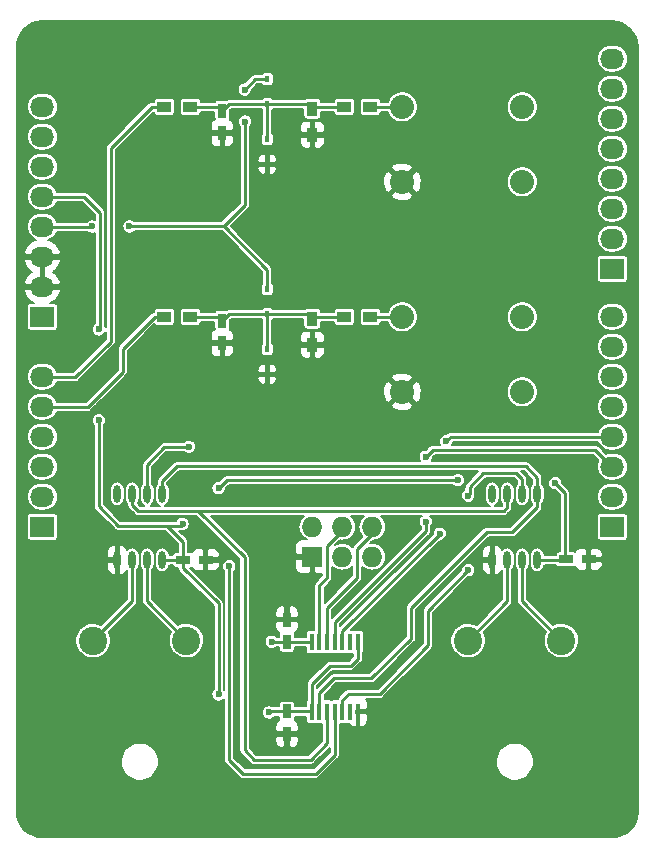
<source format=gtl>
G04 #@! TF.FileFunction,Copper,L1,Top,Signal*
%FSLAX46Y46*%
G04 Gerber Fmt 4.6, Leading zero omitted, Abs format (unit mm)*
G04 Created by KiCad (PCBNEW 4.0.2-stable) date Tue 01 Mar 2016 08:06:50 PM CST*
%MOMM*%
G01*
G04 APERTURE LIST*
%ADD10C,0.100000*%
%ADD11R,0.750000X1.200000*%
%ADD12R,1.200000X0.750000*%
%ADD13R,0.450000X0.590000*%
%ADD14R,2.032000X1.727200*%
%ADD15O,2.032000X1.727200*%
%ADD16R,1.727200X1.727200*%
%ADD17O,1.727200X1.727200*%
%ADD18C,2.032000*%
%ADD19R,1.200000X0.900000*%
%ADD20R,0.900000X1.200000*%
%ADD21R,0.450000X1.450000*%
%ADD22O,0.609600X1.473200*%
%ADD23C,2.400000*%
%ADD24C,0.600000*%
%ADD25C,0.250000*%
%ADD26C,0.203200*%
G04 APERTURE END LIST*
D10*
D11*
X119380000Y-66360000D03*
X119380000Y-68260000D03*
X119380000Y-84140000D03*
X119380000Y-86040000D03*
X124856240Y-111363800D03*
X124856240Y-109463800D03*
X124856240Y-119136200D03*
X124856240Y-117236200D03*
D12*
X117957640Y-104394000D03*
X116057640Y-104394000D03*
X150401060Y-104355900D03*
X148501060Y-104355900D03*
D13*
X123190000Y-63715000D03*
X123190000Y-65825000D03*
X123190000Y-68795000D03*
X123190000Y-70905000D03*
X123190000Y-81495000D03*
X123190000Y-83605000D03*
X123190000Y-86575000D03*
X123190000Y-88685000D03*
D14*
X104140000Y-83820000D03*
D15*
X104140000Y-81280000D03*
X104140000Y-78740000D03*
X104140000Y-76200000D03*
X104140000Y-73660000D03*
X104140000Y-71120000D03*
X104140000Y-68580000D03*
X104140000Y-66040000D03*
D14*
X104140000Y-101600000D03*
D15*
X104140000Y-99060000D03*
X104140000Y-96520000D03*
X104140000Y-93980000D03*
X104140000Y-91440000D03*
X104140000Y-88900000D03*
D16*
X127000000Y-104140000D03*
D17*
X127000000Y-101600000D03*
X129540000Y-104140000D03*
X129540000Y-101600000D03*
X132080000Y-104140000D03*
X132080000Y-101600000D03*
D14*
X152400000Y-79756000D03*
D15*
X152400000Y-77216000D03*
X152400000Y-74676000D03*
X152400000Y-72136000D03*
X152400000Y-69596000D03*
X152400000Y-67056000D03*
X152400000Y-64516000D03*
X152400000Y-61976000D03*
D14*
X152400000Y-101600000D03*
D15*
X152400000Y-99060000D03*
X152400000Y-96520000D03*
X152400000Y-93980000D03*
X152400000Y-91440000D03*
X152400000Y-88900000D03*
X152400000Y-86360000D03*
X152400000Y-83820000D03*
D18*
X134620000Y-66040000D03*
X144780000Y-66040000D03*
X134620000Y-72390000D03*
X144780000Y-72390000D03*
X134620000Y-83820000D03*
X144780000Y-83820000D03*
X134620000Y-90170000D03*
X144780000Y-90170000D03*
D19*
X116670000Y-66040000D03*
X114470000Y-66040000D03*
X116670000Y-83820000D03*
X114470000Y-83820000D03*
D20*
X127000000Y-66210000D03*
X127000000Y-68410000D03*
X127000000Y-83990000D03*
X127000000Y-86190000D03*
D19*
X131910000Y-66040000D03*
X129710000Y-66040000D03*
X131910000Y-83820000D03*
X129710000Y-83820000D03*
D21*
X126955000Y-117250000D03*
X127605000Y-117250000D03*
X128255000Y-117250000D03*
X128905000Y-117250000D03*
X129555000Y-117250000D03*
X130205000Y-117250000D03*
X130855000Y-117250000D03*
X130855000Y-111350000D03*
X130205000Y-111350000D03*
X129555000Y-111350000D03*
X128905000Y-111350000D03*
X128255000Y-111350000D03*
X127605000Y-111350000D03*
X126955000Y-111350000D03*
D22*
X110490000Y-104394000D03*
X111760000Y-104394000D03*
X113030000Y-104394000D03*
X114300000Y-104394000D03*
X114300000Y-98806000D03*
X113030000Y-98806000D03*
X111760000Y-98806000D03*
X110490000Y-98806000D03*
X142240000Y-104394000D03*
X143510000Y-104394000D03*
X144780000Y-104394000D03*
X146050000Y-104394000D03*
X146050000Y-98806000D03*
X144780000Y-98806000D03*
X143510000Y-98806000D03*
X142240000Y-98806000D03*
D23*
X116345000Y-111236000D03*
X108445000Y-111236000D03*
X148095000Y-111236000D03*
X140195000Y-111236000D03*
D24*
X128945640Y-106258360D03*
X130510280Y-102819200D03*
X123647200Y-99080320D03*
X134894320Y-101676200D03*
X121274840Y-64582040D03*
X121310400Y-67284600D03*
X111521240Y-76164440D03*
X108356400Y-76164440D03*
X123560840Y-111328200D03*
X147563840Y-97917000D03*
X139334240Y-97652840D03*
X116017040Y-101346000D03*
X119065040Y-98338640D03*
X123332240Y-117312440D03*
X119065040Y-115788440D03*
X108930440Y-84886800D03*
X108930440Y-92583000D03*
X136601200Y-95666560D03*
X136601200Y-101173280D03*
X137800080Y-102179120D03*
X138333480Y-94355920D03*
X119974360Y-104942640D03*
X116565680Y-94828360D03*
X140202920Y-98963480D03*
X140202920Y-105277920D03*
D25*
X116670000Y-66040000D02*
X119060000Y-66040000D01*
X119060000Y-66040000D02*
X119380000Y-66360000D01*
X123190000Y-65825000D02*
X119915000Y-65825000D01*
X119915000Y-65825000D02*
X119380000Y-66360000D01*
X123190000Y-65825000D02*
X126615000Y-65825000D01*
X126615000Y-65825000D02*
X127000000Y-66210000D01*
X123190000Y-68795000D02*
X123190000Y-65825000D01*
X129710000Y-66040000D02*
X127170000Y-66040000D01*
X127170000Y-66040000D02*
X127000000Y-66210000D01*
X130510280Y-102819200D02*
X130510280Y-102875080D01*
X134894320Y-101676200D02*
X134894320Y-101701600D01*
X123190000Y-83605000D02*
X126615000Y-83605000D01*
X126615000Y-83605000D02*
X127000000Y-83990000D01*
X116670000Y-83820000D02*
X119060000Y-83820000D01*
X119060000Y-83820000D02*
X119380000Y-84140000D01*
X123190000Y-83605000D02*
X119915000Y-83605000D01*
X119915000Y-83605000D02*
X119380000Y-84140000D01*
X123190000Y-83605000D02*
X123190000Y-86575000D01*
X129710000Y-83820000D02*
X127170000Y-83820000D01*
X127170000Y-83820000D02*
X127000000Y-83990000D01*
X119522240Y-76164440D02*
X119522240Y-76123800D01*
X122141880Y-63715000D02*
X123190000Y-63715000D01*
X121274840Y-64582040D02*
X122141880Y-63715000D01*
X121310400Y-74335640D02*
X121310400Y-67284600D01*
X119522240Y-76123800D02*
X121310400Y-74335640D01*
X104140000Y-76200000D02*
X108320840Y-76200000D01*
X123190000Y-79832200D02*
X123190000Y-81495000D01*
X119522240Y-76164440D02*
X123190000Y-79832200D01*
X111521240Y-76164440D02*
X119522240Y-76164440D01*
X108320840Y-76200000D02*
X108356400Y-76164440D01*
X124856240Y-111363800D02*
X126941200Y-111363800D01*
X126941200Y-111363800D02*
X126955000Y-111350000D01*
X123596440Y-111363800D02*
X124856240Y-111363800D01*
X123560840Y-111328200D02*
X123596440Y-111363800D01*
X126941200Y-111363800D02*
X126955000Y-111350000D01*
X148351200Y-104394000D02*
X148351240Y-104394040D01*
X147563840Y-97917000D02*
X148391880Y-98745040D01*
X148391880Y-98745040D02*
X148391880Y-104353400D01*
X148391880Y-104353400D02*
X148351240Y-104394040D01*
X119750840Y-97652840D02*
X139334240Y-97652840D01*
X114681000Y-101498400D02*
X115864640Y-101498400D01*
X146050000Y-104394000D02*
X148351200Y-104394000D01*
X115864640Y-101498400D02*
X116017040Y-101346000D01*
X119065040Y-98338640D02*
X119750840Y-97652840D01*
X116057640Y-104394000D02*
X116057640Y-105084840D01*
X123408480Y-117236200D02*
X124856240Y-117236200D01*
X123332240Y-117312440D02*
X123408480Y-117236200D01*
X119065040Y-108092240D02*
X119065040Y-115788440D01*
X116057640Y-105084840D02*
X119065040Y-108092240D01*
X116057640Y-104394000D02*
X114300000Y-104394000D01*
X116057640Y-104394000D02*
X116057640Y-102875040D01*
X107680760Y-73660000D02*
X104140000Y-73660000D01*
X109042200Y-75021440D02*
X107680760Y-73660000D01*
X109042200Y-84775040D02*
X109042200Y-75021440D01*
X108930440Y-84886800D02*
X109042200Y-84775040D01*
X108930440Y-99862640D02*
X108930440Y-92583000D01*
X110566200Y-101498400D02*
X108930440Y-99862640D01*
X114681000Y-101498400D02*
X110566200Y-101498400D01*
X116057640Y-102875040D02*
X114681000Y-101498400D01*
X126955000Y-117250000D02*
X126955000Y-114903800D01*
X130855000Y-112756400D02*
X130855000Y-111350000D01*
X130261360Y-113350040D02*
X130855000Y-112756400D01*
X128508760Y-113350040D02*
X130261360Y-113350040D01*
X126955000Y-114903800D02*
X128508760Y-113350040D01*
X124856240Y-117236200D02*
X126941200Y-117236200D01*
X126941200Y-117236200D02*
X126955000Y-117250000D01*
X132080000Y-101600000D02*
X132080000Y-102199440D01*
X132080000Y-102199440D02*
X130815080Y-103464360D01*
X128255000Y-108452680D02*
X128255000Y-111350000D01*
X130815080Y-105892600D02*
X128255000Y-108452680D01*
X130815080Y-103464360D02*
X130815080Y-105892600D01*
X132080000Y-101600000D02*
X132080000Y-101920040D01*
X132080000Y-101600000D02*
X132080000Y-102158800D01*
X132080000Y-101600000D02*
X132080000Y-102006400D01*
X129540000Y-101600000D02*
X129540000Y-101920040D01*
X129540000Y-101920040D02*
X128275080Y-103184960D01*
X127605000Y-106562680D02*
X127605000Y-111350000D01*
X128275080Y-105892600D02*
X127605000Y-106562680D01*
X128275080Y-103184960D02*
X128275080Y-105892600D01*
X129540000Y-101600000D02*
X129540000Y-102168960D01*
X128905000Y-111350000D02*
X128905000Y-109677200D01*
X150962360Y-95082360D02*
X152400000Y-96520000D01*
X137185400Y-95082360D02*
X150962360Y-95082360D01*
X136601200Y-95666560D02*
X137185400Y-95082360D01*
X136601200Y-101981000D02*
X136601200Y-101173280D01*
X128905000Y-109677200D02*
X136601200Y-101981000D01*
X152400000Y-93980000D02*
X138709400Y-93980000D01*
X129555000Y-110424200D02*
X129555000Y-111350000D01*
X137800080Y-102179120D02*
X129555000Y-110424200D01*
X138709400Y-93980000D02*
X138333480Y-94355920D01*
X134620000Y-66040000D02*
X131910000Y-66040000D01*
X131910000Y-83820000D02*
X134620000Y-83820000D01*
X146050000Y-98806000D02*
X146050000Y-99933760D01*
X127605000Y-115640640D02*
X127605000Y-117250000D01*
X128831340Y-114414300D02*
X127605000Y-115640640D01*
X131988560Y-114414300D02*
X128831340Y-114414300D01*
X135341360Y-111061500D02*
X131988560Y-114414300D01*
X135341360Y-108463080D02*
X135341360Y-111061500D01*
X141767560Y-102036880D02*
X135341360Y-108463080D01*
X143946880Y-102036880D02*
X141767560Y-102036880D01*
X146050000Y-99933760D02*
X143946880Y-102036880D01*
X114300000Y-98806000D02*
X114300000Y-97708720D01*
X146050000Y-97434400D02*
X146050000Y-98806000D01*
X145064480Y-96448880D02*
X146050000Y-97434400D01*
X115559840Y-96448880D02*
X145064480Y-96448880D01*
X114300000Y-97708720D02*
X115559840Y-96448880D01*
X117348000Y-100248720D02*
X121259600Y-104160320D01*
X128255000Y-119908080D02*
X128255000Y-117250000D01*
X126847600Y-121315480D02*
X128255000Y-119908080D01*
X122041920Y-121315480D02*
X126847600Y-121315480D01*
X121259600Y-120533160D02*
X122041920Y-121315480D01*
X121259600Y-104160320D02*
X121259600Y-120533160D01*
X143510000Y-98806000D02*
X143510000Y-99959160D01*
X111760000Y-99745800D02*
X111760000Y-98806000D01*
X112262920Y-100248720D02*
X111760000Y-99745800D01*
X143220440Y-100248720D02*
X117348000Y-100248720D01*
X117348000Y-100248720D02*
X112262920Y-100248720D01*
X143510000Y-99959160D02*
X143220440Y-100248720D01*
X113030000Y-98806000D02*
X113030000Y-96326960D01*
X128905000Y-120878600D02*
X128905000Y-117250000D01*
X127294640Y-122488960D02*
X128905000Y-120878600D01*
X121091960Y-122488960D02*
X127294640Y-122488960D01*
X119974360Y-121371360D02*
X121091960Y-122488960D01*
X119974360Y-104942640D02*
X119974360Y-121371360D01*
X114470180Y-94856300D02*
X116565680Y-94828360D01*
X113030000Y-96326960D02*
X114470180Y-94856300D01*
X113030000Y-99507040D02*
X113030000Y-98806000D01*
X129555000Y-117250000D02*
X129555000Y-116261120D01*
X144780000Y-97561400D02*
X144780000Y-98806000D01*
X144282160Y-97063560D02*
X144780000Y-97561400D01*
X141488160Y-97063560D02*
X144282160Y-97063560D01*
X140314680Y-98237040D02*
X141488160Y-97063560D01*
X140314680Y-98851720D02*
X140314680Y-98237040D01*
X140202920Y-98963480D02*
X140314680Y-98851720D01*
X136794240Y-108686600D02*
X140202920Y-105277920D01*
X136794240Y-111648240D02*
X136794240Y-108686600D01*
X132715000Y-115727480D02*
X136794240Y-111648240D01*
X130088640Y-115727480D02*
X132715000Y-115727480D01*
X129555000Y-116261120D02*
X130088640Y-115727480D01*
X108445000Y-111236000D02*
X108445000Y-111204040D01*
X108445000Y-111204040D02*
X111760000Y-107889040D01*
X111760000Y-107889040D02*
X111760000Y-104394000D01*
X113030000Y-104394000D02*
X113030000Y-107921000D01*
X113030000Y-107921000D02*
X116345000Y-111236000D01*
X143510000Y-104394000D02*
X143510000Y-107921000D01*
X143510000Y-107921000D02*
X140195000Y-111236000D01*
X144780000Y-104394000D02*
X144780000Y-107921000D01*
X144780000Y-107921000D02*
X148095000Y-111236000D01*
X114470000Y-83820000D02*
X113654840Y-83820000D01*
X107975400Y-91440000D02*
X104140000Y-91440000D01*
X110947200Y-88468200D02*
X107975400Y-91440000D01*
X110947200Y-86527640D02*
X110947200Y-88468200D01*
X113654840Y-83820000D02*
X110947200Y-86527640D01*
X114470000Y-66040000D02*
X113416080Y-66040000D01*
X106939080Y-88900000D02*
X104140000Y-88900000D01*
X109921040Y-85918040D02*
X106939080Y-88900000D01*
X109921040Y-69535040D02*
X109921040Y-85918040D01*
X113416080Y-66040000D02*
X109921040Y-69535040D01*
D26*
G36*
X152819229Y-58842727D02*
X153222493Y-58964479D01*
X153594428Y-59162240D01*
X153920868Y-59428477D01*
X154189377Y-59753050D01*
X154389728Y-60123591D01*
X154514295Y-60526001D01*
X154560200Y-60962758D01*
X154560200Y-125711428D01*
X154517273Y-126149229D01*
X154395521Y-126552493D01*
X154197759Y-126924429D01*
X153931521Y-127250870D01*
X153606953Y-127519375D01*
X153236409Y-127719728D01*
X152833999Y-127844295D01*
X152397242Y-127890200D01*
X104158572Y-127890200D01*
X103720771Y-127847273D01*
X103317507Y-127725521D01*
X102945571Y-127527759D01*
X102619130Y-127261521D01*
X102350625Y-126936953D01*
X102150272Y-126566409D01*
X102025705Y-126163999D01*
X101979800Y-125727242D01*
X101979800Y-121620936D01*
X110788090Y-121620936D01*
X110844903Y-121930483D01*
X110960758Y-122223100D01*
X111131243Y-122487641D01*
X111349865Y-122714030D01*
X111608295Y-122893644D01*
X111896690Y-123019640D01*
X112204066Y-123087221D01*
X112518714Y-123093812D01*
X112828651Y-123039162D01*
X113122069Y-122925353D01*
X113387794Y-122756719D01*
X113615704Y-122539683D01*
X113797117Y-122282513D01*
X113925124Y-121995005D01*
X113994849Y-121688108D01*
X113999869Y-121328641D01*
X113938740Y-121019917D01*
X113818810Y-120728947D01*
X113644648Y-120466812D01*
X113422888Y-120243497D01*
X113161975Y-120067509D01*
X112871848Y-119945552D01*
X112563559Y-119882269D01*
X112248849Y-119880072D01*
X111939706Y-119939044D01*
X111647905Y-120056939D01*
X111384561Y-120229267D01*
X111159704Y-120449463D01*
X110981899Y-120709141D01*
X110857918Y-120998409D01*
X110792485Y-121306249D01*
X110788090Y-121620936D01*
X101979800Y-121620936D01*
X101979800Y-111362528D01*
X106938222Y-111362528D01*
X106991494Y-111652786D01*
X107100130Y-111927169D01*
X107259992Y-112175226D01*
X107464990Y-112387508D01*
X107707317Y-112555929D01*
X107977741Y-112674074D01*
X108265964Y-112737444D01*
X108561005Y-112743625D01*
X108851629Y-112692380D01*
X109126763Y-112585662D01*
X109375930Y-112427536D01*
X109589638Y-112224025D01*
X109759747Y-111982880D01*
X109879777Y-111713287D01*
X109945158Y-111425514D01*
X109949864Y-111088447D01*
X109892545Y-110798961D01*
X109780088Y-110526121D01*
X109760392Y-110496476D01*
X112063915Y-108192954D01*
X112089143Y-108162241D01*
X112114634Y-108131863D01*
X112115722Y-108129885D01*
X112117158Y-108128136D01*
X112135946Y-108093095D01*
X112155044Y-108058356D01*
X112155726Y-108056205D01*
X112156796Y-108054210D01*
X112168417Y-108016200D01*
X112180408Y-107978400D01*
X112180660Y-107976156D01*
X112181321Y-107973993D01*
X112185338Y-107934447D01*
X112189758Y-107895041D01*
X112189789Y-107890630D01*
X112189798Y-107890540D01*
X112189790Y-107890456D01*
X112189800Y-107889040D01*
X112189800Y-105262467D01*
X112262989Y-105175243D01*
X112320305Y-105070986D01*
X112356279Y-104957582D01*
X112369541Y-104839350D01*
X112369600Y-104830839D01*
X112369600Y-103957161D01*
X112420400Y-103957161D01*
X112420400Y-104830839D01*
X112432010Y-104949244D01*
X112466397Y-105063140D01*
X112522251Y-105168186D01*
X112597446Y-105260384D01*
X112600200Y-105262662D01*
X112600200Y-107921000D01*
X112604076Y-107960536D01*
X112607534Y-108000062D01*
X112608164Y-108002232D01*
X112608385Y-108004482D01*
X112619867Y-108042512D01*
X112630937Y-108080614D01*
X112631976Y-108082619D01*
X112632630Y-108084784D01*
X112651296Y-108119890D01*
X112669540Y-108155086D01*
X112670947Y-108156848D01*
X112672010Y-108158848D01*
X112697161Y-108189687D01*
X112721872Y-108220641D01*
X112724965Y-108223778D01*
X112725026Y-108223852D01*
X112725095Y-108223909D01*
X112726086Y-108224914D01*
X115016583Y-110515412D01*
X114903699Y-110778792D01*
X114842342Y-111067450D01*
X114838222Y-111362528D01*
X114891494Y-111652786D01*
X115000130Y-111927169D01*
X115159992Y-112175226D01*
X115364990Y-112387508D01*
X115607317Y-112555929D01*
X115877741Y-112674074D01*
X116165964Y-112737444D01*
X116461005Y-112743625D01*
X116751629Y-112692380D01*
X117026763Y-112585662D01*
X117275930Y-112427536D01*
X117489638Y-112224025D01*
X117659747Y-111982880D01*
X117779777Y-111713287D01*
X117845158Y-111425514D01*
X117849864Y-111088447D01*
X117792545Y-110798961D01*
X117680088Y-110526121D01*
X117516779Y-110280320D01*
X117308837Y-110070922D01*
X117064182Y-109905900D01*
X116792135Y-109791542D01*
X116503056Y-109732202D01*
X116207956Y-109730142D01*
X115918077Y-109785440D01*
X115644459Y-109895988D01*
X115625333Y-109908504D01*
X113459800Y-107742972D01*
X113459800Y-105262467D01*
X113532989Y-105175243D01*
X113590305Y-105070986D01*
X113626279Y-104957582D01*
X113639541Y-104839350D01*
X113639600Y-104830839D01*
X113639600Y-103957161D01*
X113627990Y-103838756D01*
X113593603Y-103724860D01*
X113537749Y-103619814D01*
X113462554Y-103527616D01*
X113370884Y-103451780D01*
X113266230Y-103395193D01*
X113152577Y-103360012D01*
X113034256Y-103347576D01*
X112915772Y-103358359D01*
X112801640Y-103391950D01*
X112696205Y-103447069D01*
X112603485Y-103521618D01*
X112527011Y-103612757D01*
X112469695Y-103717014D01*
X112433721Y-103830418D01*
X112420459Y-103948650D01*
X112420400Y-103957161D01*
X112369600Y-103957161D01*
X112357990Y-103838756D01*
X112323603Y-103724860D01*
X112267749Y-103619814D01*
X112192554Y-103527616D01*
X112100884Y-103451780D01*
X111996230Y-103395193D01*
X111882577Y-103360012D01*
X111764256Y-103347576D01*
X111645772Y-103358359D01*
X111531640Y-103391950D01*
X111426205Y-103447069D01*
X111333485Y-103521618D01*
X111313241Y-103545745D01*
X111276474Y-103471475D01*
X111165626Y-103327471D01*
X111028815Y-103207859D01*
X110871297Y-103117236D01*
X110781567Y-103095530D01*
X110642400Y-103215596D01*
X110642400Y-104241600D01*
X110662400Y-104241600D01*
X110662400Y-104546400D01*
X110642400Y-104546400D01*
X110642400Y-105572404D01*
X110781567Y-105692470D01*
X110871297Y-105670764D01*
X111028815Y-105580141D01*
X111165626Y-105460529D01*
X111276474Y-105316525D01*
X111313022Y-105242698D01*
X111327446Y-105260384D01*
X111330200Y-105262662D01*
X111330200Y-107711011D01*
X109143856Y-109897356D01*
X108892135Y-109791542D01*
X108603056Y-109732202D01*
X108307956Y-109730142D01*
X108018077Y-109785440D01*
X107744459Y-109895988D01*
X107497524Y-110057578D01*
X107286679Y-110264053D01*
X107119953Y-110507549D01*
X107003699Y-110778792D01*
X106942342Y-111067450D01*
X106938222Y-111362528D01*
X101979800Y-111362528D01*
X101979800Y-104546400D01*
X109575600Y-104546400D01*
X109575600Y-104978200D01*
X109622902Y-105153662D01*
X109703526Y-105316525D01*
X109814374Y-105460529D01*
X109951185Y-105580141D01*
X110108703Y-105670764D01*
X110198433Y-105692470D01*
X110337600Y-105572404D01*
X110337600Y-104546400D01*
X109575600Y-104546400D01*
X101979800Y-104546400D01*
X101979800Y-103809800D01*
X109575600Y-103809800D01*
X109575600Y-104241600D01*
X110337600Y-104241600D01*
X110337600Y-103215596D01*
X110198433Y-103095530D01*
X110108703Y-103117236D01*
X109951185Y-103207859D01*
X109814374Y-103327471D01*
X109703526Y-103471475D01*
X109622902Y-103634338D01*
X109575600Y-103809800D01*
X101979800Y-103809800D01*
X101979800Y-100736400D01*
X102817726Y-100736400D01*
X102817726Y-102463600D01*
X102821597Y-102512138D01*
X102847091Y-102594464D01*
X102894512Y-102666428D01*
X102960104Y-102722332D01*
X103038674Y-102757748D01*
X103124000Y-102769874D01*
X105156000Y-102769874D01*
X105204538Y-102766003D01*
X105286864Y-102740509D01*
X105358828Y-102693088D01*
X105414732Y-102627496D01*
X105450148Y-102548926D01*
X105462274Y-102463600D01*
X105462274Y-100736400D01*
X105458403Y-100687862D01*
X105432909Y-100605536D01*
X105385488Y-100533572D01*
X105319896Y-100477668D01*
X105241326Y-100442252D01*
X105156000Y-100430126D01*
X103124000Y-100430126D01*
X103075462Y-100433997D01*
X102993136Y-100459491D01*
X102921172Y-100506912D01*
X102865268Y-100572504D01*
X102829852Y-100651074D01*
X102817726Y-100736400D01*
X101979800Y-100736400D01*
X101979800Y-99051843D01*
X102812837Y-99051843D01*
X102833505Y-99278936D01*
X102897887Y-99497690D01*
X103003534Y-99699773D01*
X103146419Y-99877487D01*
X103321102Y-100024063D01*
X103520927Y-100133918D01*
X103738285Y-100202868D01*
X103964896Y-100228286D01*
X103981209Y-100228400D01*
X104298791Y-100228400D01*
X104525734Y-100206148D01*
X104744034Y-100140240D01*
X104945374Y-100033185D01*
X105122086Y-99889062D01*
X105267438Y-99713361D01*
X105375896Y-99512773D01*
X105443327Y-99294939D01*
X105467163Y-99068157D01*
X105446495Y-98841064D01*
X105382113Y-98622310D01*
X105276466Y-98420227D01*
X105133581Y-98242513D01*
X104958898Y-98095937D01*
X104759073Y-97986082D01*
X104541715Y-97917132D01*
X104315104Y-97891714D01*
X104298791Y-97891600D01*
X103981209Y-97891600D01*
X103754266Y-97913852D01*
X103535966Y-97979760D01*
X103334626Y-98086815D01*
X103157914Y-98230938D01*
X103012562Y-98406639D01*
X102904104Y-98607227D01*
X102836673Y-98825061D01*
X102812837Y-99051843D01*
X101979800Y-99051843D01*
X101979800Y-96511843D01*
X102812837Y-96511843D01*
X102833505Y-96738936D01*
X102897887Y-96957690D01*
X103003534Y-97159773D01*
X103146419Y-97337487D01*
X103321102Y-97484063D01*
X103520927Y-97593918D01*
X103738285Y-97662868D01*
X103964896Y-97688286D01*
X103981209Y-97688400D01*
X104298791Y-97688400D01*
X104525734Y-97666148D01*
X104744034Y-97600240D01*
X104945374Y-97493185D01*
X105122086Y-97349062D01*
X105267438Y-97173361D01*
X105375896Y-96972773D01*
X105443327Y-96754939D01*
X105467163Y-96528157D01*
X105446495Y-96301064D01*
X105382113Y-96082310D01*
X105276466Y-95880227D01*
X105133581Y-95702513D01*
X104958898Y-95555937D01*
X104759073Y-95446082D01*
X104541715Y-95377132D01*
X104315104Y-95351714D01*
X104298791Y-95351600D01*
X103981209Y-95351600D01*
X103754266Y-95373852D01*
X103535966Y-95439760D01*
X103334626Y-95546815D01*
X103157914Y-95690938D01*
X103012562Y-95866639D01*
X102904104Y-96067227D01*
X102836673Y-96285061D01*
X102812837Y-96511843D01*
X101979800Y-96511843D01*
X101979800Y-93971843D01*
X102812837Y-93971843D01*
X102833505Y-94198936D01*
X102897887Y-94417690D01*
X103003534Y-94619773D01*
X103146419Y-94797487D01*
X103321102Y-94944063D01*
X103520927Y-95053918D01*
X103738285Y-95122868D01*
X103964896Y-95148286D01*
X103981209Y-95148400D01*
X104298791Y-95148400D01*
X104525734Y-95126148D01*
X104744034Y-95060240D01*
X104945374Y-94953185D01*
X105122086Y-94809062D01*
X105267438Y-94633361D01*
X105375896Y-94432773D01*
X105443327Y-94214939D01*
X105467163Y-93988157D01*
X105446495Y-93761064D01*
X105382113Y-93542310D01*
X105276466Y-93340227D01*
X105133581Y-93162513D01*
X104958898Y-93015937D01*
X104759073Y-92906082D01*
X104541715Y-92837132D01*
X104315104Y-92811714D01*
X104298791Y-92811600D01*
X103981209Y-92811600D01*
X103754266Y-92833852D01*
X103535966Y-92899760D01*
X103334626Y-93006815D01*
X103157914Y-93150938D01*
X103012562Y-93326639D01*
X102904104Y-93527227D01*
X102836673Y-93745061D01*
X102812837Y-93971843D01*
X101979800Y-93971843D01*
X101979800Y-92633853D01*
X108324845Y-92633853D01*
X108346256Y-92750512D01*
X108389919Y-92860790D01*
X108454169Y-92960488D01*
X108500640Y-93008610D01*
X108500640Y-99862640D01*
X108504516Y-99902176D01*
X108507974Y-99941702D01*
X108508604Y-99943872D01*
X108508825Y-99946122D01*
X108520307Y-99984152D01*
X108531377Y-100022254D01*
X108532416Y-100024259D01*
X108533070Y-100026424D01*
X108551736Y-100061530D01*
X108569980Y-100096726D01*
X108571387Y-100098488D01*
X108572450Y-100100488D01*
X108597601Y-100131327D01*
X108622312Y-100162281D01*
X108625405Y-100165418D01*
X108625466Y-100165492D01*
X108625535Y-100165549D01*
X108626526Y-100166554D01*
X110262286Y-101802315D01*
X110292999Y-101827543D01*
X110323377Y-101853034D01*
X110325355Y-101854122D01*
X110327104Y-101855558D01*
X110362145Y-101874346D01*
X110396884Y-101893444D01*
X110399035Y-101894126D01*
X110401030Y-101895196D01*
X110439040Y-101906817D01*
X110476840Y-101918808D01*
X110479084Y-101919060D01*
X110481247Y-101919721D01*
X110520793Y-101923738D01*
X110560199Y-101928158D01*
X110564610Y-101928189D01*
X110564700Y-101928198D01*
X110564784Y-101928190D01*
X110566200Y-101928200D01*
X114502972Y-101928200D01*
X115627840Y-103053069D01*
X115627840Y-103712726D01*
X115457640Y-103712726D01*
X115409102Y-103716597D01*
X115326776Y-103742091D01*
X115254812Y-103789512D01*
X115198908Y-103855104D01*
X115163492Y-103933674D01*
X115159154Y-103964200D01*
X114909600Y-103964200D01*
X114909600Y-103957161D01*
X114897990Y-103838756D01*
X114863603Y-103724860D01*
X114807749Y-103619814D01*
X114732554Y-103527616D01*
X114640884Y-103451780D01*
X114536230Y-103395193D01*
X114422577Y-103360012D01*
X114304256Y-103347576D01*
X114185772Y-103358359D01*
X114071640Y-103391950D01*
X113966205Y-103447069D01*
X113873485Y-103521618D01*
X113797011Y-103612757D01*
X113739695Y-103717014D01*
X113703721Y-103830418D01*
X113690459Y-103948650D01*
X113690400Y-103957161D01*
X113690400Y-104830839D01*
X113702010Y-104949244D01*
X113736397Y-105063140D01*
X113792251Y-105168186D01*
X113867446Y-105260384D01*
X113959116Y-105336220D01*
X114063770Y-105392807D01*
X114177423Y-105427988D01*
X114295744Y-105440424D01*
X114414228Y-105429641D01*
X114528360Y-105396050D01*
X114633795Y-105340931D01*
X114726515Y-105266382D01*
X114802989Y-105175243D01*
X114860305Y-105070986D01*
X114896279Y-104957582D01*
X114909541Y-104839350D01*
X114909600Y-104830839D01*
X114909600Y-104823800D01*
X115157176Y-104823800D01*
X115180731Y-104899864D01*
X115228152Y-104971828D01*
X115293744Y-105027732D01*
X115372314Y-105063148D01*
X115457640Y-105075274D01*
X115627840Y-105075274D01*
X115627840Y-105084840D01*
X115631716Y-105124376D01*
X115635174Y-105163902D01*
X115635804Y-105166072D01*
X115636025Y-105168322D01*
X115647507Y-105206352D01*
X115658577Y-105244454D01*
X115659616Y-105246459D01*
X115660270Y-105248624D01*
X115678936Y-105283730D01*
X115697180Y-105318926D01*
X115698587Y-105320688D01*
X115699650Y-105322688D01*
X115724801Y-105353527D01*
X115749512Y-105384481D01*
X115752605Y-105387618D01*
X115752666Y-105387692D01*
X115752735Y-105387749D01*
X115753726Y-105388754D01*
X118635240Y-108270269D01*
X118635240Y-115362797D01*
X118599495Y-115397801D01*
X118532486Y-115495666D01*
X118485761Y-115604682D01*
X118461101Y-115720697D01*
X118459445Y-115839293D01*
X118480856Y-115955952D01*
X118524519Y-116066230D01*
X118588769Y-116165928D01*
X118671161Y-116251247D01*
X118768555Y-116318937D01*
X118877242Y-116366422D01*
X118993083Y-116391891D01*
X119111664Y-116394375D01*
X119228470Y-116373779D01*
X119339050Y-116330888D01*
X119439193Y-116267335D01*
X119525086Y-116185541D01*
X119544560Y-116157935D01*
X119544560Y-121371360D01*
X119548436Y-121410896D01*
X119551894Y-121450422D01*
X119552524Y-121452592D01*
X119552745Y-121454842D01*
X119564227Y-121492872D01*
X119575297Y-121530974D01*
X119576336Y-121532979D01*
X119576990Y-121535144D01*
X119595656Y-121570250D01*
X119613900Y-121605446D01*
X119615307Y-121607208D01*
X119616370Y-121609208D01*
X119641521Y-121640047D01*
X119666232Y-121671001D01*
X119669325Y-121674138D01*
X119669386Y-121674212D01*
X119669455Y-121674269D01*
X119670446Y-121675274D01*
X120788045Y-122792874D01*
X120818727Y-122818076D01*
X120849137Y-122843594D01*
X120851119Y-122844683D01*
X120852864Y-122846117D01*
X120887866Y-122864885D01*
X120922644Y-122884004D01*
X120924795Y-122884686D01*
X120926790Y-122885756D01*
X120964800Y-122897377D01*
X121002600Y-122909368D01*
X121004844Y-122909620D01*
X121007007Y-122910281D01*
X121046558Y-122914299D01*
X121085959Y-122918718D01*
X121090369Y-122918749D01*
X121090459Y-122918758D01*
X121090543Y-122918750D01*
X121091960Y-122918760D01*
X127294640Y-122918760D01*
X127334176Y-122914884D01*
X127373702Y-122911426D01*
X127375872Y-122910796D01*
X127378122Y-122910575D01*
X127416152Y-122899093D01*
X127454254Y-122888023D01*
X127456259Y-122886984D01*
X127458424Y-122886330D01*
X127493530Y-122867664D01*
X127528726Y-122849420D01*
X127530488Y-122848013D01*
X127532488Y-122846950D01*
X127563327Y-122821799D01*
X127594281Y-122797088D01*
X127597418Y-122793995D01*
X127597492Y-122793934D01*
X127597549Y-122793865D01*
X127598554Y-122792874D01*
X128770492Y-121620936D01*
X142538090Y-121620936D01*
X142594903Y-121930483D01*
X142710758Y-122223100D01*
X142881243Y-122487641D01*
X143099865Y-122714030D01*
X143358295Y-122893644D01*
X143646690Y-123019640D01*
X143954066Y-123087221D01*
X144268714Y-123093812D01*
X144578651Y-123039162D01*
X144872069Y-122925353D01*
X145137794Y-122756719D01*
X145365704Y-122539683D01*
X145547117Y-122282513D01*
X145675124Y-121995005D01*
X145744849Y-121688108D01*
X145749869Y-121328641D01*
X145688740Y-121019917D01*
X145568810Y-120728947D01*
X145394648Y-120466812D01*
X145172888Y-120243497D01*
X144911975Y-120067509D01*
X144621848Y-119945552D01*
X144313559Y-119882269D01*
X143998849Y-119880072D01*
X143689706Y-119939044D01*
X143397905Y-120056939D01*
X143134561Y-120229267D01*
X142909704Y-120449463D01*
X142731899Y-120709141D01*
X142607918Y-120998409D01*
X142542485Y-121306249D01*
X142538090Y-121620936D01*
X128770492Y-121620936D01*
X129208915Y-121182514D01*
X129234143Y-121151801D01*
X129259634Y-121121423D01*
X129260722Y-121119445D01*
X129262158Y-121117696D01*
X129280946Y-121082655D01*
X129300044Y-121047916D01*
X129300726Y-121045765D01*
X129301796Y-121043770D01*
X129313417Y-121005760D01*
X129325408Y-120967960D01*
X129325660Y-120965716D01*
X129326321Y-120963553D01*
X129330338Y-120924007D01*
X129334758Y-120884601D01*
X129334789Y-120880190D01*
X129334798Y-120880100D01*
X129334790Y-120880016D01*
X129334800Y-120878600D01*
X129334800Y-118281274D01*
X129780000Y-118281274D01*
X129828538Y-118277403D01*
X129878597Y-118261901D01*
X129894674Y-118269148D01*
X129980000Y-118281274D01*
X130101486Y-118281274D01*
X130156493Y-118363597D01*
X130241402Y-118448507D01*
X130341246Y-118515220D01*
X130452186Y-118561173D01*
X130569959Y-118584600D01*
X130590100Y-118584600D01*
X130742500Y-118432200D01*
X130742500Y-117402400D01*
X130967500Y-117402400D01*
X130967500Y-118432200D01*
X131119900Y-118584600D01*
X131140041Y-118584600D01*
X131257814Y-118561173D01*
X131368754Y-118515220D01*
X131468598Y-118448507D01*
X131553507Y-118363597D01*
X131620221Y-118263754D01*
X131666173Y-118152813D01*
X131689600Y-118035040D01*
X131689600Y-117554800D01*
X131537200Y-117402400D01*
X130967500Y-117402400D01*
X130742500Y-117402400D01*
X130736274Y-117402400D01*
X130736274Y-117097600D01*
X130742500Y-117097600D01*
X130742500Y-117077600D01*
X130967500Y-117077600D01*
X130967500Y-117097600D01*
X131537200Y-117097600D01*
X131689600Y-116945200D01*
X131689600Y-116464960D01*
X131666173Y-116347187D01*
X131620221Y-116236246D01*
X131567457Y-116157280D01*
X132715000Y-116157280D01*
X132754536Y-116153404D01*
X132794062Y-116149946D01*
X132796232Y-116149316D01*
X132798482Y-116149095D01*
X132836512Y-116137613D01*
X132874614Y-116126543D01*
X132876619Y-116125504D01*
X132878784Y-116124850D01*
X132913890Y-116106184D01*
X132949086Y-116087940D01*
X132950848Y-116086533D01*
X132952848Y-116085470D01*
X132983687Y-116060319D01*
X133014641Y-116035608D01*
X133017778Y-116032515D01*
X133017852Y-116032454D01*
X133017909Y-116032385D01*
X133018914Y-116031394D01*
X137098155Y-111952154D01*
X137123383Y-111921441D01*
X137148874Y-111891063D01*
X137149962Y-111889085D01*
X137151398Y-111887336D01*
X137170186Y-111852295D01*
X137189284Y-111817556D01*
X137189966Y-111815405D01*
X137191036Y-111813410D01*
X137202657Y-111775400D01*
X137214648Y-111737600D01*
X137214900Y-111735356D01*
X137215561Y-111733193D01*
X137219578Y-111693647D01*
X137223998Y-111654241D01*
X137224029Y-111649830D01*
X137224038Y-111649740D01*
X137224030Y-111649656D01*
X137224040Y-111648240D01*
X137224040Y-111362528D01*
X138688222Y-111362528D01*
X138741494Y-111652786D01*
X138850130Y-111927169D01*
X139009992Y-112175226D01*
X139214990Y-112387508D01*
X139457317Y-112555929D01*
X139727741Y-112674074D01*
X140015964Y-112737444D01*
X140311005Y-112743625D01*
X140601629Y-112692380D01*
X140876763Y-112585662D01*
X141125930Y-112427536D01*
X141339638Y-112224025D01*
X141509747Y-111982880D01*
X141629777Y-111713287D01*
X141695158Y-111425514D01*
X141699864Y-111088447D01*
X141642545Y-110798961D01*
X141530088Y-110526121D01*
X141523150Y-110515678D01*
X143813915Y-108224914D01*
X143839143Y-108194201D01*
X143864634Y-108163823D01*
X143865722Y-108161845D01*
X143867158Y-108160096D01*
X143885946Y-108125055D01*
X143905044Y-108090316D01*
X143905726Y-108088165D01*
X143906796Y-108086170D01*
X143918417Y-108048160D01*
X143930408Y-108010360D01*
X143930660Y-108008116D01*
X143931321Y-108005953D01*
X143935338Y-107966407D01*
X143939758Y-107927001D01*
X143939789Y-107922590D01*
X143939798Y-107922500D01*
X143939790Y-107922416D01*
X143939800Y-107921000D01*
X143939800Y-105262467D01*
X144012989Y-105175243D01*
X144070305Y-105070986D01*
X144106279Y-104957582D01*
X144119541Y-104839350D01*
X144119600Y-104830839D01*
X144119600Y-103957161D01*
X144170400Y-103957161D01*
X144170400Y-104830839D01*
X144182010Y-104949244D01*
X144216397Y-105063140D01*
X144272251Y-105168186D01*
X144347446Y-105260384D01*
X144350200Y-105262662D01*
X144350200Y-107921000D01*
X144354076Y-107960536D01*
X144357534Y-108000062D01*
X144358164Y-108002232D01*
X144358385Y-108004482D01*
X144369867Y-108042512D01*
X144380937Y-108080614D01*
X144381976Y-108082619D01*
X144382630Y-108084784D01*
X144401296Y-108119890D01*
X144419540Y-108155086D01*
X144420947Y-108156848D01*
X144422010Y-108158848D01*
X144447161Y-108189687D01*
X144471872Y-108220641D01*
X144474965Y-108223778D01*
X144475026Y-108223852D01*
X144475095Y-108223909D01*
X144476086Y-108224914D01*
X146766583Y-110515412D01*
X146653699Y-110778792D01*
X146592342Y-111067450D01*
X146588222Y-111362528D01*
X146641494Y-111652786D01*
X146750130Y-111927169D01*
X146909992Y-112175226D01*
X147114990Y-112387508D01*
X147357317Y-112555929D01*
X147627741Y-112674074D01*
X147915964Y-112737444D01*
X148211005Y-112743625D01*
X148501629Y-112692380D01*
X148776763Y-112585662D01*
X149025930Y-112427536D01*
X149239638Y-112224025D01*
X149409747Y-111982880D01*
X149529777Y-111713287D01*
X149595158Y-111425514D01*
X149599864Y-111088447D01*
X149542545Y-110798961D01*
X149430088Y-110526121D01*
X149266779Y-110280320D01*
X149058837Y-110070922D01*
X148814182Y-109905900D01*
X148542135Y-109791542D01*
X148253056Y-109732202D01*
X147957956Y-109730142D01*
X147668077Y-109785440D01*
X147394459Y-109895988D01*
X147375333Y-109908504D01*
X145209800Y-107742972D01*
X145209800Y-105262467D01*
X145282989Y-105175243D01*
X145340305Y-105070986D01*
X145376279Y-104957582D01*
X145389541Y-104839350D01*
X145389600Y-104830839D01*
X145389600Y-103957161D01*
X145440400Y-103957161D01*
X145440400Y-104830839D01*
X145452010Y-104949244D01*
X145486397Y-105063140D01*
X145542251Y-105168186D01*
X145617446Y-105260384D01*
X145709116Y-105336220D01*
X145813770Y-105392807D01*
X145927423Y-105427988D01*
X146045744Y-105440424D01*
X146164228Y-105429641D01*
X146278360Y-105396050D01*
X146383795Y-105340931D01*
X146476515Y-105266382D01*
X146552989Y-105175243D01*
X146610305Y-105070986D01*
X146646279Y-104957582D01*
X146659541Y-104839350D01*
X146659600Y-104830839D01*
X146659600Y-104823800D01*
X147612395Y-104823800D01*
X147624151Y-104861764D01*
X147671572Y-104933728D01*
X147737164Y-104989632D01*
X147815734Y-105025048D01*
X147901060Y-105037174D01*
X149101060Y-105037174D01*
X149149598Y-105033303D01*
X149231924Y-105007809D01*
X149250785Y-104995380D01*
X149260840Y-105019654D01*
X149327553Y-105119498D01*
X149412463Y-105204407D01*
X149512306Y-105271121D01*
X149623247Y-105317073D01*
X149741020Y-105340500D01*
X150096260Y-105340500D01*
X150248660Y-105188100D01*
X150248660Y-104508300D01*
X150553460Y-104508300D01*
X150553460Y-105188100D01*
X150705860Y-105340500D01*
X151061100Y-105340500D01*
X151178873Y-105317073D01*
X151289814Y-105271121D01*
X151389657Y-105204407D01*
X151474567Y-105119498D01*
X151541280Y-105019654D01*
X151587233Y-104908714D01*
X151610660Y-104790941D01*
X151610660Y-104660700D01*
X151458260Y-104508300D01*
X150553460Y-104508300D01*
X150248660Y-104508300D01*
X150228660Y-104508300D01*
X150228660Y-104203500D01*
X150248660Y-104203500D01*
X150248660Y-103523700D01*
X150553460Y-103523700D01*
X150553460Y-104203500D01*
X151458260Y-104203500D01*
X151610660Y-104051100D01*
X151610660Y-103920859D01*
X151587233Y-103803086D01*
X151541280Y-103692146D01*
X151474567Y-103592302D01*
X151389657Y-103507393D01*
X151289814Y-103440679D01*
X151178873Y-103394727D01*
X151061100Y-103371300D01*
X150705860Y-103371300D01*
X150553460Y-103523700D01*
X150248660Y-103523700D01*
X150096260Y-103371300D01*
X149741020Y-103371300D01*
X149623247Y-103394727D01*
X149512306Y-103440679D01*
X149412463Y-103507393D01*
X149327553Y-103592302D01*
X149260840Y-103692146D01*
X149251009Y-103715881D01*
X149186386Y-103686752D01*
X149101060Y-103674626D01*
X148821680Y-103674626D01*
X148821680Y-100736400D01*
X151077726Y-100736400D01*
X151077726Y-102463600D01*
X151081597Y-102512138D01*
X151107091Y-102594464D01*
X151154512Y-102666428D01*
X151220104Y-102722332D01*
X151298674Y-102757748D01*
X151384000Y-102769874D01*
X153416000Y-102769874D01*
X153464538Y-102766003D01*
X153546864Y-102740509D01*
X153618828Y-102693088D01*
X153674732Y-102627496D01*
X153710148Y-102548926D01*
X153722274Y-102463600D01*
X153722274Y-100736400D01*
X153718403Y-100687862D01*
X153692909Y-100605536D01*
X153645488Y-100533572D01*
X153579896Y-100477668D01*
X153501326Y-100442252D01*
X153416000Y-100430126D01*
X151384000Y-100430126D01*
X151335462Y-100433997D01*
X151253136Y-100459491D01*
X151181172Y-100506912D01*
X151125268Y-100572504D01*
X151089852Y-100651074D01*
X151077726Y-100736400D01*
X148821680Y-100736400D01*
X148821680Y-99051843D01*
X151072837Y-99051843D01*
X151093505Y-99278936D01*
X151157887Y-99497690D01*
X151263534Y-99699773D01*
X151406419Y-99877487D01*
X151581102Y-100024063D01*
X151780927Y-100133918D01*
X151998285Y-100202868D01*
X152224896Y-100228286D01*
X152241209Y-100228400D01*
X152558791Y-100228400D01*
X152785734Y-100206148D01*
X153004034Y-100140240D01*
X153205374Y-100033185D01*
X153382086Y-99889062D01*
X153527438Y-99713361D01*
X153635896Y-99512773D01*
X153703327Y-99294939D01*
X153727163Y-99068157D01*
X153706495Y-98841064D01*
X153642113Y-98622310D01*
X153536466Y-98420227D01*
X153393581Y-98242513D01*
X153218898Y-98095937D01*
X153019073Y-97986082D01*
X152801715Y-97917132D01*
X152575104Y-97891714D01*
X152558791Y-97891600D01*
X152241209Y-97891600D01*
X152014266Y-97913852D01*
X151795966Y-97979760D01*
X151594626Y-98086815D01*
X151417914Y-98230938D01*
X151272562Y-98406639D01*
X151164104Y-98607227D01*
X151096673Y-98825061D01*
X151072837Y-99051843D01*
X148821680Y-99051843D01*
X148821680Y-98745040D01*
X148817805Y-98705512D01*
X148814346Y-98665977D01*
X148813715Y-98663807D01*
X148813495Y-98661558D01*
X148802017Y-98623540D01*
X148790943Y-98585426D01*
X148789904Y-98583421D01*
X148789250Y-98581256D01*
X148770595Y-98546170D01*
X148752340Y-98510953D01*
X148750932Y-98509189D01*
X148749870Y-98507192D01*
X148724756Y-98476399D01*
X148700008Y-98445398D01*
X148696910Y-98442256D01*
X148696854Y-98442188D01*
X148696791Y-98442136D01*
X148695794Y-98441125D01*
X148167891Y-97913222D01*
X148168666Y-97857696D01*
X148145628Y-97741348D01*
X148100430Y-97631690D01*
X148034794Y-97532899D01*
X147951219Y-97448739D01*
X147852889Y-97382415D01*
X147743549Y-97336453D01*
X147627365Y-97312603D01*
X147508760Y-97311775D01*
X147392254Y-97334000D01*
X147282283Y-97378431D01*
X147183037Y-97443376D01*
X147098295Y-97526361D01*
X147031286Y-97624226D01*
X146984561Y-97733242D01*
X146959901Y-97849257D01*
X146958245Y-97967853D01*
X146979656Y-98084512D01*
X147023319Y-98194790D01*
X147087569Y-98294488D01*
X147169961Y-98379807D01*
X147267355Y-98447497D01*
X147376042Y-98494982D01*
X147491883Y-98520451D01*
X147560909Y-98521897D01*
X147962080Y-98923069D01*
X147962080Y-103674626D01*
X147901060Y-103674626D01*
X147852522Y-103678497D01*
X147770196Y-103703991D01*
X147698232Y-103751412D01*
X147642328Y-103817004D01*
X147606912Y-103895574D01*
X147597159Y-103964200D01*
X146659600Y-103964200D01*
X146659600Y-103957161D01*
X146647990Y-103838756D01*
X146613603Y-103724860D01*
X146557749Y-103619814D01*
X146482554Y-103527616D01*
X146390884Y-103451780D01*
X146286230Y-103395193D01*
X146172577Y-103360012D01*
X146054256Y-103347576D01*
X145935772Y-103358359D01*
X145821640Y-103391950D01*
X145716205Y-103447069D01*
X145623485Y-103521618D01*
X145547011Y-103612757D01*
X145489695Y-103717014D01*
X145453721Y-103830418D01*
X145440459Y-103948650D01*
X145440400Y-103957161D01*
X145389600Y-103957161D01*
X145377990Y-103838756D01*
X145343603Y-103724860D01*
X145287749Y-103619814D01*
X145212554Y-103527616D01*
X145120884Y-103451780D01*
X145016230Y-103395193D01*
X144902577Y-103360012D01*
X144784256Y-103347576D01*
X144665772Y-103358359D01*
X144551640Y-103391950D01*
X144446205Y-103447069D01*
X144353485Y-103521618D01*
X144277011Y-103612757D01*
X144219695Y-103717014D01*
X144183721Y-103830418D01*
X144170459Y-103948650D01*
X144170400Y-103957161D01*
X144119600Y-103957161D01*
X144107990Y-103838756D01*
X144073603Y-103724860D01*
X144017749Y-103619814D01*
X143942554Y-103527616D01*
X143850884Y-103451780D01*
X143746230Y-103395193D01*
X143632577Y-103360012D01*
X143514256Y-103347576D01*
X143395772Y-103358359D01*
X143281640Y-103391950D01*
X143176205Y-103447069D01*
X143083485Y-103521618D01*
X143063241Y-103545745D01*
X143026474Y-103471475D01*
X142915626Y-103327471D01*
X142778815Y-103207859D01*
X142621297Y-103117236D01*
X142531567Y-103095530D01*
X142392400Y-103215596D01*
X142392400Y-104241600D01*
X142412400Y-104241600D01*
X142412400Y-104546400D01*
X142392400Y-104546400D01*
X142392400Y-105572404D01*
X142531567Y-105692470D01*
X142621297Y-105670764D01*
X142778815Y-105580141D01*
X142915626Y-105460529D01*
X143026474Y-105316525D01*
X143063022Y-105242698D01*
X143077446Y-105260384D01*
X143080200Y-105262662D01*
X143080200Y-107742971D01*
X140916027Y-109907145D01*
X140914182Y-109905900D01*
X140642135Y-109791542D01*
X140353056Y-109732202D01*
X140057956Y-109730142D01*
X139768077Y-109785440D01*
X139494459Y-109895988D01*
X139247524Y-110057578D01*
X139036679Y-110264053D01*
X138869953Y-110507549D01*
X138753699Y-110778792D01*
X138692342Y-111067450D01*
X138688222Y-111362528D01*
X137224040Y-111362528D01*
X137224040Y-108864628D01*
X140205732Y-105882937D01*
X140249544Y-105883855D01*
X140366350Y-105863259D01*
X140476930Y-105820368D01*
X140577073Y-105756815D01*
X140662966Y-105675021D01*
X140731335Y-105578101D01*
X140779577Y-105469748D01*
X140805854Y-105354088D01*
X140807746Y-105218616D01*
X140784708Y-105102268D01*
X140739510Y-104992610D01*
X140673874Y-104893819D01*
X140590299Y-104809659D01*
X140491969Y-104743335D01*
X140382629Y-104697373D01*
X140266445Y-104673523D01*
X140147840Y-104672695D01*
X140031334Y-104694920D01*
X139921363Y-104739351D01*
X139822117Y-104804296D01*
X139737375Y-104887281D01*
X139670366Y-104985146D01*
X139623641Y-105094162D01*
X139598981Y-105210177D01*
X139598077Y-105274934D01*
X136490326Y-108382686D01*
X136465122Y-108413369D01*
X136439606Y-108443777D01*
X136438518Y-108445755D01*
X136437082Y-108447504D01*
X136418294Y-108482545D01*
X136399196Y-108517284D01*
X136398514Y-108519435D01*
X136397444Y-108521430D01*
X136385823Y-108559440D01*
X136373832Y-108597240D01*
X136373580Y-108599484D01*
X136372919Y-108601647D01*
X136368902Y-108641193D01*
X136364482Y-108680599D01*
X136364451Y-108685010D01*
X136364442Y-108685100D01*
X136364450Y-108685184D01*
X136364440Y-108686600D01*
X136364440Y-111470211D01*
X132536972Y-115297680D01*
X130088640Y-115297680D01*
X130049104Y-115301556D01*
X130009578Y-115305014D01*
X130007408Y-115305644D01*
X130005158Y-115305865D01*
X129967128Y-115317347D01*
X129929026Y-115328417D01*
X129927021Y-115329456D01*
X129924856Y-115330110D01*
X129889750Y-115348776D01*
X129854554Y-115367020D01*
X129852792Y-115368427D01*
X129850792Y-115369490D01*
X129819953Y-115394641D01*
X129788999Y-115419352D01*
X129785858Y-115422449D01*
X129785788Y-115422506D01*
X129785735Y-115422571D01*
X129784726Y-115423565D01*
X129251086Y-115957206D01*
X129225882Y-115987889D01*
X129200366Y-116018297D01*
X129199278Y-116020275D01*
X129197842Y-116022024D01*
X129179054Y-116057065D01*
X129159956Y-116091804D01*
X129159274Y-116093955D01*
X129158204Y-116095950D01*
X129146583Y-116133960D01*
X129134592Y-116171760D01*
X129134340Y-116174004D01*
X129133679Y-116176167D01*
X129129662Y-116215713D01*
X129129324Y-116218726D01*
X128680000Y-116218726D01*
X128631462Y-116222597D01*
X128581403Y-116238099D01*
X128565326Y-116230852D01*
X128480000Y-116218726D01*
X128034800Y-116218726D01*
X128034800Y-115818668D01*
X129009369Y-114844100D01*
X131988560Y-114844100D01*
X132028096Y-114840224D01*
X132067622Y-114836766D01*
X132069792Y-114836136D01*
X132072042Y-114835915D01*
X132110072Y-114824433D01*
X132148174Y-114813363D01*
X132150179Y-114812324D01*
X132152344Y-114811670D01*
X132187450Y-114793004D01*
X132222646Y-114774760D01*
X132224408Y-114773353D01*
X132226408Y-114772290D01*
X132257247Y-114747139D01*
X132288201Y-114722428D01*
X132291338Y-114719335D01*
X132291412Y-114719274D01*
X132291469Y-114719205D01*
X132292474Y-114718214D01*
X135645274Y-111365415D01*
X135670476Y-111334733D01*
X135695994Y-111304323D01*
X135697083Y-111302341D01*
X135698517Y-111300596D01*
X135717285Y-111265594D01*
X135736404Y-111230816D01*
X135737086Y-111228665D01*
X135738156Y-111226670D01*
X135749777Y-111188660D01*
X135761768Y-111150860D01*
X135762020Y-111148616D01*
X135762681Y-111146453D01*
X135766699Y-111106902D01*
X135771118Y-111067501D01*
X135771149Y-111063085D01*
X135771158Y-111063001D01*
X135771150Y-111062917D01*
X135771160Y-111061500D01*
X135771160Y-108641108D01*
X139865868Y-104546400D01*
X141325600Y-104546400D01*
X141325600Y-104978200D01*
X141372902Y-105153662D01*
X141453526Y-105316525D01*
X141564374Y-105460529D01*
X141701185Y-105580141D01*
X141858703Y-105670764D01*
X141948433Y-105692470D01*
X142087600Y-105572404D01*
X142087600Y-104546400D01*
X141325600Y-104546400D01*
X139865868Y-104546400D01*
X140602468Y-103809800D01*
X141325600Y-103809800D01*
X141325600Y-104241600D01*
X142087600Y-104241600D01*
X142087600Y-103215596D01*
X141948433Y-103095530D01*
X141858703Y-103117236D01*
X141701185Y-103207859D01*
X141564374Y-103327471D01*
X141453526Y-103471475D01*
X141372902Y-103634338D01*
X141325600Y-103809800D01*
X140602468Y-103809800D01*
X141945589Y-102466680D01*
X143946880Y-102466680D01*
X143986416Y-102462804D01*
X144025942Y-102459346D01*
X144028112Y-102458716D01*
X144030362Y-102458495D01*
X144068392Y-102447013D01*
X144106494Y-102435943D01*
X144108499Y-102434904D01*
X144110664Y-102434250D01*
X144145770Y-102415584D01*
X144180966Y-102397340D01*
X144182728Y-102395933D01*
X144184728Y-102394870D01*
X144215567Y-102369719D01*
X144246521Y-102345008D01*
X144249658Y-102341915D01*
X144249732Y-102341854D01*
X144249789Y-102341785D01*
X144250794Y-102340794D01*
X146353915Y-100237674D01*
X146379143Y-100206961D01*
X146404634Y-100176583D01*
X146405722Y-100174605D01*
X146407158Y-100172856D01*
X146425946Y-100137815D01*
X146445044Y-100103076D01*
X146445726Y-100100925D01*
X146446796Y-100098930D01*
X146458417Y-100060920D01*
X146470408Y-100023120D01*
X146470660Y-100020876D01*
X146471321Y-100018713D01*
X146475338Y-99979167D01*
X146479758Y-99939761D01*
X146479789Y-99935350D01*
X146479798Y-99935260D01*
X146479790Y-99935176D01*
X146479800Y-99933760D01*
X146479800Y-99674467D01*
X146552989Y-99587243D01*
X146610305Y-99482986D01*
X146646279Y-99369582D01*
X146659541Y-99251350D01*
X146659600Y-99242839D01*
X146659600Y-98369161D01*
X146647990Y-98250756D01*
X146613603Y-98136860D01*
X146557749Y-98031814D01*
X146482554Y-97939616D01*
X146479800Y-97937338D01*
X146479800Y-97434400D01*
X146475924Y-97394864D01*
X146472466Y-97355338D01*
X146471836Y-97353168D01*
X146471615Y-97350918D01*
X146460133Y-97312888D01*
X146449063Y-97274786D01*
X146448024Y-97272781D01*
X146447370Y-97270616D01*
X146428725Y-97235549D01*
X146410461Y-97200314D01*
X146409051Y-97198548D01*
X146407990Y-97196552D01*
X146382861Y-97165741D01*
X146358128Y-97134759D01*
X146355031Y-97131618D01*
X146354974Y-97131548D01*
X146354909Y-97131495D01*
X146353915Y-97130486D01*
X145368394Y-96144966D01*
X145337711Y-96119762D01*
X145307303Y-96094246D01*
X145305325Y-96093158D01*
X145303576Y-96091722D01*
X145268535Y-96072934D01*
X145233796Y-96053836D01*
X145231645Y-96053154D01*
X145229650Y-96052084D01*
X145191640Y-96040463D01*
X145153840Y-96028472D01*
X145151596Y-96028220D01*
X145149433Y-96027559D01*
X145109887Y-96023542D01*
X145070481Y-96019122D01*
X145066070Y-96019091D01*
X145065980Y-96019082D01*
X145065896Y-96019090D01*
X145064480Y-96019080D01*
X137092694Y-96019080D01*
X137129615Y-95966741D01*
X137177857Y-95858388D01*
X137204134Y-95742728D01*
X137205144Y-95670445D01*
X137363429Y-95512160D01*
X150784332Y-95512160D01*
X151225623Y-95953451D01*
X151164104Y-96067227D01*
X151096673Y-96285061D01*
X151072837Y-96511843D01*
X151093505Y-96738936D01*
X151157887Y-96957690D01*
X151263534Y-97159773D01*
X151406419Y-97337487D01*
X151581102Y-97484063D01*
X151780927Y-97593918D01*
X151998285Y-97662868D01*
X152224896Y-97688286D01*
X152241209Y-97688400D01*
X152558791Y-97688400D01*
X152785734Y-97666148D01*
X153004034Y-97600240D01*
X153205374Y-97493185D01*
X153382086Y-97349062D01*
X153527438Y-97173361D01*
X153635896Y-96972773D01*
X153703327Y-96754939D01*
X153727163Y-96528157D01*
X153706495Y-96301064D01*
X153642113Y-96082310D01*
X153536466Y-95880227D01*
X153393581Y-95702513D01*
X153218898Y-95555937D01*
X153019073Y-95446082D01*
X152801715Y-95377132D01*
X152575104Y-95351714D01*
X152558791Y-95351600D01*
X152241209Y-95351600D01*
X152014266Y-95373852D01*
X151897065Y-95409237D01*
X151266274Y-94778446D01*
X151235591Y-94753242D01*
X151205183Y-94727726D01*
X151203205Y-94726638D01*
X151201456Y-94725202D01*
X151166415Y-94706414D01*
X151131676Y-94687316D01*
X151129525Y-94686634D01*
X151127530Y-94685564D01*
X151089520Y-94673943D01*
X151051720Y-94661952D01*
X151049476Y-94661700D01*
X151047313Y-94661039D01*
X151007767Y-94657022D01*
X150968361Y-94652602D01*
X150963950Y-94652571D01*
X150963860Y-94652562D01*
X150963776Y-94652570D01*
X150962360Y-94652560D01*
X138863472Y-94652560D01*
X138910137Y-94547748D01*
X138936414Y-94432088D01*
X138936725Y-94409800D01*
X151155565Y-94409800D01*
X151157887Y-94417690D01*
X151263534Y-94619773D01*
X151406419Y-94797487D01*
X151581102Y-94944063D01*
X151780927Y-95053918D01*
X151998285Y-95122868D01*
X152224896Y-95148286D01*
X152241209Y-95148400D01*
X152558791Y-95148400D01*
X152785734Y-95126148D01*
X153004034Y-95060240D01*
X153205374Y-94953185D01*
X153382086Y-94809062D01*
X153527438Y-94633361D01*
X153635896Y-94432773D01*
X153703327Y-94214939D01*
X153727163Y-93988157D01*
X153706495Y-93761064D01*
X153642113Y-93542310D01*
X153536466Y-93340227D01*
X153393581Y-93162513D01*
X153218898Y-93015937D01*
X153019073Y-92906082D01*
X152801715Y-92837132D01*
X152575104Y-92811714D01*
X152558791Y-92811600D01*
X152241209Y-92811600D01*
X152014266Y-92833852D01*
X151795966Y-92899760D01*
X151594626Y-93006815D01*
X151417914Y-93150938D01*
X151272562Y-93326639D01*
X151164104Y-93527227D01*
X151156993Y-93550200D01*
X138709400Y-93550200D01*
X138669864Y-93554076D01*
X138630338Y-93557534D01*
X138628168Y-93558164D01*
X138625918Y-93558385D01*
X138587888Y-93569867D01*
X138549786Y-93580937D01*
X138547781Y-93581976D01*
X138545616Y-93582630D01*
X138510510Y-93601296D01*
X138475314Y-93619540D01*
X138473552Y-93620947D01*
X138471552Y-93622010D01*
X138440738Y-93647142D01*
X138409758Y-93671872D01*
X138406616Y-93674970D01*
X138406548Y-93675026D01*
X138406496Y-93675089D01*
X138405485Y-93676086D01*
X138330512Y-93751059D01*
X138278400Y-93750695D01*
X138161894Y-93772920D01*
X138051923Y-93817351D01*
X137952677Y-93882296D01*
X137867935Y-93965281D01*
X137800926Y-94063146D01*
X137754201Y-94172162D01*
X137729541Y-94288177D01*
X137727885Y-94406773D01*
X137749296Y-94523432D01*
X137792959Y-94633710D01*
X137805107Y-94652560D01*
X137185400Y-94652560D01*
X137145864Y-94656436D01*
X137106338Y-94659894D01*
X137104168Y-94660524D01*
X137101918Y-94660745D01*
X137063875Y-94672231D01*
X137025787Y-94683297D01*
X137023783Y-94684336D01*
X137021616Y-94684990D01*
X136986531Y-94703645D01*
X136951314Y-94721899D01*
X136949548Y-94723309D01*
X136947552Y-94724370D01*
X136916741Y-94749499D01*
X136885759Y-94774232D01*
X136882618Y-94777329D01*
X136882548Y-94777386D01*
X136882495Y-94777451D01*
X136881486Y-94778445D01*
X136598233Y-95061699D01*
X136546120Y-95061335D01*
X136429614Y-95083560D01*
X136319643Y-95127991D01*
X136220397Y-95192936D01*
X136135655Y-95275921D01*
X136068646Y-95373786D01*
X136021921Y-95482802D01*
X135997261Y-95598817D01*
X135995605Y-95717413D01*
X136017016Y-95834072D01*
X136060679Y-95944350D01*
X136108838Y-96019080D01*
X115559840Y-96019080D01*
X115520304Y-96022956D01*
X115480778Y-96026414D01*
X115478608Y-96027044D01*
X115476358Y-96027265D01*
X115438328Y-96038747D01*
X115400226Y-96049817D01*
X115398221Y-96050856D01*
X115396056Y-96051510D01*
X115360989Y-96070155D01*
X115325754Y-96088419D01*
X115323988Y-96089829D01*
X115321992Y-96090890D01*
X115291181Y-96116019D01*
X115260199Y-96140752D01*
X115257058Y-96143849D01*
X115256988Y-96143906D01*
X115256935Y-96143971D01*
X115255926Y-96144965D01*
X113996086Y-97404806D01*
X113970882Y-97435489D01*
X113945366Y-97465897D01*
X113944278Y-97467875D01*
X113942842Y-97469624D01*
X113924054Y-97504665D01*
X113904956Y-97539404D01*
X113904274Y-97541555D01*
X113903204Y-97543550D01*
X113891583Y-97581560D01*
X113879592Y-97619360D01*
X113879340Y-97621604D01*
X113878679Y-97623767D01*
X113874662Y-97663313D01*
X113870242Y-97702719D01*
X113870211Y-97707130D01*
X113870202Y-97707220D01*
X113870210Y-97707304D01*
X113870200Y-97708720D01*
X113870200Y-97937533D01*
X113797011Y-98024757D01*
X113739695Y-98129014D01*
X113703721Y-98242418D01*
X113690459Y-98360650D01*
X113690400Y-98369161D01*
X113690400Y-99242839D01*
X113702010Y-99361244D01*
X113736397Y-99475140D01*
X113792251Y-99580186D01*
X113867446Y-99672384D01*
X113959116Y-99748220D01*
X114063770Y-99804807D01*
X114109362Y-99818920D01*
X113324745Y-99818920D01*
X113330715Y-99814120D01*
X113384634Y-99749863D01*
X113398119Y-99725334D01*
X113456515Y-99678382D01*
X113532989Y-99587243D01*
X113590305Y-99482986D01*
X113626279Y-99369582D01*
X113639541Y-99251350D01*
X113639600Y-99242839D01*
X113639600Y-98369161D01*
X113627990Y-98250756D01*
X113593603Y-98136860D01*
X113537749Y-98031814D01*
X113462554Y-97939616D01*
X113459800Y-97937338D01*
X113459800Y-96502359D01*
X114653203Y-95283698D01*
X116145375Y-95263802D01*
X116171801Y-95291167D01*
X116269195Y-95358857D01*
X116377882Y-95406342D01*
X116493723Y-95431811D01*
X116612304Y-95434295D01*
X116729110Y-95413699D01*
X116839690Y-95370808D01*
X116939833Y-95307255D01*
X117025726Y-95225461D01*
X117094095Y-95128541D01*
X117142337Y-95020188D01*
X117168614Y-94904528D01*
X117170506Y-94769056D01*
X117147468Y-94652708D01*
X117102270Y-94543050D01*
X117036634Y-94444259D01*
X116953059Y-94360099D01*
X116854729Y-94293775D01*
X116745389Y-94247813D01*
X116629205Y-94223963D01*
X116510600Y-94223135D01*
X116394094Y-94245360D01*
X116284123Y-94289791D01*
X116184877Y-94354736D01*
X116134291Y-94404273D01*
X114464450Y-94426538D01*
X114425571Y-94430874D01*
X114386699Y-94434685D01*
X114383948Y-94435516D01*
X114381084Y-94435835D01*
X114343778Y-94447644D01*
X114306397Y-94458930D01*
X114303858Y-94460280D01*
X114301113Y-94461149D01*
X114266823Y-94479971D01*
X114232333Y-94498310D01*
X114230106Y-94500127D01*
X114227580Y-94501513D01*
X114197586Y-94526649D01*
X114167329Y-94551326D01*
X114163305Y-94555378D01*
X114163289Y-94555391D01*
X114163278Y-94555405D01*
X114163100Y-94555584D01*
X112722920Y-96026244D01*
X112699442Y-96055444D01*
X112675366Y-96084137D01*
X112673189Y-96088097D01*
X112670359Y-96091617D01*
X112653007Y-96124809D01*
X112634956Y-96157644D01*
X112633590Y-96161951D01*
X112631497Y-96165954D01*
X112620915Y-96201907D01*
X112609592Y-96237600D01*
X112609089Y-96242084D01*
X112607812Y-96246423D01*
X112604414Y-96283768D01*
X112600242Y-96320959D01*
X112600200Y-96326960D01*
X112600200Y-97937533D01*
X112527011Y-98024757D01*
X112469695Y-98129014D01*
X112433721Y-98242418D01*
X112420459Y-98360650D01*
X112420400Y-98369161D01*
X112420400Y-99242839D01*
X112432010Y-99361244D01*
X112466397Y-99475140D01*
X112522251Y-99580186D01*
X112597446Y-99672384D01*
X112661740Y-99725573D01*
X112672010Y-99744888D01*
X112725026Y-99809892D01*
X112735939Y-99818920D01*
X112440949Y-99818920D01*
X112238480Y-99616452D01*
X112262989Y-99587243D01*
X112320305Y-99482986D01*
X112356279Y-99369582D01*
X112369541Y-99251350D01*
X112369600Y-99242839D01*
X112369600Y-98369161D01*
X112357990Y-98250756D01*
X112323603Y-98136860D01*
X112267749Y-98031814D01*
X112192554Y-97939616D01*
X112100884Y-97863780D01*
X111996230Y-97807193D01*
X111882577Y-97772012D01*
X111764256Y-97759576D01*
X111645772Y-97770359D01*
X111531640Y-97803950D01*
X111426205Y-97859069D01*
X111333485Y-97933618D01*
X111257011Y-98024757D01*
X111199695Y-98129014D01*
X111163721Y-98242418D01*
X111150459Y-98360650D01*
X111150400Y-98369161D01*
X111150400Y-99242839D01*
X111162010Y-99361244D01*
X111196397Y-99475140D01*
X111252251Y-99580186D01*
X111327446Y-99672384D01*
X111330200Y-99674662D01*
X111330200Y-99745800D01*
X111334076Y-99785336D01*
X111337534Y-99824862D01*
X111338164Y-99827032D01*
X111338385Y-99829282D01*
X111349867Y-99867312D01*
X111360937Y-99905414D01*
X111361976Y-99907419D01*
X111362630Y-99909584D01*
X111381296Y-99944690D01*
X111399540Y-99979886D01*
X111400947Y-99981648D01*
X111402010Y-99983648D01*
X111427161Y-100014487D01*
X111451872Y-100045441D01*
X111454965Y-100048578D01*
X111455026Y-100048652D01*
X111455095Y-100048709D01*
X111456086Y-100049714D01*
X111959005Y-100552634D01*
X111989687Y-100577836D01*
X112020097Y-100603354D01*
X112022079Y-100604443D01*
X112023824Y-100605877D01*
X112058826Y-100624645D01*
X112093604Y-100643764D01*
X112095755Y-100644446D01*
X112097750Y-100645516D01*
X112135760Y-100657137D01*
X112173560Y-100669128D01*
X112175804Y-100669380D01*
X112177967Y-100670041D01*
X112217518Y-100674059D01*
X112256919Y-100678478D01*
X112261329Y-100678509D01*
X112261419Y-100678518D01*
X112261503Y-100678510D01*
X112262920Y-100678520D01*
X117169972Y-100678520D01*
X120829800Y-104338349D01*
X120829800Y-120533160D01*
X120833676Y-120572696D01*
X120837134Y-120612222D01*
X120837764Y-120614392D01*
X120837985Y-120616642D01*
X120849467Y-120654672D01*
X120860537Y-120692774D01*
X120861576Y-120694779D01*
X120862230Y-120696944D01*
X120880896Y-120732050D01*
X120899140Y-120767246D01*
X120900547Y-120769008D01*
X120901610Y-120771008D01*
X120926761Y-120801847D01*
X120951472Y-120832801D01*
X120954565Y-120835938D01*
X120954626Y-120836012D01*
X120954695Y-120836069D01*
X120955686Y-120837074D01*
X121738006Y-121619395D01*
X121768719Y-121644623D01*
X121799097Y-121670114D01*
X121801075Y-121671202D01*
X121802824Y-121672638D01*
X121837865Y-121691426D01*
X121872604Y-121710524D01*
X121874755Y-121711206D01*
X121876750Y-121712276D01*
X121914760Y-121723897D01*
X121952560Y-121735888D01*
X121954804Y-121736140D01*
X121956967Y-121736801D01*
X121996513Y-121740818D01*
X122035919Y-121745238D01*
X122040330Y-121745269D01*
X122040420Y-121745278D01*
X122040504Y-121745270D01*
X122041920Y-121745280D01*
X126847600Y-121745280D01*
X126887136Y-121741404D01*
X126926662Y-121737946D01*
X126928832Y-121737316D01*
X126931082Y-121737095D01*
X126969112Y-121725613D01*
X127007214Y-121714543D01*
X127009219Y-121713504D01*
X127011384Y-121712850D01*
X127046490Y-121694184D01*
X127081686Y-121675940D01*
X127083448Y-121674533D01*
X127085448Y-121673470D01*
X127116287Y-121648319D01*
X127147241Y-121623608D01*
X127150378Y-121620515D01*
X127150452Y-121620454D01*
X127150509Y-121620385D01*
X127151514Y-121619394D01*
X128475200Y-120295709D01*
X128475200Y-120700571D01*
X127116612Y-122059160D01*
X121269989Y-122059160D01*
X120404160Y-121193332D01*
X120404160Y-105368544D01*
X120434406Y-105339741D01*
X120502775Y-105242821D01*
X120551017Y-105134468D01*
X120577294Y-105018808D01*
X120579186Y-104883336D01*
X120556148Y-104766988D01*
X120510950Y-104657330D01*
X120445314Y-104558539D01*
X120361739Y-104474379D01*
X120263409Y-104408055D01*
X120154069Y-104362093D01*
X120037885Y-104338243D01*
X119919280Y-104337415D01*
X119802774Y-104359640D01*
X119692803Y-104404071D01*
X119593557Y-104469016D01*
X119508815Y-104552001D01*
X119441806Y-104649866D01*
X119395081Y-104758882D01*
X119370421Y-104874897D01*
X119368765Y-104993493D01*
X119390176Y-105110152D01*
X119433839Y-105220430D01*
X119498089Y-105320128D01*
X119544560Y-105368250D01*
X119544560Y-115417232D01*
X119535994Y-115404339D01*
X119494840Y-115362897D01*
X119494840Y-108092240D01*
X119490964Y-108052704D01*
X119487506Y-108013178D01*
X119486876Y-108011008D01*
X119486655Y-108008758D01*
X119475173Y-107970728D01*
X119464103Y-107932626D01*
X119463064Y-107930621D01*
X119462410Y-107928456D01*
X119443765Y-107893389D01*
X119425501Y-107858154D01*
X119424091Y-107856388D01*
X119423030Y-107854392D01*
X119397901Y-107823581D01*
X119373168Y-107792599D01*
X119370071Y-107789458D01*
X119370014Y-107789388D01*
X119369949Y-107789335D01*
X119368955Y-107788326D01*
X116655902Y-105075274D01*
X116657640Y-105075274D01*
X116706178Y-105071403D01*
X116788504Y-105045909D01*
X116807365Y-105033480D01*
X116817420Y-105057754D01*
X116884133Y-105157598D01*
X116969043Y-105242507D01*
X117068886Y-105309221D01*
X117179827Y-105355173D01*
X117297600Y-105378600D01*
X117652840Y-105378600D01*
X117805240Y-105226200D01*
X117805240Y-104546400D01*
X118110040Y-104546400D01*
X118110040Y-105226200D01*
X118262440Y-105378600D01*
X118617680Y-105378600D01*
X118735453Y-105355173D01*
X118846394Y-105309221D01*
X118946237Y-105242507D01*
X119031147Y-105157598D01*
X119097860Y-105057754D01*
X119143813Y-104946814D01*
X119167240Y-104829041D01*
X119167240Y-104698800D01*
X119014840Y-104546400D01*
X118110040Y-104546400D01*
X117805240Y-104546400D01*
X117785240Y-104546400D01*
X117785240Y-104241600D01*
X117805240Y-104241600D01*
X117805240Y-103561800D01*
X118110040Y-103561800D01*
X118110040Y-104241600D01*
X119014840Y-104241600D01*
X119167240Y-104089200D01*
X119167240Y-103958959D01*
X119143813Y-103841186D01*
X119097860Y-103730246D01*
X119031147Y-103630402D01*
X118946237Y-103545493D01*
X118846394Y-103478779D01*
X118735453Y-103432827D01*
X118617680Y-103409400D01*
X118262440Y-103409400D01*
X118110040Y-103561800D01*
X117805240Y-103561800D01*
X117652840Y-103409400D01*
X117297600Y-103409400D01*
X117179827Y-103432827D01*
X117068886Y-103478779D01*
X116969043Y-103545493D01*
X116884133Y-103630402D01*
X116817420Y-103730246D01*
X116807589Y-103753981D01*
X116742966Y-103724852D01*
X116657640Y-103712726D01*
X116487440Y-103712726D01*
X116487440Y-102875040D01*
X116483564Y-102835504D01*
X116480106Y-102795978D01*
X116479476Y-102793808D01*
X116479255Y-102791558D01*
X116467773Y-102753528D01*
X116456703Y-102715426D01*
X116455664Y-102713421D01*
X116455010Y-102711256D01*
X116436344Y-102676150D01*
X116418100Y-102640954D01*
X116416693Y-102639192D01*
X116415630Y-102637192D01*
X116390479Y-102606353D01*
X116365768Y-102575399D01*
X116362671Y-102572258D01*
X116362614Y-102572188D01*
X116362549Y-102572135D01*
X116361555Y-102571126D01*
X115718629Y-101928200D01*
X115848427Y-101928200D01*
X115945083Y-101949451D01*
X116063664Y-101951935D01*
X116180470Y-101931339D01*
X116291050Y-101888448D01*
X116391193Y-101824895D01*
X116477086Y-101743101D01*
X116545455Y-101646181D01*
X116593697Y-101537828D01*
X116619974Y-101422168D01*
X116621866Y-101286696D01*
X116598828Y-101170348D01*
X116553630Y-101060690D01*
X116487994Y-100961899D01*
X116404419Y-100877739D01*
X116306089Y-100811415D01*
X116196749Y-100765453D01*
X116080565Y-100741603D01*
X115961960Y-100740775D01*
X115845454Y-100763000D01*
X115735483Y-100807431D01*
X115636237Y-100872376D01*
X115551495Y-100955361D01*
X115484486Y-101053226D01*
X115477897Y-101068600D01*
X110744229Y-101068600D01*
X109360240Y-99684612D01*
X109360240Y-98369161D01*
X109880400Y-98369161D01*
X109880400Y-99242839D01*
X109892010Y-99361244D01*
X109926397Y-99475140D01*
X109982251Y-99580186D01*
X110057446Y-99672384D01*
X110149116Y-99748220D01*
X110253770Y-99804807D01*
X110367423Y-99839988D01*
X110485744Y-99852424D01*
X110604228Y-99841641D01*
X110718360Y-99808050D01*
X110823795Y-99752931D01*
X110916515Y-99678382D01*
X110992989Y-99587243D01*
X111050305Y-99482986D01*
X111086279Y-99369582D01*
X111099541Y-99251350D01*
X111099600Y-99242839D01*
X111099600Y-98369161D01*
X111087990Y-98250756D01*
X111053603Y-98136860D01*
X110997749Y-98031814D01*
X110922554Y-97939616D01*
X110830884Y-97863780D01*
X110726230Y-97807193D01*
X110612577Y-97772012D01*
X110494256Y-97759576D01*
X110375772Y-97770359D01*
X110261640Y-97803950D01*
X110156205Y-97859069D01*
X110063485Y-97933618D01*
X109987011Y-98024757D01*
X109929695Y-98129014D01*
X109893721Y-98242418D01*
X109880459Y-98360650D01*
X109880400Y-98369161D01*
X109360240Y-98369161D01*
X109360240Y-93008904D01*
X109390486Y-92980101D01*
X109458855Y-92883181D01*
X109507097Y-92774828D01*
X109533374Y-92659168D01*
X109535266Y-92523696D01*
X109512228Y-92407348D01*
X109467030Y-92297690D01*
X109401394Y-92198899D01*
X109317819Y-92114739D01*
X109219489Y-92048415D01*
X109110149Y-92002453D01*
X108993965Y-91978603D01*
X108875360Y-91977775D01*
X108758854Y-92000000D01*
X108648883Y-92044431D01*
X108549637Y-92109376D01*
X108464895Y-92192361D01*
X108397886Y-92290226D01*
X108351161Y-92399242D01*
X108326501Y-92515257D01*
X108324845Y-92633853D01*
X101979800Y-92633853D01*
X101979800Y-91431843D01*
X102812837Y-91431843D01*
X102833505Y-91658936D01*
X102897887Y-91877690D01*
X103003534Y-92079773D01*
X103146419Y-92257487D01*
X103321102Y-92404063D01*
X103520927Y-92513918D01*
X103738285Y-92582868D01*
X103964896Y-92608286D01*
X103981209Y-92608400D01*
X104298791Y-92608400D01*
X104525734Y-92586148D01*
X104744034Y-92520240D01*
X104945374Y-92413185D01*
X105122086Y-92269062D01*
X105267438Y-92093361D01*
X105375896Y-91892773D01*
X105383007Y-91869800D01*
X107975400Y-91869800D01*
X108014936Y-91865924D01*
X108054462Y-91862466D01*
X108056632Y-91861836D01*
X108058882Y-91861615D01*
X108096912Y-91850133D01*
X108135014Y-91839063D01*
X108137019Y-91838024D01*
X108139184Y-91837370D01*
X108174290Y-91818704D01*
X108209486Y-91800460D01*
X108211248Y-91799053D01*
X108213248Y-91797990D01*
X108244087Y-91772839D01*
X108275041Y-91748128D01*
X108278178Y-91745035D01*
X108278252Y-91744974D01*
X108278309Y-91744905D01*
X108279314Y-91743914D01*
X108703752Y-91319476D01*
X133686051Y-91319476D01*
X133787355Y-91575315D01*
X134077518Y-91710753D01*
X134388527Y-91786981D01*
X134708432Y-91801069D01*
X135024939Y-91752477D01*
X135325883Y-91643070D01*
X135452645Y-91575315D01*
X135553949Y-91319476D01*
X134620000Y-90385526D01*
X133686051Y-91319476D01*
X108703752Y-91319476D01*
X109764796Y-90258432D01*
X132988931Y-90258432D01*
X133037523Y-90574939D01*
X133146930Y-90875883D01*
X133214685Y-91002645D01*
X133470524Y-91103949D01*
X134404474Y-90170000D01*
X134835526Y-90170000D01*
X135769476Y-91103949D01*
X136025315Y-91002645D01*
X136160753Y-90712482D01*
X136236981Y-90401473D01*
X136242283Y-90281056D01*
X143457464Y-90281056D01*
X143504222Y-90535823D01*
X143599575Y-90776656D01*
X143739889Y-90994382D01*
X143919821Y-91180707D01*
X144132517Y-91328534D01*
X144369875Y-91432234D01*
X144622855Y-91487855D01*
X144881821Y-91493279D01*
X145136908Y-91448301D01*
X145179339Y-91431843D01*
X151072837Y-91431843D01*
X151093505Y-91658936D01*
X151157887Y-91877690D01*
X151263534Y-92079773D01*
X151406419Y-92257487D01*
X151581102Y-92404063D01*
X151780927Y-92513918D01*
X151998285Y-92582868D01*
X152224896Y-92608286D01*
X152241209Y-92608400D01*
X152558791Y-92608400D01*
X152785734Y-92586148D01*
X153004034Y-92520240D01*
X153205374Y-92413185D01*
X153382086Y-92269062D01*
X153527438Y-92093361D01*
X153635896Y-91892773D01*
X153703327Y-91674939D01*
X153727163Y-91448157D01*
X153706495Y-91221064D01*
X153642113Y-91002310D01*
X153536466Y-90800227D01*
X153393581Y-90622513D01*
X153218898Y-90475937D01*
X153019073Y-90366082D01*
X152801715Y-90297132D01*
X152575104Y-90271714D01*
X152558791Y-90271600D01*
X152241209Y-90271600D01*
X152014266Y-90293852D01*
X151795966Y-90359760D01*
X151594626Y-90466815D01*
X151417914Y-90610938D01*
X151272562Y-90786639D01*
X151164104Y-90987227D01*
X151096673Y-91205061D01*
X151072837Y-91431843D01*
X145179339Y-91431843D01*
X145378401Y-91354632D01*
X145597100Y-91215841D01*
X145784677Y-91037214D01*
X145933986Y-90825555D01*
X146039340Y-90588927D01*
X146096726Y-90336341D01*
X146100857Y-90040489D01*
X146050546Y-89786400D01*
X145951840Y-89546922D01*
X145808499Y-89331176D01*
X145625983Y-89147382D01*
X145411244Y-89002538D01*
X145172461Y-88902163D01*
X145122187Y-88891843D01*
X151072837Y-88891843D01*
X151093505Y-89118936D01*
X151157887Y-89337690D01*
X151263534Y-89539773D01*
X151406419Y-89717487D01*
X151581102Y-89864063D01*
X151780927Y-89973918D01*
X151998285Y-90042868D01*
X152224896Y-90068286D01*
X152241209Y-90068400D01*
X152558791Y-90068400D01*
X152785734Y-90046148D01*
X153004034Y-89980240D01*
X153205374Y-89873185D01*
X153382086Y-89729062D01*
X153527438Y-89553361D01*
X153635896Y-89352773D01*
X153703327Y-89134939D01*
X153727163Y-88908157D01*
X153706495Y-88681064D01*
X153642113Y-88462310D01*
X153536466Y-88260227D01*
X153393581Y-88082513D01*
X153218898Y-87935937D01*
X153019073Y-87826082D01*
X152801715Y-87757132D01*
X152575104Y-87731714D01*
X152558791Y-87731600D01*
X152241209Y-87731600D01*
X152014266Y-87753852D01*
X151795966Y-87819760D01*
X151594626Y-87926815D01*
X151417914Y-88070938D01*
X151272562Y-88246639D01*
X151164104Y-88447227D01*
X151096673Y-88665061D01*
X151072837Y-88891843D01*
X145122187Y-88891843D01*
X144918729Y-88850079D01*
X144659713Y-88848271D01*
X144405279Y-88896807D01*
X144165118Y-88993839D01*
X143948377Y-89135670D01*
X143763313Y-89316898D01*
X143616974Y-89530621D01*
X143514934Y-89768697D01*
X143461080Y-90022059D01*
X143457464Y-90281056D01*
X136242283Y-90281056D01*
X136251069Y-90081568D01*
X136202477Y-89765061D01*
X136093070Y-89464117D01*
X136025315Y-89337355D01*
X135769476Y-89236051D01*
X134835526Y-90170000D01*
X134404474Y-90170000D01*
X133470524Y-89236051D01*
X133214685Y-89337355D01*
X133079247Y-89627518D01*
X133003019Y-89938527D01*
X132988931Y-90258432D01*
X109764796Y-90258432D01*
X111038328Y-88984900D01*
X122355400Y-88984900D01*
X122355400Y-89040040D01*
X122378827Y-89157813D01*
X122424779Y-89268754D01*
X122491493Y-89368597D01*
X122576402Y-89453507D01*
X122676246Y-89520220D01*
X122787186Y-89566173D01*
X122904959Y-89589600D01*
X122925100Y-89589600D01*
X123077500Y-89437200D01*
X123077500Y-88832500D01*
X123302500Y-88832500D01*
X123302500Y-89437200D01*
X123454900Y-89589600D01*
X123475041Y-89589600D01*
X123592814Y-89566173D01*
X123703754Y-89520220D01*
X123803598Y-89453507D01*
X123888507Y-89368597D01*
X123955221Y-89268754D01*
X124001173Y-89157813D01*
X124024600Y-89040040D01*
X124024600Y-89020524D01*
X133686051Y-89020524D01*
X134620000Y-89954474D01*
X135553949Y-89020524D01*
X135452645Y-88764685D01*
X135162482Y-88629247D01*
X134851473Y-88553019D01*
X134531568Y-88538931D01*
X134215061Y-88587523D01*
X133914117Y-88696930D01*
X133787355Y-88764685D01*
X133686051Y-89020524D01*
X124024600Y-89020524D01*
X124024600Y-88984900D01*
X123872200Y-88832500D01*
X123302500Y-88832500D01*
X123077500Y-88832500D01*
X122507800Y-88832500D01*
X122355400Y-88984900D01*
X111038328Y-88984900D01*
X111251115Y-88772114D01*
X111276343Y-88741401D01*
X111301834Y-88711023D01*
X111302922Y-88709045D01*
X111304358Y-88707296D01*
X111323146Y-88672255D01*
X111342244Y-88637516D01*
X111342926Y-88635365D01*
X111343996Y-88633370D01*
X111355617Y-88595360D01*
X111367608Y-88557560D01*
X111367860Y-88555316D01*
X111368521Y-88553153D01*
X111372538Y-88513607D01*
X111376958Y-88474201D01*
X111376989Y-88469790D01*
X111376998Y-88469700D01*
X111376990Y-88469616D01*
X111377000Y-88468200D01*
X111377000Y-88329960D01*
X122355400Y-88329960D01*
X122355400Y-88385100D01*
X122507800Y-88537500D01*
X123077500Y-88537500D01*
X123077500Y-87932800D01*
X123302500Y-87932800D01*
X123302500Y-88537500D01*
X123872200Y-88537500D01*
X124024600Y-88385100D01*
X124024600Y-88329960D01*
X124001173Y-88212187D01*
X123955221Y-88101246D01*
X123888507Y-88001403D01*
X123803598Y-87916493D01*
X123703754Y-87849780D01*
X123592814Y-87803827D01*
X123475041Y-87780400D01*
X123454900Y-87780400D01*
X123302500Y-87932800D01*
X123077500Y-87932800D01*
X122925100Y-87780400D01*
X122904959Y-87780400D01*
X122787186Y-87803827D01*
X122676246Y-87849780D01*
X122576402Y-87916493D01*
X122491493Y-88001403D01*
X122424779Y-88101246D01*
X122378827Y-88212187D01*
X122355400Y-88329960D01*
X111377000Y-88329960D01*
X111377000Y-86705668D01*
X111737868Y-86344800D01*
X118395400Y-86344800D01*
X118395400Y-86700040D01*
X118418827Y-86817813D01*
X118464779Y-86928754D01*
X118531493Y-87028597D01*
X118616402Y-87113507D01*
X118716246Y-87180220D01*
X118827186Y-87226173D01*
X118944959Y-87249600D01*
X119075200Y-87249600D01*
X119227600Y-87097200D01*
X119227600Y-86192400D01*
X119532400Y-86192400D01*
X119532400Y-87097200D01*
X119684800Y-87249600D01*
X119815041Y-87249600D01*
X119932814Y-87226173D01*
X120043754Y-87180220D01*
X120143598Y-87113507D01*
X120228507Y-87028597D01*
X120295221Y-86928754D01*
X120341173Y-86817813D01*
X120364600Y-86700040D01*
X120364600Y-86344800D01*
X120212200Y-86192400D01*
X119532400Y-86192400D01*
X119227600Y-86192400D01*
X118547800Y-86192400D01*
X118395400Y-86344800D01*
X111737868Y-86344800D01*
X113628329Y-84454340D01*
X113640512Y-84472828D01*
X113706104Y-84528732D01*
X113784674Y-84564148D01*
X113870000Y-84576274D01*
X115070000Y-84576274D01*
X115118538Y-84572403D01*
X115200864Y-84546909D01*
X115272828Y-84499488D01*
X115328732Y-84433896D01*
X115364148Y-84355326D01*
X115376274Y-84270000D01*
X115376274Y-83370000D01*
X115763726Y-83370000D01*
X115763726Y-84270000D01*
X115767597Y-84318538D01*
X115793091Y-84400864D01*
X115840512Y-84472828D01*
X115906104Y-84528732D01*
X115984674Y-84564148D01*
X116070000Y-84576274D01*
X117270000Y-84576274D01*
X117318538Y-84572403D01*
X117400864Y-84546909D01*
X117472828Y-84499488D01*
X117528732Y-84433896D01*
X117564148Y-84355326D01*
X117576274Y-84270000D01*
X117576274Y-84249800D01*
X118698726Y-84249800D01*
X118698726Y-84740000D01*
X118702597Y-84788538D01*
X118728091Y-84870864D01*
X118740520Y-84889725D01*
X118716246Y-84899780D01*
X118616402Y-84966493D01*
X118531493Y-85051403D01*
X118464779Y-85151246D01*
X118418827Y-85262187D01*
X118395400Y-85379960D01*
X118395400Y-85735200D01*
X118547800Y-85887600D01*
X119227600Y-85887600D01*
X119227600Y-85867600D01*
X119532400Y-85867600D01*
X119532400Y-85887600D01*
X120212200Y-85887600D01*
X120364600Y-85735200D01*
X120364600Y-85379960D01*
X120341173Y-85262187D01*
X120295221Y-85151246D01*
X120228507Y-85051403D01*
X120143598Y-84966493D01*
X120043754Y-84899780D01*
X120020019Y-84889949D01*
X120049148Y-84825326D01*
X120061274Y-84740000D01*
X120061274Y-84066555D01*
X120093029Y-84034800D01*
X122690685Y-84034800D01*
X122735512Y-84102828D01*
X122760200Y-84123870D01*
X122760200Y-86052826D01*
X122706268Y-86116104D01*
X122670852Y-86194674D01*
X122658726Y-86280000D01*
X122658726Y-86870000D01*
X122662597Y-86918538D01*
X122688091Y-87000864D01*
X122735512Y-87072828D01*
X122801104Y-87128732D01*
X122879674Y-87164148D01*
X122965000Y-87176274D01*
X123415000Y-87176274D01*
X123463538Y-87172403D01*
X123545864Y-87146909D01*
X123617828Y-87099488D01*
X123673732Y-87033896D01*
X123709148Y-86955326D01*
X123721274Y-86870000D01*
X123721274Y-86494800D01*
X125940400Y-86494800D01*
X125940400Y-86850040D01*
X125963827Y-86967813D01*
X126009779Y-87078754D01*
X126076493Y-87178597D01*
X126161402Y-87263507D01*
X126261246Y-87330220D01*
X126372186Y-87376173D01*
X126489959Y-87399600D01*
X126695200Y-87399600D01*
X126847600Y-87247200D01*
X126847600Y-86342400D01*
X127152400Y-86342400D01*
X127152400Y-87247200D01*
X127304800Y-87399600D01*
X127510041Y-87399600D01*
X127627814Y-87376173D01*
X127738754Y-87330220D01*
X127838598Y-87263507D01*
X127923507Y-87178597D01*
X127990221Y-87078754D01*
X128036173Y-86967813D01*
X128059600Y-86850040D01*
X128059600Y-86494800D01*
X127916643Y-86351843D01*
X151072837Y-86351843D01*
X151093505Y-86578936D01*
X151157887Y-86797690D01*
X151263534Y-86999773D01*
X151406419Y-87177487D01*
X151581102Y-87324063D01*
X151780927Y-87433918D01*
X151998285Y-87502868D01*
X152224896Y-87528286D01*
X152241209Y-87528400D01*
X152558791Y-87528400D01*
X152785734Y-87506148D01*
X153004034Y-87440240D01*
X153205374Y-87333185D01*
X153382086Y-87189062D01*
X153527438Y-87013361D01*
X153635896Y-86812773D01*
X153703327Y-86594939D01*
X153727163Y-86368157D01*
X153706495Y-86141064D01*
X153642113Y-85922310D01*
X153536466Y-85720227D01*
X153393581Y-85542513D01*
X153218898Y-85395937D01*
X153019073Y-85286082D01*
X152801715Y-85217132D01*
X152575104Y-85191714D01*
X152558791Y-85191600D01*
X152241209Y-85191600D01*
X152014266Y-85213852D01*
X151795966Y-85279760D01*
X151594626Y-85386815D01*
X151417914Y-85530938D01*
X151272562Y-85706639D01*
X151164104Y-85907227D01*
X151096673Y-86125061D01*
X151072837Y-86351843D01*
X127916643Y-86351843D01*
X127907200Y-86342400D01*
X127152400Y-86342400D01*
X126847600Y-86342400D01*
X126092800Y-86342400D01*
X125940400Y-86494800D01*
X123721274Y-86494800D01*
X123721274Y-86280000D01*
X123717403Y-86231462D01*
X123691909Y-86149136D01*
X123644488Y-86077172D01*
X123619800Y-86056130D01*
X123619800Y-85529960D01*
X125940400Y-85529960D01*
X125940400Y-85885200D01*
X126092800Y-86037600D01*
X126847600Y-86037600D01*
X126847600Y-85132800D01*
X127152400Y-85132800D01*
X127152400Y-86037600D01*
X127907200Y-86037600D01*
X128059600Y-85885200D01*
X128059600Y-85529960D01*
X128036173Y-85412187D01*
X127990221Y-85301246D01*
X127923507Y-85201403D01*
X127838598Y-85116493D01*
X127738754Y-85049780D01*
X127627814Y-85003827D01*
X127510041Y-84980400D01*
X127304800Y-84980400D01*
X127152400Y-85132800D01*
X126847600Y-85132800D01*
X126695200Y-84980400D01*
X126489959Y-84980400D01*
X126372186Y-85003827D01*
X126261246Y-85049780D01*
X126161402Y-85116493D01*
X126076493Y-85201403D01*
X126009779Y-85301246D01*
X125963827Y-85412187D01*
X125940400Y-85529960D01*
X123619800Y-85529960D01*
X123619800Y-84127174D01*
X123673732Y-84063896D01*
X123686847Y-84034800D01*
X126243726Y-84034800D01*
X126243726Y-84590000D01*
X126247597Y-84638538D01*
X126273091Y-84720864D01*
X126320512Y-84792828D01*
X126386104Y-84848732D01*
X126464674Y-84884148D01*
X126550000Y-84896274D01*
X127450000Y-84896274D01*
X127498538Y-84892403D01*
X127580864Y-84866909D01*
X127652828Y-84819488D01*
X127708732Y-84753896D01*
X127744148Y-84675326D01*
X127756274Y-84590000D01*
X127756274Y-84249800D01*
X128803726Y-84249800D01*
X128803726Y-84270000D01*
X128807597Y-84318538D01*
X128833091Y-84400864D01*
X128880512Y-84472828D01*
X128946104Y-84528732D01*
X129024674Y-84564148D01*
X129110000Y-84576274D01*
X130310000Y-84576274D01*
X130358538Y-84572403D01*
X130440864Y-84546909D01*
X130512828Y-84499488D01*
X130568732Y-84433896D01*
X130604148Y-84355326D01*
X130616274Y-84270000D01*
X130616274Y-83370000D01*
X131003726Y-83370000D01*
X131003726Y-84270000D01*
X131007597Y-84318538D01*
X131033091Y-84400864D01*
X131080512Y-84472828D01*
X131146104Y-84528732D01*
X131224674Y-84564148D01*
X131310000Y-84576274D01*
X132510000Y-84576274D01*
X132558538Y-84572403D01*
X132640864Y-84546909D01*
X132712828Y-84499488D01*
X132768732Y-84433896D01*
X132804148Y-84355326D01*
X132816274Y-84270000D01*
X132816274Y-84249800D01*
X133369552Y-84249800D01*
X133439575Y-84426656D01*
X133579889Y-84644382D01*
X133759821Y-84830707D01*
X133972517Y-84978534D01*
X134209875Y-85082234D01*
X134462855Y-85137855D01*
X134721821Y-85143279D01*
X134976908Y-85098301D01*
X135218401Y-85004632D01*
X135437100Y-84865841D01*
X135624677Y-84687214D01*
X135773986Y-84475555D01*
X135879340Y-84238927D01*
X135936726Y-83986341D01*
X135937497Y-83931056D01*
X143457464Y-83931056D01*
X143504222Y-84185823D01*
X143599575Y-84426656D01*
X143739889Y-84644382D01*
X143919821Y-84830707D01*
X144132517Y-84978534D01*
X144369875Y-85082234D01*
X144622855Y-85137855D01*
X144881821Y-85143279D01*
X145136908Y-85098301D01*
X145378401Y-85004632D01*
X145597100Y-84865841D01*
X145784677Y-84687214D01*
X145933986Y-84475555D01*
X146039340Y-84238927D01*
X146096726Y-83986341D01*
X146099162Y-83811843D01*
X151072837Y-83811843D01*
X151093505Y-84038936D01*
X151157887Y-84257690D01*
X151263534Y-84459773D01*
X151406419Y-84637487D01*
X151581102Y-84784063D01*
X151780927Y-84893918D01*
X151998285Y-84962868D01*
X152224896Y-84988286D01*
X152241209Y-84988400D01*
X152558791Y-84988400D01*
X152785734Y-84966148D01*
X153004034Y-84900240D01*
X153205374Y-84793185D01*
X153382086Y-84649062D01*
X153527438Y-84473361D01*
X153635896Y-84272773D01*
X153703327Y-84054939D01*
X153727163Y-83828157D01*
X153706495Y-83601064D01*
X153642113Y-83382310D01*
X153536466Y-83180227D01*
X153393581Y-83002513D01*
X153218898Y-82855937D01*
X153019073Y-82746082D01*
X152801715Y-82677132D01*
X152575104Y-82651714D01*
X152558791Y-82651600D01*
X152241209Y-82651600D01*
X152014266Y-82673852D01*
X151795966Y-82739760D01*
X151594626Y-82846815D01*
X151417914Y-82990938D01*
X151272562Y-83166639D01*
X151164104Y-83367227D01*
X151096673Y-83585061D01*
X151072837Y-83811843D01*
X146099162Y-83811843D01*
X146100857Y-83690489D01*
X146050546Y-83436400D01*
X145951840Y-83196922D01*
X145808499Y-82981176D01*
X145625983Y-82797382D01*
X145411244Y-82652538D01*
X145172461Y-82552163D01*
X144918729Y-82500079D01*
X144659713Y-82498271D01*
X144405279Y-82546807D01*
X144165118Y-82643839D01*
X143948377Y-82785670D01*
X143763313Y-82966898D01*
X143616974Y-83180621D01*
X143514934Y-83418697D01*
X143461080Y-83672059D01*
X143457464Y-83931056D01*
X135937497Y-83931056D01*
X135940857Y-83690489D01*
X135890546Y-83436400D01*
X135791840Y-83196922D01*
X135648499Y-82981176D01*
X135465983Y-82797382D01*
X135251244Y-82652538D01*
X135012461Y-82552163D01*
X134758729Y-82500079D01*
X134499713Y-82498271D01*
X134245279Y-82546807D01*
X134005118Y-82643839D01*
X133788377Y-82785670D01*
X133603313Y-82966898D01*
X133456974Y-83180621D01*
X133367148Y-83390200D01*
X132816274Y-83390200D01*
X132816274Y-83370000D01*
X132812403Y-83321462D01*
X132786909Y-83239136D01*
X132739488Y-83167172D01*
X132673896Y-83111268D01*
X132595326Y-83075852D01*
X132510000Y-83063726D01*
X131310000Y-83063726D01*
X131261462Y-83067597D01*
X131179136Y-83093091D01*
X131107172Y-83140512D01*
X131051268Y-83206104D01*
X131015852Y-83284674D01*
X131003726Y-83370000D01*
X130616274Y-83370000D01*
X130612403Y-83321462D01*
X130586909Y-83239136D01*
X130539488Y-83167172D01*
X130473896Y-83111268D01*
X130395326Y-83075852D01*
X130310000Y-83063726D01*
X129110000Y-83063726D01*
X129061462Y-83067597D01*
X128979136Y-83093091D01*
X128907172Y-83140512D01*
X128851268Y-83206104D01*
X128815852Y-83284674D01*
X128803726Y-83370000D01*
X128803726Y-83390200D01*
X127756274Y-83390200D01*
X127756274Y-83390000D01*
X127752403Y-83341462D01*
X127726909Y-83259136D01*
X127679488Y-83187172D01*
X127613896Y-83131268D01*
X127535326Y-83095852D01*
X127450000Y-83083726D01*
X126550000Y-83083726D01*
X126501462Y-83087597D01*
X126419136Y-83113091D01*
X126347172Y-83160512D01*
X126334653Y-83175200D01*
X123689315Y-83175200D01*
X123644488Y-83107172D01*
X123578896Y-83051268D01*
X123500326Y-83015852D01*
X123415000Y-83003726D01*
X122965000Y-83003726D01*
X122916462Y-83007597D01*
X122834136Y-83033091D01*
X122762172Y-83080512D01*
X122706268Y-83146104D01*
X122693153Y-83175200D01*
X119915000Y-83175200D01*
X119875464Y-83179076D01*
X119835938Y-83182534D01*
X119833768Y-83183164D01*
X119831518Y-83183385D01*
X119793488Y-83194867D01*
X119755386Y-83205937D01*
X119753381Y-83206976D01*
X119751216Y-83207630D01*
X119716110Y-83226296D01*
X119701776Y-83233726D01*
X119005000Y-83233726D01*
X118956462Y-83237597D01*
X118874136Y-83263091D01*
X118802172Y-83310512D01*
X118746268Y-83376104D01*
X118739914Y-83390200D01*
X117576274Y-83390200D01*
X117576274Y-83370000D01*
X117572403Y-83321462D01*
X117546909Y-83239136D01*
X117499488Y-83167172D01*
X117433896Y-83111268D01*
X117355326Y-83075852D01*
X117270000Y-83063726D01*
X116070000Y-83063726D01*
X116021462Y-83067597D01*
X115939136Y-83093091D01*
X115867172Y-83140512D01*
X115811268Y-83206104D01*
X115775852Y-83284674D01*
X115763726Y-83370000D01*
X115376274Y-83370000D01*
X115372403Y-83321462D01*
X115346909Y-83239136D01*
X115299488Y-83167172D01*
X115233896Y-83111268D01*
X115155326Y-83075852D01*
X115070000Y-83063726D01*
X113870000Y-83063726D01*
X113821462Y-83067597D01*
X113739136Y-83093091D01*
X113667172Y-83140512D01*
X113611268Y-83206104D01*
X113575852Y-83284674D01*
X113563726Y-83370000D01*
X113563726Y-83400689D01*
X113533328Y-83409867D01*
X113495226Y-83420937D01*
X113493221Y-83421976D01*
X113491056Y-83422630D01*
X113455950Y-83441296D01*
X113420754Y-83459540D01*
X113418992Y-83460947D01*
X113416992Y-83462010D01*
X113386178Y-83487142D01*
X113355198Y-83511872D01*
X113352056Y-83514970D01*
X113351988Y-83515026D01*
X113351936Y-83515089D01*
X113350925Y-83516086D01*
X110643286Y-86223726D01*
X110618082Y-86254409D01*
X110592566Y-86284817D01*
X110591478Y-86286795D01*
X110590042Y-86288544D01*
X110571254Y-86323585D01*
X110552156Y-86358324D01*
X110551474Y-86360475D01*
X110550404Y-86362470D01*
X110538783Y-86400480D01*
X110526792Y-86438280D01*
X110526540Y-86440524D01*
X110525879Y-86442687D01*
X110521862Y-86482233D01*
X110517442Y-86521639D01*
X110517411Y-86526050D01*
X110517402Y-86526140D01*
X110517410Y-86526224D01*
X110517400Y-86527640D01*
X110517400Y-88290171D01*
X107797372Y-91010200D01*
X105384435Y-91010200D01*
X105382113Y-91002310D01*
X105276466Y-90800227D01*
X105133581Y-90622513D01*
X104958898Y-90475937D01*
X104759073Y-90366082D01*
X104541715Y-90297132D01*
X104315104Y-90271714D01*
X104298791Y-90271600D01*
X103981209Y-90271600D01*
X103754266Y-90293852D01*
X103535966Y-90359760D01*
X103334626Y-90466815D01*
X103157914Y-90610938D01*
X103012562Y-90786639D01*
X102904104Y-90987227D01*
X102836673Y-91205061D01*
X102812837Y-91431843D01*
X101979800Y-91431843D01*
X101979800Y-81659746D01*
X102564185Y-81659746D01*
X102649724Y-81896770D01*
X102795757Y-82145926D01*
X102987592Y-82361804D01*
X103217856Y-82536109D01*
X103452925Y-82650126D01*
X103124000Y-82650126D01*
X103075462Y-82653997D01*
X102993136Y-82679491D01*
X102921172Y-82726912D01*
X102865268Y-82792504D01*
X102829852Y-82871074D01*
X102817726Y-82956400D01*
X102817726Y-84683600D01*
X102821597Y-84732138D01*
X102847091Y-84814464D01*
X102894512Y-84886428D01*
X102960104Y-84942332D01*
X103038674Y-84977748D01*
X103124000Y-84989874D01*
X105156000Y-84989874D01*
X105204538Y-84986003D01*
X105286864Y-84960509D01*
X105358828Y-84913088D01*
X105414732Y-84847496D01*
X105450148Y-84768926D01*
X105462274Y-84683600D01*
X105462274Y-82956400D01*
X105458403Y-82907862D01*
X105432909Y-82825536D01*
X105385488Y-82753572D01*
X105319896Y-82697668D01*
X105241326Y-82662252D01*
X105156000Y-82650126D01*
X104827075Y-82650126D01*
X105062144Y-82536109D01*
X105292408Y-82361804D01*
X105484243Y-82145926D01*
X105630276Y-81896770D01*
X105715815Y-81659746D01*
X105604378Y-81432400D01*
X104292400Y-81432400D01*
X104292400Y-81452400D01*
X103987600Y-81452400D01*
X103987600Y-81432400D01*
X102675622Y-81432400D01*
X102564185Y-81659746D01*
X101979800Y-81659746D01*
X101979800Y-79119746D01*
X102564185Y-79119746D01*
X102649724Y-79356770D01*
X102795757Y-79605926D01*
X102987592Y-79821804D01*
X103217856Y-79996109D01*
X103246495Y-80010000D01*
X103217856Y-80023891D01*
X102987592Y-80198196D01*
X102795757Y-80414074D01*
X102649724Y-80663230D01*
X102564185Y-80900254D01*
X102675622Y-81127600D01*
X103987600Y-81127600D01*
X103987600Y-78892400D01*
X104292400Y-78892400D01*
X104292400Y-81127600D01*
X105604378Y-81127600D01*
X105715815Y-80900254D01*
X105630276Y-80663230D01*
X105484243Y-80414074D01*
X105292408Y-80198196D01*
X105062144Y-80023891D01*
X105033505Y-80010000D01*
X105062144Y-79996109D01*
X105292408Y-79821804D01*
X105484243Y-79605926D01*
X105630276Y-79356770D01*
X105715815Y-79119746D01*
X105604378Y-78892400D01*
X104292400Y-78892400D01*
X103987600Y-78892400D01*
X102675622Y-78892400D01*
X102564185Y-79119746D01*
X101979800Y-79119746D01*
X101979800Y-78360254D01*
X102564185Y-78360254D01*
X102675622Y-78587600D01*
X103987600Y-78587600D01*
X103987600Y-78567600D01*
X104292400Y-78567600D01*
X104292400Y-78587600D01*
X105604378Y-78587600D01*
X105715815Y-78360254D01*
X105630276Y-78123230D01*
X105484243Y-77874074D01*
X105292408Y-77658196D01*
X105062144Y-77483891D01*
X104802299Y-77357857D01*
X104633149Y-77313718D01*
X104744034Y-77280240D01*
X104945374Y-77173185D01*
X105122086Y-77029062D01*
X105267438Y-76853361D01*
X105375896Y-76652773D01*
X105383007Y-76629800D01*
X107966194Y-76629800D01*
X108059915Y-76694937D01*
X108168602Y-76742422D01*
X108284443Y-76767891D01*
X108403024Y-76770375D01*
X108519830Y-76749779D01*
X108612400Y-76713874D01*
X108612400Y-84372105D01*
X108549637Y-84413176D01*
X108464895Y-84496161D01*
X108397886Y-84594026D01*
X108351161Y-84703042D01*
X108326501Y-84819057D01*
X108324845Y-84937653D01*
X108346256Y-85054312D01*
X108389919Y-85164590D01*
X108454169Y-85264288D01*
X108536561Y-85349607D01*
X108633955Y-85417297D01*
X108742642Y-85464782D01*
X108858483Y-85490251D01*
X108977064Y-85492735D01*
X109093870Y-85472139D01*
X109204450Y-85429248D01*
X109304593Y-85365695D01*
X109390486Y-85283901D01*
X109458855Y-85186981D01*
X109491240Y-85114243D01*
X109491240Y-85740011D01*
X106761052Y-88470200D01*
X105384435Y-88470200D01*
X105382113Y-88462310D01*
X105276466Y-88260227D01*
X105133581Y-88082513D01*
X104958898Y-87935937D01*
X104759073Y-87826082D01*
X104541715Y-87757132D01*
X104315104Y-87731714D01*
X104298791Y-87731600D01*
X103981209Y-87731600D01*
X103754266Y-87753852D01*
X103535966Y-87819760D01*
X103334626Y-87926815D01*
X103157914Y-88070938D01*
X103012562Y-88246639D01*
X102904104Y-88447227D01*
X102836673Y-88665061D01*
X102812837Y-88891843D01*
X102833505Y-89118936D01*
X102897887Y-89337690D01*
X103003534Y-89539773D01*
X103146419Y-89717487D01*
X103321102Y-89864063D01*
X103520927Y-89973918D01*
X103738285Y-90042868D01*
X103964896Y-90068286D01*
X103981209Y-90068400D01*
X104298791Y-90068400D01*
X104525734Y-90046148D01*
X104744034Y-89980240D01*
X104945374Y-89873185D01*
X105122086Y-89729062D01*
X105267438Y-89553361D01*
X105375896Y-89352773D01*
X105383007Y-89329800D01*
X106939080Y-89329800D01*
X106978616Y-89325924D01*
X107018142Y-89322466D01*
X107020312Y-89321836D01*
X107022562Y-89321615D01*
X107060592Y-89310133D01*
X107098694Y-89299063D01*
X107100699Y-89298024D01*
X107102864Y-89297370D01*
X107137970Y-89278704D01*
X107173166Y-89260460D01*
X107174928Y-89259053D01*
X107176928Y-89257990D01*
X107207767Y-89232839D01*
X107238721Y-89208128D01*
X107241858Y-89205035D01*
X107241932Y-89204974D01*
X107241989Y-89204905D01*
X107242994Y-89203914D01*
X110224954Y-86221955D01*
X110250156Y-86191273D01*
X110275674Y-86160863D01*
X110276763Y-86158881D01*
X110278197Y-86157136D01*
X110296965Y-86122134D01*
X110316084Y-86087356D01*
X110316766Y-86085205D01*
X110317836Y-86083210D01*
X110329457Y-86045200D01*
X110341448Y-86007400D01*
X110341700Y-86005156D01*
X110342361Y-86002993D01*
X110346379Y-85963442D01*
X110350798Y-85924041D01*
X110350829Y-85919631D01*
X110350838Y-85919541D01*
X110350830Y-85919457D01*
X110350840Y-85918040D01*
X110350840Y-76215293D01*
X110915645Y-76215293D01*
X110937056Y-76331952D01*
X110980719Y-76442230D01*
X111044969Y-76541928D01*
X111127361Y-76627247D01*
X111224755Y-76694937D01*
X111333442Y-76742422D01*
X111449283Y-76767891D01*
X111567864Y-76770375D01*
X111684670Y-76749779D01*
X111795250Y-76706888D01*
X111895393Y-76643335D01*
X111946948Y-76594240D01*
X119344212Y-76594240D01*
X122760200Y-80010229D01*
X122760200Y-80972826D01*
X122706268Y-81036104D01*
X122670852Y-81114674D01*
X122658726Y-81200000D01*
X122658726Y-81790000D01*
X122662597Y-81838538D01*
X122688091Y-81920864D01*
X122735512Y-81992828D01*
X122801104Y-82048732D01*
X122879674Y-82084148D01*
X122965000Y-82096274D01*
X123415000Y-82096274D01*
X123463538Y-82092403D01*
X123545864Y-82066909D01*
X123617828Y-82019488D01*
X123673732Y-81953896D01*
X123709148Y-81875326D01*
X123721274Y-81790000D01*
X123721274Y-81200000D01*
X123717403Y-81151462D01*
X123691909Y-81069136D01*
X123644488Y-80997172D01*
X123619800Y-80976130D01*
X123619800Y-79832200D01*
X123615924Y-79792664D01*
X123612466Y-79753138D01*
X123611836Y-79750968D01*
X123611615Y-79748718D01*
X123600133Y-79710688D01*
X123589063Y-79672586D01*
X123588024Y-79670581D01*
X123587370Y-79668416D01*
X123568704Y-79633310D01*
X123550460Y-79598114D01*
X123549053Y-79596352D01*
X123547990Y-79594352D01*
X123522839Y-79563513D01*
X123498128Y-79532559D01*
X123495031Y-79529418D01*
X123494974Y-79529348D01*
X123494909Y-79529295D01*
X123493915Y-79528286D01*
X122858029Y-78892400D01*
X151077726Y-78892400D01*
X151077726Y-80619600D01*
X151081597Y-80668138D01*
X151107091Y-80750464D01*
X151154512Y-80822428D01*
X151220104Y-80878332D01*
X151298674Y-80913748D01*
X151384000Y-80925874D01*
X153416000Y-80925874D01*
X153464538Y-80922003D01*
X153546864Y-80896509D01*
X153618828Y-80849088D01*
X153674732Y-80783496D01*
X153710148Y-80704926D01*
X153722274Y-80619600D01*
X153722274Y-78892400D01*
X153718403Y-78843862D01*
X153692909Y-78761536D01*
X153645488Y-78689572D01*
X153579896Y-78633668D01*
X153501326Y-78598252D01*
X153416000Y-78586126D01*
X151384000Y-78586126D01*
X151335462Y-78589997D01*
X151253136Y-78615491D01*
X151181172Y-78662912D01*
X151125268Y-78728504D01*
X151089852Y-78807074D01*
X151077726Y-78892400D01*
X122858029Y-78892400D01*
X121173472Y-77207843D01*
X151072837Y-77207843D01*
X151093505Y-77434936D01*
X151157887Y-77653690D01*
X151263534Y-77855773D01*
X151406419Y-78033487D01*
X151581102Y-78180063D01*
X151780927Y-78289918D01*
X151998285Y-78358868D01*
X152224896Y-78384286D01*
X152241209Y-78384400D01*
X152558791Y-78384400D01*
X152785734Y-78362148D01*
X153004034Y-78296240D01*
X153205374Y-78189185D01*
X153382086Y-78045062D01*
X153527438Y-77869361D01*
X153635896Y-77668773D01*
X153703327Y-77450939D01*
X153727163Y-77224157D01*
X153706495Y-76997064D01*
X153642113Y-76778310D01*
X153536466Y-76576227D01*
X153393581Y-76398513D01*
X153218898Y-76251937D01*
X153019073Y-76142082D01*
X152801715Y-76073132D01*
X152575104Y-76047714D01*
X152558791Y-76047600D01*
X152241209Y-76047600D01*
X152014266Y-76069852D01*
X151795966Y-76135760D01*
X151594626Y-76242815D01*
X151417914Y-76386938D01*
X151272562Y-76562639D01*
X151164104Y-76763227D01*
X151096673Y-76981061D01*
X151072837Y-77207843D01*
X121173472Y-77207843D01*
X120109748Y-76144120D01*
X121586025Y-74667843D01*
X151072837Y-74667843D01*
X151093505Y-74894936D01*
X151157887Y-75113690D01*
X151263534Y-75315773D01*
X151406419Y-75493487D01*
X151581102Y-75640063D01*
X151780927Y-75749918D01*
X151998285Y-75818868D01*
X152224896Y-75844286D01*
X152241209Y-75844400D01*
X152558791Y-75844400D01*
X152785734Y-75822148D01*
X153004034Y-75756240D01*
X153205374Y-75649185D01*
X153382086Y-75505062D01*
X153527438Y-75329361D01*
X153635896Y-75128773D01*
X153703327Y-74910939D01*
X153727163Y-74684157D01*
X153706495Y-74457064D01*
X153642113Y-74238310D01*
X153536466Y-74036227D01*
X153393581Y-73858513D01*
X153218898Y-73711937D01*
X153019073Y-73602082D01*
X152801715Y-73533132D01*
X152575104Y-73507714D01*
X152558791Y-73507600D01*
X152241209Y-73507600D01*
X152014266Y-73529852D01*
X151795966Y-73595760D01*
X151594626Y-73702815D01*
X151417914Y-73846938D01*
X151272562Y-74022639D01*
X151164104Y-74223227D01*
X151096673Y-74441061D01*
X151072837Y-74667843D01*
X121586025Y-74667843D01*
X121614314Y-74639555D01*
X121639516Y-74608873D01*
X121665034Y-74578463D01*
X121666123Y-74576481D01*
X121667557Y-74574736D01*
X121686325Y-74539734D01*
X121705444Y-74504956D01*
X121706126Y-74502805D01*
X121707196Y-74500810D01*
X121718817Y-74462800D01*
X121730808Y-74425000D01*
X121731060Y-74422756D01*
X121731721Y-74420593D01*
X121735739Y-74381042D01*
X121740158Y-74341641D01*
X121740189Y-74337231D01*
X121740198Y-74337141D01*
X121740190Y-74337057D01*
X121740200Y-74335640D01*
X121740200Y-73539476D01*
X133686051Y-73539476D01*
X133787355Y-73795315D01*
X134077518Y-73930753D01*
X134388527Y-74006981D01*
X134708432Y-74021069D01*
X135024939Y-73972477D01*
X135325883Y-73863070D01*
X135452645Y-73795315D01*
X135553949Y-73539476D01*
X134620000Y-72605526D01*
X133686051Y-73539476D01*
X121740200Y-73539476D01*
X121740200Y-72478432D01*
X132988931Y-72478432D01*
X133037523Y-72794939D01*
X133146930Y-73095883D01*
X133214685Y-73222645D01*
X133470524Y-73323949D01*
X134404474Y-72390000D01*
X134835526Y-72390000D01*
X135769476Y-73323949D01*
X136025315Y-73222645D01*
X136160753Y-72932482D01*
X136236981Y-72621473D01*
X136242283Y-72501056D01*
X143457464Y-72501056D01*
X143504222Y-72755823D01*
X143599575Y-72996656D01*
X143739889Y-73214382D01*
X143919821Y-73400707D01*
X144132517Y-73548534D01*
X144369875Y-73652234D01*
X144622855Y-73707855D01*
X144881821Y-73713279D01*
X145136908Y-73668301D01*
X145378401Y-73574632D01*
X145597100Y-73435841D01*
X145784677Y-73257214D01*
X145933986Y-73045555D01*
X146039340Y-72808927D01*
X146096726Y-72556341D01*
X146100857Y-72260489D01*
X146074593Y-72127843D01*
X151072837Y-72127843D01*
X151093505Y-72354936D01*
X151157887Y-72573690D01*
X151263534Y-72775773D01*
X151406419Y-72953487D01*
X151581102Y-73100063D01*
X151780927Y-73209918D01*
X151998285Y-73278868D01*
X152224896Y-73304286D01*
X152241209Y-73304400D01*
X152558791Y-73304400D01*
X152785734Y-73282148D01*
X153004034Y-73216240D01*
X153205374Y-73109185D01*
X153382086Y-72965062D01*
X153527438Y-72789361D01*
X153635896Y-72588773D01*
X153703327Y-72370939D01*
X153727163Y-72144157D01*
X153706495Y-71917064D01*
X153642113Y-71698310D01*
X153536466Y-71496227D01*
X153393581Y-71318513D01*
X153218898Y-71171937D01*
X153019073Y-71062082D01*
X152801715Y-70993132D01*
X152575104Y-70967714D01*
X152558791Y-70967600D01*
X152241209Y-70967600D01*
X152014266Y-70989852D01*
X151795966Y-71055760D01*
X151594626Y-71162815D01*
X151417914Y-71306938D01*
X151272562Y-71482639D01*
X151164104Y-71683227D01*
X151096673Y-71901061D01*
X151072837Y-72127843D01*
X146074593Y-72127843D01*
X146050546Y-72006400D01*
X145951840Y-71766922D01*
X145808499Y-71551176D01*
X145625983Y-71367382D01*
X145411244Y-71222538D01*
X145172461Y-71122163D01*
X144918729Y-71070079D01*
X144659713Y-71068271D01*
X144405279Y-71116807D01*
X144165118Y-71213839D01*
X143948377Y-71355670D01*
X143763313Y-71536898D01*
X143616974Y-71750621D01*
X143514934Y-71988697D01*
X143461080Y-72242059D01*
X143457464Y-72501056D01*
X136242283Y-72501056D01*
X136251069Y-72301568D01*
X136202477Y-71985061D01*
X136093070Y-71684117D01*
X136025315Y-71557355D01*
X135769476Y-71456051D01*
X134835526Y-72390000D01*
X134404474Y-72390000D01*
X133470524Y-71456051D01*
X133214685Y-71557355D01*
X133079247Y-71847518D01*
X133003019Y-72158527D01*
X132988931Y-72478432D01*
X121740200Y-72478432D01*
X121740200Y-71204900D01*
X122355400Y-71204900D01*
X122355400Y-71260040D01*
X122378827Y-71377813D01*
X122424779Y-71488754D01*
X122491493Y-71588597D01*
X122576402Y-71673507D01*
X122676246Y-71740220D01*
X122787186Y-71786173D01*
X122904959Y-71809600D01*
X122925100Y-71809600D01*
X123077500Y-71657200D01*
X123077500Y-71052500D01*
X123302500Y-71052500D01*
X123302500Y-71657200D01*
X123454900Y-71809600D01*
X123475041Y-71809600D01*
X123592814Y-71786173D01*
X123703754Y-71740220D01*
X123803598Y-71673507D01*
X123888507Y-71588597D01*
X123955221Y-71488754D01*
X124001173Y-71377813D01*
X124024600Y-71260040D01*
X124024600Y-71240524D01*
X133686051Y-71240524D01*
X134620000Y-72174474D01*
X135553949Y-71240524D01*
X135452645Y-70984685D01*
X135162482Y-70849247D01*
X134851473Y-70773019D01*
X134531568Y-70758931D01*
X134215061Y-70807523D01*
X133914117Y-70916930D01*
X133787355Y-70984685D01*
X133686051Y-71240524D01*
X124024600Y-71240524D01*
X124024600Y-71204900D01*
X123872200Y-71052500D01*
X123302500Y-71052500D01*
X123077500Y-71052500D01*
X122507800Y-71052500D01*
X122355400Y-71204900D01*
X121740200Y-71204900D01*
X121740200Y-70549960D01*
X122355400Y-70549960D01*
X122355400Y-70605100D01*
X122507800Y-70757500D01*
X123077500Y-70757500D01*
X123077500Y-70152800D01*
X123302500Y-70152800D01*
X123302500Y-70757500D01*
X123872200Y-70757500D01*
X124024600Y-70605100D01*
X124024600Y-70549960D01*
X124001173Y-70432187D01*
X123955221Y-70321246D01*
X123888507Y-70221403D01*
X123803598Y-70136493D01*
X123703754Y-70069780D01*
X123592814Y-70023827D01*
X123475041Y-70000400D01*
X123454900Y-70000400D01*
X123302500Y-70152800D01*
X123077500Y-70152800D01*
X122925100Y-70000400D01*
X122904959Y-70000400D01*
X122787186Y-70023827D01*
X122676246Y-70069780D01*
X122576402Y-70136493D01*
X122491493Y-70221403D01*
X122424779Y-70321246D01*
X122378827Y-70432187D01*
X122355400Y-70549960D01*
X121740200Y-70549960D01*
X121740200Y-67710504D01*
X121770446Y-67681701D01*
X121838815Y-67584781D01*
X121887057Y-67476428D01*
X121913334Y-67360768D01*
X121915226Y-67225296D01*
X121892188Y-67108948D01*
X121846990Y-66999290D01*
X121781354Y-66900499D01*
X121697779Y-66816339D01*
X121599449Y-66750015D01*
X121490109Y-66704053D01*
X121373925Y-66680203D01*
X121255320Y-66679375D01*
X121138814Y-66701600D01*
X121028843Y-66746031D01*
X120929597Y-66810976D01*
X120844855Y-66893961D01*
X120777846Y-66991826D01*
X120731121Y-67100842D01*
X120706461Y-67216857D01*
X120704805Y-67335453D01*
X120726216Y-67452112D01*
X120769879Y-67562390D01*
X120834129Y-67662088D01*
X120880600Y-67710210D01*
X120880600Y-74157611D01*
X119303572Y-75734640D01*
X111946813Y-75734640D01*
X111908619Y-75696179D01*
X111810289Y-75629855D01*
X111700949Y-75583893D01*
X111584765Y-75560043D01*
X111466160Y-75559215D01*
X111349654Y-75581440D01*
X111239683Y-75625871D01*
X111140437Y-75690816D01*
X111055695Y-75773801D01*
X110988686Y-75871666D01*
X110941961Y-75980682D01*
X110917301Y-76096697D01*
X110915645Y-76215293D01*
X110350840Y-76215293D01*
X110350840Y-69713068D01*
X111499108Y-68564800D01*
X118395400Y-68564800D01*
X118395400Y-68920040D01*
X118418827Y-69037813D01*
X118464779Y-69148754D01*
X118531493Y-69248597D01*
X118616402Y-69333507D01*
X118716246Y-69400220D01*
X118827186Y-69446173D01*
X118944959Y-69469600D01*
X119075200Y-69469600D01*
X119227600Y-69317200D01*
X119227600Y-68412400D01*
X119532400Y-68412400D01*
X119532400Y-69317200D01*
X119684800Y-69469600D01*
X119815041Y-69469600D01*
X119932814Y-69446173D01*
X120043754Y-69400220D01*
X120143598Y-69333507D01*
X120228507Y-69248597D01*
X120295221Y-69148754D01*
X120341173Y-69037813D01*
X120364600Y-68920040D01*
X120364600Y-68564800D01*
X120212200Y-68412400D01*
X119532400Y-68412400D01*
X119227600Y-68412400D01*
X118547800Y-68412400D01*
X118395400Y-68564800D01*
X111499108Y-68564800D01*
X113564478Y-66499431D01*
X113567597Y-66538538D01*
X113593091Y-66620864D01*
X113640512Y-66692828D01*
X113706104Y-66748732D01*
X113784674Y-66784148D01*
X113870000Y-66796274D01*
X115070000Y-66796274D01*
X115118538Y-66792403D01*
X115200864Y-66766909D01*
X115272828Y-66719488D01*
X115328732Y-66653896D01*
X115364148Y-66575326D01*
X115376274Y-66490000D01*
X115376274Y-65590000D01*
X115763726Y-65590000D01*
X115763726Y-66490000D01*
X115767597Y-66538538D01*
X115793091Y-66620864D01*
X115840512Y-66692828D01*
X115906104Y-66748732D01*
X115984674Y-66784148D01*
X116070000Y-66796274D01*
X117270000Y-66796274D01*
X117318538Y-66792403D01*
X117400864Y-66766909D01*
X117472828Y-66719488D01*
X117528732Y-66653896D01*
X117564148Y-66575326D01*
X117576274Y-66490000D01*
X117576274Y-66469800D01*
X118698726Y-66469800D01*
X118698726Y-66960000D01*
X118702597Y-67008538D01*
X118728091Y-67090864D01*
X118740520Y-67109725D01*
X118716246Y-67119780D01*
X118616402Y-67186493D01*
X118531493Y-67271403D01*
X118464779Y-67371246D01*
X118418827Y-67482187D01*
X118395400Y-67599960D01*
X118395400Y-67955200D01*
X118547800Y-68107600D01*
X119227600Y-68107600D01*
X119227600Y-68087600D01*
X119532400Y-68087600D01*
X119532400Y-68107600D01*
X120212200Y-68107600D01*
X120364600Y-67955200D01*
X120364600Y-67599960D01*
X120341173Y-67482187D01*
X120295221Y-67371246D01*
X120228507Y-67271403D01*
X120143598Y-67186493D01*
X120043754Y-67119780D01*
X120020019Y-67109949D01*
X120049148Y-67045326D01*
X120061274Y-66960000D01*
X120061274Y-66286555D01*
X120093029Y-66254800D01*
X122690685Y-66254800D01*
X122735512Y-66322828D01*
X122760200Y-66343870D01*
X122760200Y-68272826D01*
X122706268Y-68336104D01*
X122670852Y-68414674D01*
X122658726Y-68500000D01*
X122658726Y-69090000D01*
X122662597Y-69138538D01*
X122688091Y-69220864D01*
X122735512Y-69292828D01*
X122801104Y-69348732D01*
X122879674Y-69384148D01*
X122965000Y-69396274D01*
X123415000Y-69396274D01*
X123463538Y-69392403D01*
X123545864Y-69366909D01*
X123617828Y-69319488D01*
X123673732Y-69253896D01*
X123709148Y-69175326D01*
X123721274Y-69090000D01*
X123721274Y-68714800D01*
X125940400Y-68714800D01*
X125940400Y-69070040D01*
X125963827Y-69187813D01*
X126009779Y-69298754D01*
X126076493Y-69398597D01*
X126161402Y-69483507D01*
X126261246Y-69550220D01*
X126372186Y-69596173D01*
X126489959Y-69619600D01*
X126695200Y-69619600D01*
X126847600Y-69467200D01*
X126847600Y-68562400D01*
X127152400Y-68562400D01*
X127152400Y-69467200D01*
X127304800Y-69619600D01*
X127510041Y-69619600D01*
X127627814Y-69596173D01*
X127647924Y-69587843D01*
X151072837Y-69587843D01*
X151093505Y-69814936D01*
X151157887Y-70033690D01*
X151263534Y-70235773D01*
X151406419Y-70413487D01*
X151581102Y-70560063D01*
X151780927Y-70669918D01*
X151998285Y-70738868D01*
X152224896Y-70764286D01*
X152241209Y-70764400D01*
X152558791Y-70764400D01*
X152785734Y-70742148D01*
X153004034Y-70676240D01*
X153205374Y-70569185D01*
X153382086Y-70425062D01*
X153527438Y-70249361D01*
X153635896Y-70048773D01*
X153703327Y-69830939D01*
X153727163Y-69604157D01*
X153706495Y-69377064D01*
X153642113Y-69158310D01*
X153536466Y-68956227D01*
X153393581Y-68778513D01*
X153218898Y-68631937D01*
X153019073Y-68522082D01*
X152801715Y-68453132D01*
X152575104Y-68427714D01*
X152558791Y-68427600D01*
X152241209Y-68427600D01*
X152014266Y-68449852D01*
X151795966Y-68515760D01*
X151594626Y-68622815D01*
X151417914Y-68766938D01*
X151272562Y-68942639D01*
X151164104Y-69143227D01*
X151096673Y-69361061D01*
X151072837Y-69587843D01*
X127647924Y-69587843D01*
X127738754Y-69550220D01*
X127838598Y-69483507D01*
X127923507Y-69398597D01*
X127990221Y-69298754D01*
X128036173Y-69187813D01*
X128059600Y-69070040D01*
X128059600Y-68714800D01*
X127907200Y-68562400D01*
X127152400Y-68562400D01*
X126847600Y-68562400D01*
X126092800Y-68562400D01*
X125940400Y-68714800D01*
X123721274Y-68714800D01*
X123721274Y-68500000D01*
X123717403Y-68451462D01*
X123691909Y-68369136D01*
X123644488Y-68297172D01*
X123619800Y-68276130D01*
X123619800Y-67749960D01*
X125940400Y-67749960D01*
X125940400Y-68105200D01*
X126092800Y-68257600D01*
X126847600Y-68257600D01*
X126847600Y-67352800D01*
X127152400Y-67352800D01*
X127152400Y-68257600D01*
X127907200Y-68257600D01*
X128059600Y-68105200D01*
X128059600Y-67749960D01*
X128036173Y-67632187D01*
X127990221Y-67521246D01*
X127923507Y-67421403D01*
X127838598Y-67336493D01*
X127738754Y-67269780D01*
X127627814Y-67223827D01*
X127510041Y-67200400D01*
X127304800Y-67200400D01*
X127152400Y-67352800D01*
X126847600Y-67352800D01*
X126695200Y-67200400D01*
X126489959Y-67200400D01*
X126372186Y-67223827D01*
X126261246Y-67269780D01*
X126161402Y-67336493D01*
X126076493Y-67421403D01*
X126009779Y-67521246D01*
X125963827Y-67632187D01*
X125940400Y-67749960D01*
X123619800Y-67749960D01*
X123619800Y-66347174D01*
X123673732Y-66283896D01*
X123686847Y-66254800D01*
X126243726Y-66254800D01*
X126243726Y-66810000D01*
X126247597Y-66858538D01*
X126273091Y-66940864D01*
X126320512Y-67012828D01*
X126386104Y-67068732D01*
X126464674Y-67104148D01*
X126550000Y-67116274D01*
X127450000Y-67116274D01*
X127498538Y-67112403D01*
X127580864Y-67086909D01*
X127652828Y-67039488D01*
X127708732Y-66973896D01*
X127744148Y-66895326D01*
X127756274Y-66810000D01*
X127756274Y-66469800D01*
X128803726Y-66469800D01*
X128803726Y-66490000D01*
X128807597Y-66538538D01*
X128833091Y-66620864D01*
X128880512Y-66692828D01*
X128946104Y-66748732D01*
X129024674Y-66784148D01*
X129110000Y-66796274D01*
X130310000Y-66796274D01*
X130358538Y-66792403D01*
X130440864Y-66766909D01*
X130512828Y-66719488D01*
X130568732Y-66653896D01*
X130604148Y-66575326D01*
X130616274Y-66490000D01*
X130616274Y-65590000D01*
X131003726Y-65590000D01*
X131003726Y-66490000D01*
X131007597Y-66538538D01*
X131033091Y-66620864D01*
X131080512Y-66692828D01*
X131146104Y-66748732D01*
X131224674Y-66784148D01*
X131310000Y-66796274D01*
X132510000Y-66796274D01*
X132558538Y-66792403D01*
X132640864Y-66766909D01*
X132712828Y-66719488D01*
X132768732Y-66653896D01*
X132804148Y-66575326D01*
X132816274Y-66490000D01*
X132816274Y-66469800D01*
X133369552Y-66469800D01*
X133439575Y-66646656D01*
X133579889Y-66864382D01*
X133759821Y-67050707D01*
X133972517Y-67198534D01*
X134209875Y-67302234D01*
X134462855Y-67357855D01*
X134721821Y-67363279D01*
X134976908Y-67318301D01*
X135218401Y-67224632D01*
X135437100Y-67085841D01*
X135624677Y-66907214D01*
X135773986Y-66695555D01*
X135879340Y-66458927D01*
X135936726Y-66206341D01*
X135937497Y-66151056D01*
X143457464Y-66151056D01*
X143504222Y-66405823D01*
X143599575Y-66646656D01*
X143739889Y-66864382D01*
X143919821Y-67050707D01*
X144132517Y-67198534D01*
X144369875Y-67302234D01*
X144622855Y-67357855D01*
X144881821Y-67363279D01*
X145136908Y-67318301D01*
X145378401Y-67224632D01*
X145597100Y-67085841D01*
X145637001Y-67047843D01*
X151072837Y-67047843D01*
X151093505Y-67274936D01*
X151157887Y-67493690D01*
X151263534Y-67695773D01*
X151406419Y-67873487D01*
X151581102Y-68020063D01*
X151780927Y-68129918D01*
X151998285Y-68198868D01*
X152224896Y-68224286D01*
X152241209Y-68224400D01*
X152558791Y-68224400D01*
X152785734Y-68202148D01*
X153004034Y-68136240D01*
X153205374Y-68029185D01*
X153382086Y-67885062D01*
X153527438Y-67709361D01*
X153635896Y-67508773D01*
X153703327Y-67290939D01*
X153727163Y-67064157D01*
X153706495Y-66837064D01*
X153642113Y-66618310D01*
X153536466Y-66416227D01*
X153393581Y-66238513D01*
X153218898Y-66091937D01*
X153019073Y-65982082D01*
X152801715Y-65913132D01*
X152575104Y-65887714D01*
X152558791Y-65887600D01*
X152241209Y-65887600D01*
X152014266Y-65909852D01*
X151795966Y-65975760D01*
X151594626Y-66082815D01*
X151417914Y-66226938D01*
X151272562Y-66402639D01*
X151164104Y-66603227D01*
X151096673Y-66821061D01*
X151072837Y-67047843D01*
X145637001Y-67047843D01*
X145784677Y-66907214D01*
X145933986Y-66695555D01*
X146039340Y-66458927D01*
X146096726Y-66206341D01*
X146100857Y-65910489D01*
X146050546Y-65656400D01*
X145951840Y-65416922D01*
X145808499Y-65201176D01*
X145625983Y-65017382D01*
X145411244Y-64872538D01*
X145172461Y-64772163D01*
X144918729Y-64720079D01*
X144659713Y-64718271D01*
X144405279Y-64766807D01*
X144165118Y-64863839D01*
X143948377Y-65005670D01*
X143763313Y-65186898D01*
X143616974Y-65400621D01*
X143514934Y-65638697D01*
X143461080Y-65892059D01*
X143457464Y-66151056D01*
X135937497Y-66151056D01*
X135940857Y-65910489D01*
X135890546Y-65656400D01*
X135791840Y-65416922D01*
X135648499Y-65201176D01*
X135465983Y-65017382D01*
X135251244Y-64872538D01*
X135012461Y-64772163D01*
X134758729Y-64720079D01*
X134499713Y-64718271D01*
X134245279Y-64766807D01*
X134005118Y-64863839D01*
X133788377Y-65005670D01*
X133603313Y-65186898D01*
X133456974Y-65400621D01*
X133367148Y-65610200D01*
X132816274Y-65610200D01*
X132816274Y-65590000D01*
X132812403Y-65541462D01*
X132786909Y-65459136D01*
X132739488Y-65387172D01*
X132673896Y-65331268D01*
X132595326Y-65295852D01*
X132510000Y-65283726D01*
X131310000Y-65283726D01*
X131261462Y-65287597D01*
X131179136Y-65313091D01*
X131107172Y-65360512D01*
X131051268Y-65426104D01*
X131015852Y-65504674D01*
X131003726Y-65590000D01*
X130616274Y-65590000D01*
X130612403Y-65541462D01*
X130586909Y-65459136D01*
X130539488Y-65387172D01*
X130473896Y-65331268D01*
X130395326Y-65295852D01*
X130310000Y-65283726D01*
X129110000Y-65283726D01*
X129061462Y-65287597D01*
X128979136Y-65313091D01*
X128907172Y-65360512D01*
X128851268Y-65426104D01*
X128815852Y-65504674D01*
X128803726Y-65590000D01*
X128803726Y-65610200D01*
X127756274Y-65610200D01*
X127756274Y-65610000D01*
X127752403Y-65561462D01*
X127726909Y-65479136D01*
X127679488Y-65407172D01*
X127613896Y-65351268D01*
X127535326Y-65315852D01*
X127450000Y-65303726D01*
X126550000Y-65303726D01*
X126501462Y-65307597D01*
X126419136Y-65333091D01*
X126347172Y-65380512D01*
X126334653Y-65395200D01*
X123689315Y-65395200D01*
X123644488Y-65327172D01*
X123578896Y-65271268D01*
X123500326Y-65235852D01*
X123415000Y-65223726D01*
X122965000Y-65223726D01*
X122916462Y-65227597D01*
X122834136Y-65253091D01*
X122762172Y-65300512D01*
X122706268Y-65366104D01*
X122693153Y-65395200D01*
X119915000Y-65395200D01*
X119875464Y-65399076D01*
X119835938Y-65402534D01*
X119833768Y-65403164D01*
X119831518Y-65403385D01*
X119793488Y-65414867D01*
X119755386Y-65425937D01*
X119753381Y-65426976D01*
X119751216Y-65427630D01*
X119716110Y-65446296D01*
X119701776Y-65453726D01*
X119005000Y-65453726D01*
X118956462Y-65457597D01*
X118874136Y-65483091D01*
X118802172Y-65530512D01*
X118746268Y-65596104D01*
X118739914Y-65610200D01*
X117576274Y-65610200D01*
X117576274Y-65590000D01*
X117572403Y-65541462D01*
X117546909Y-65459136D01*
X117499488Y-65387172D01*
X117433896Y-65331268D01*
X117355326Y-65295852D01*
X117270000Y-65283726D01*
X116070000Y-65283726D01*
X116021462Y-65287597D01*
X115939136Y-65313091D01*
X115867172Y-65360512D01*
X115811268Y-65426104D01*
X115775852Y-65504674D01*
X115763726Y-65590000D01*
X115376274Y-65590000D01*
X115372403Y-65541462D01*
X115346909Y-65459136D01*
X115299488Y-65387172D01*
X115233896Y-65331268D01*
X115155326Y-65295852D01*
X115070000Y-65283726D01*
X113870000Y-65283726D01*
X113821462Y-65287597D01*
X113739136Y-65313091D01*
X113667172Y-65360512D01*
X113611268Y-65426104D01*
X113575852Y-65504674D01*
X113563726Y-65590000D01*
X113563726Y-65610200D01*
X113416080Y-65610200D01*
X113376544Y-65614076D01*
X113337018Y-65617534D01*
X113334848Y-65618164D01*
X113332598Y-65618385D01*
X113294568Y-65629867D01*
X113256466Y-65640937D01*
X113254461Y-65641976D01*
X113252296Y-65642630D01*
X113217190Y-65661296D01*
X113181994Y-65679540D01*
X113180232Y-65680947D01*
X113178232Y-65682010D01*
X113147393Y-65707161D01*
X113116439Y-65731872D01*
X113113298Y-65734969D01*
X113113228Y-65735026D01*
X113113175Y-65735091D01*
X113112166Y-65736085D01*
X109617126Y-69231126D01*
X109591922Y-69261809D01*
X109566406Y-69292217D01*
X109565318Y-69294195D01*
X109563882Y-69295944D01*
X109545094Y-69330985D01*
X109525996Y-69365724D01*
X109525314Y-69367875D01*
X109524244Y-69369870D01*
X109512623Y-69407880D01*
X109500632Y-69445680D01*
X109500380Y-69447924D01*
X109499719Y-69450087D01*
X109495702Y-69489633D01*
X109491282Y-69529039D01*
X109491251Y-69533450D01*
X109491242Y-69533540D01*
X109491250Y-69533624D01*
X109491240Y-69535040D01*
X109491240Y-84660228D01*
X109472000Y-84613548D01*
X109472000Y-75021440D01*
X109468124Y-74981904D01*
X109464666Y-74942378D01*
X109464036Y-74940208D01*
X109463815Y-74937958D01*
X109452333Y-74899928D01*
X109441263Y-74861826D01*
X109440224Y-74859821D01*
X109439570Y-74857656D01*
X109420904Y-74822550D01*
X109402660Y-74787354D01*
X109401253Y-74785592D01*
X109400190Y-74783592D01*
X109375039Y-74752753D01*
X109350328Y-74721799D01*
X109347231Y-74718658D01*
X109347174Y-74718588D01*
X109347109Y-74718535D01*
X109346115Y-74717526D01*
X107984674Y-73356086D01*
X107953991Y-73330882D01*
X107923583Y-73305366D01*
X107921605Y-73304278D01*
X107919856Y-73302842D01*
X107884815Y-73284054D01*
X107850076Y-73264956D01*
X107847925Y-73264274D01*
X107845930Y-73263204D01*
X107807920Y-73251583D01*
X107770120Y-73239592D01*
X107767876Y-73239340D01*
X107765713Y-73238679D01*
X107726167Y-73234662D01*
X107686761Y-73230242D01*
X107682350Y-73230211D01*
X107682260Y-73230202D01*
X107682176Y-73230210D01*
X107680760Y-73230200D01*
X105384435Y-73230200D01*
X105382113Y-73222310D01*
X105276466Y-73020227D01*
X105133581Y-72842513D01*
X104958898Y-72695937D01*
X104759073Y-72586082D01*
X104541715Y-72517132D01*
X104315104Y-72491714D01*
X104298791Y-72491600D01*
X103981209Y-72491600D01*
X103754266Y-72513852D01*
X103535966Y-72579760D01*
X103334626Y-72686815D01*
X103157914Y-72830938D01*
X103012562Y-73006639D01*
X102904104Y-73207227D01*
X102836673Y-73425061D01*
X102812837Y-73651843D01*
X102833505Y-73878936D01*
X102897887Y-74097690D01*
X103003534Y-74299773D01*
X103146419Y-74477487D01*
X103321102Y-74624063D01*
X103520927Y-74733918D01*
X103738285Y-74802868D01*
X103964896Y-74828286D01*
X103981209Y-74828400D01*
X104298791Y-74828400D01*
X104525734Y-74806148D01*
X104744034Y-74740240D01*
X104945374Y-74633185D01*
X105122086Y-74489062D01*
X105267438Y-74313361D01*
X105375896Y-74112773D01*
X105383007Y-74089800D01*
X107502732Y-74089800D01*
X108612400Y-75199469D01*
X108612400Y-75615963D01*
X108536109Y-75583893D01*
X108419925Y-75560043D01*
X108301320Y-75559215D01*
X108184814Y-75581440D01*
X108074843Y-75625871D01*
X107975597Y-75690816D01*
X107894532Y-75770200D01*
X105384435Y-75770200D01*
X105382113Y-75762310D01*
X105276466Y-75560227D01*
X105133581Y-75382513D01*
X104958898Y-75235937D01*
X104759073Y-75126082D01*
X104541715Y-75057132D01*
X104315104Y-75031714D01*
X104298791Y-75031600D01*
X103981209Y-75031600D01*
X103754266Y-75053852D01*
X103535966Y-75119760D01*
X103334626Y-75226815D01*
X103157914Y-75370938D01*
X103012562Y-75546639D01*
X102904104Y-75747227D01*
X102836673Y-75965061D01*
X102812837Y-76191843D01*
X102833505Y-76418936D01*
X102897887Y-76637690D01*
X103003534Y-76839773D01*
X103146419Y-77017487D01*
X103321102Y-77164063D01*
X103520927Y-77273918D01*
X103646599Y-77313784D01*
X103477701Y-77357857D01*
X103217856Y-77483891D01*
X102987592Y-77658196D01*
X102795757Y-77874074D01*
X102649724Y-78123230D01*
X102564185Y-78360254D01*
X101979800Y-78360254D01*
X101979800Y-71111843D01*
X102812837Y-71111843D01*
X102833505Y-71338936D01*
X102897887Y-71557690D01*
X103003534Y-71759773D01*
X103146419Y-71937487D01*
X103321102Y-72084063D01*
X103520927Y-72193918D01*
X103738285Y-72262868D01*
X103964896Y-72288286D01*
X103981209Y-72288400D01*
X104298791Y-72288400D01*
X104525734Y-72266148D01*
X104744034Y-72200240D01*
X104945374Y-72093185D01*
X105122086Y-71949062D01*
X105267438Y-71773361D01*
X105375896Y-71572773D01*
X105443327Y-71354939D01*
X105467163Y-71128157D01*
X105446495Y-70901064D01*
X105382113Y-70682310D01*
X105276466Y-70480227D01*
X105133581Y-70302513D01*
X104958898Y-70155937D01*
X104759073Y-70046082D01*
X104541715Y-69977132D01*
X104315104Y-69951714D01*
X104298791Y-69951600D01*
X103981209Y-69951600D01*
X103754266Y-69973852D01*
X103535966Y-70039760D01*
X103334626Y-70146815D01*
X103157914Y-70290938D01*
X103012562Y-70466639D01*
X102904104Y-70667227D01*
X102836673Y-70885061D01*
X102812837Y-71111843D01*
X101979800Y-71111843D01*
X101979800Y-68571843D01*
X102812837Y-68571843D01*
X102833505Y-68798936D01*
X102897887Y-69017690D01*
X103003534Y-69219773D01*
X103146419Y-69397487D01*
X103321102Y-69544063D01*
X103520927Y-69653918D01*
X103738285Y-69722868D01*
X103964896Y-69748286D01*
X103981209Y-69748400D01*
X104298791Y-69748400D01*
X104525734Y-69726148D01*
X104744034Y-69660240D01*
X104945374Y-69553185D01*
X105122086Y-69409062D01*
X105267438Y-69233361D01*
X105375896Y-69032773D01*
X105443327Y-68814939D01*
X105467163Y-68588157D01*
X105446495Y-68361064D01*
X105382113Y-68142310D01*
X105276466Y-67940227D01*
X105133581Y-67762513D01*
X104958898Y-67615937D01*
X104759073Y-67506082D01*
X104541715Y-67437132D01*
X104315104Y-67411714D01*
X104298791Y-67411600D01*
X103981209Y-67411600D01*
X103754266Y-67433852D01*
X103535966Y-67499760D01*
X103334626Y-67606815D01*
X103157914Y-67750938D01*
X103012562Y-67926639D01*
X102904104Y-68127227D01*
X102836673Y-68345061D01*
X102812837Y-68571843D01*
X101979800Y-68571843D01*
X101979800Y-66031843D01*
X102812837Y-66031843D01*
X102833505Y-66258936D01*
X102897887Y-66477690D01*
X103003534Y-66679773D01*
X103146419Y-66857487D01*
X103321102Y-67004063D01*
X103520927Y-67113918D01*
X103738285Y-67182868D01*
X103964896Y-67208286D01*
X103981209Y-67208400D01*
X104298791Y-67208400D01*
X104525734Y-67186148D01*
X104744034Y-67120240D01*
X104945374Y-67013185D01*
X105122086Y-66869062D01*
X105267438Y-66693361D01*
X105375896Y-66492773D01*
X105443327Y-66274939D01*
X105467163Y-66048157D01*
X105446495Y-65821064D01*
X105382113Y-65602310D01*
X105276466Y-65400227D01*
X105133581Y-65222513D01*
X104958898Y-65075937D01*
X104759073Y-64966082D01*
X104541715Y-64897132D01*
X104315104Y-64871714D01*
X104298791Y-64871600D01*
X103981209Y-64871600D01*
X103754266Y-64893852D01*
X103535966Y-64959760D01*
X103334626Y-65066815D01*
X103157914Y-65210938D01*
X103012562Y-65386639D01*
X102904104Y-65587227D01*
X102836673Y-65805061D01*
X102812837Y-66031843D01*
X101979800Y-66031843D01*
X101979800Y-64632893D01*
X120669245Y-64632893D01*
X120690656Y-64749552D01*
X120734319Y-64859830D01*
X120798569Y-64959528D01*
X120880961Y-65044847D01*
X120978355Y-65112537D01*
X121087042Y-65160022D01*
X121202883Y-65185491D01*
X121321464Y-65187975D01*
X121438270Y-65167379D01*
X121548850Y-65124488D01*
X121648993Y-65060935D01*
X121734886Y-64979141D01*
X121803255Y-64882221D01*
X121851497Y-64773868D01*
X121877774Y-64658208D01*
X121878784Y-64585925D01*
X121956866Y-64507843D01*
X151072837Y-64507843D01*
X151093505Y-64734936D01*
X151157887Y-64953690D01*
X151263534Y-65155773D01*
X151406419Y-65333487D01*
X151581102Y-65480063D01*
X151780927Y-65589918D01*
X151998285Y-65658868D01*
X152224896Y-65684286D01*
X152241209Y-65684400D01*
X152558791Y-65684400D01*
X152785734Y-65662148D01*
X153004034Y-65596240D01*
X153205374Y-65489185D01*
X153382086Y-65345062D01*
X153527438Y-65169361D01*
X153635896Y-64968773D01*
X153703327Y-64750939D01*
X153727163Y-64524157D01*
X153706495Y-64297064D01*
X153642113Y-64078310D01*
X153536466Y-63876227D01*
X153393581Y-63698513D01*
X153218898Y-63551937D01*
X153019073Y-63442082D01*
X152801715Y-63373132D01*
X152575104Y-63347714D01*
X152558791Y-63347600D01*
X152241209Y-63347600D01*
X152014266Y-63369852D01*
X151795966Y-63435760D01*
X151594626Y-63542815D01*
X151417914Y-63686938D01*
X151272562Y-63862639D01*
X151164104Y-64063227D01*
X151096673Y-64281061D01*
X151072837Y-64507843D01*
X121956866Y-64507843D01*
X122319909Y-64144800D01*
X122690685Y-64144800D01*
X122735512Y-64212828D01*
X122801104Y-64268732D01*
X122879674Y-64304148D01*
X122965000Y-64316274D01*
X123415000Y-64316274D01*
X123463538Y-64312403D01*
X123545864Y-64286909D01*
X123617828Y-64239488D01*
X123673732Y-64173896D01*
X123709148Y-64095326D01*
X123721274Y-64010000D01*
X123721274Y-63420000D01*
X123717403Y-63371462D01*
X123691909Y-63289136D01*
X123644488Y-63217172D01*
X123578896Y-63161268D01*
X123500326Y-63125852D01*
X123415000Y-63113726D01*
X122965000Y-63113726D01*
X122916462Y-63117597D01*
X122834136Y-63143091D01*
X122762172Y-63190512D01*
X122706268Y-63256104D01*
X122693153Y-63285200D01*
X122141880Y-63285200D01*
X122102344Y-63289076D01*
X122062818Y-63292534D01*
X122060648Y-63293164D01*
X122058398Y-63293385D01*
X122020368Y-63304867D01*
X121982266Y-63315937D01*
X121980261Y-63316976D01*
X121978096Y-63317630D01*
X121943029Y-63336275D01*
X121907794Y-63354539D01*
X121906028Y-63355949D01*
X121904032Y-63357010D01*
X121873221Y-63382139D01*
X121842239Y-63406872D01*
X121839098Y-63409969D01*
X121839028Y-63410026D01*
X121838975Y-63410091D01*
X121837966Y-63411085D01*
X121271873Y-63977179D01*
X121219760Y-63976815D01*
X121103254Y-63999040D01*
X120993283Y-64043471D01*
X120894037Y-64108416D01*
X120809295Y-64191401D01*
X120742286Y-64289266D01*
X120695561Y-64398282D01*
X120670901Y-64514297D01*
X120669245Y-64632893D01*
X101979800Y-64632893D01*
X101979800Y-61967843D01*
X151072837Y-61967843D01*
X151093505Y-62194936D01*
X151157887Y-62413690D01*
X151263534Y-62615773D01*
X151406419Y-62793487D01*
X151581102Y-62940063D01*
X151780927Y-63049918D01*
X151998285Y-63118868D01*
X152224896Y-63144286D01*
X152241209Y-63144400D01*
X152558791Y-63144400D01*
X152785734Y-63122148D01*
X153004034Y-63056240D01*
X153205374Y-62949185D01*
X153382086Y-62805062D01*
X153527438Y-62629361D01*
X153635896Y-62428773D01*
X153703327Y-62210939D01*
X153727163Y-61984157D01*
X153706495Y-61757064D01*
X153642113Y-61538310D01*
X153536466Y-61336227D01*
X153393581Y-61158513D01*
X153218898Y-61011937D01*
X153019073Y-60902082D01*
X152801715Y-60833132D01*
X152575104Y-60807714D01*
X152558791Y-60807600D01*
X152241209Y-60807600D01*
X152014266Y-60829852D01*
X151795966Y-60895760D01*
X151594626Y-61002815D01*
X151417914Y-61146938D01*
X151272562Y-61322639D01*
X151164104Y-61523227D01*
X151096673Y-61741061D01*
X151072837Y-61967843D01*
X101979800Y-61967843D01*
X101979800Y-60978572D01*
X102022727Y-60540771D01*
X102144479Y-60137507D01*
X102342240Y-59765572D01*
X102608477Y-59439132D01*
X102933050Y-59170623D01*
X103303591Y-58970272D01*
X103706001Y-58845705D01*
X104142758Y-58799800D01*
X152381428Y-58799800D01*
X152819229Y-58842727D01*
X152819229Y-58842727D01*
G37*
X152819229Y-58842727D02*
X153222493Y-58964479D01*
X153594428Y-59162240D01*
X153920868Y-59428477D01*
X154189377Y-59753050D01*
X154389728Y-60123591D01*
X154514295Y-60526001D01*
X154560200Y-60962758D01*
X154560200Y-125711428D01*
X154517273Y-126149229D01*
X154395521Y-126552493D01*
X154197759Y-126924429D01*
X153931521Y-127250870D01*
X153606953Y-127519375D01*
X153236409Y-127719728D01*
X152833999Y-127844295D01*
X152397242Y-127890200D01*
X104158572Y-127890200D01*
X103720771Y-127847273D01*
X103317507Y-127725521D01*
X102945571Y-127527759D01*
X102619130Y-127261521D01*
X102350625Y-126936953D01*
X102150272Y-126566409D01*
X102025705Y-126163999D01*
X101979800Y-125727242D01*
X101979800Y-121620936D01*
X110788090Y-121620936D01*
X110844903Y-121930483D01*
X110960758Y-122223100D01*
X111131243Y-122487641D01*
X111349865Y-122714030D01*
X111608295Y-122893644D01*
X111896690Y-123019640D01*
X112204066Y-123087221D01*
X112518714Y-123093812D01*
X112828651Y-123039162D01*
X113122069Y-122925353D01*
X113387794Y-122756719D01*
X113615704Y-122539683D01*
X113797117Y-122282513D01*
X113925124Y-121995005D01*
X113994849Y-121688108D01*
X113999869Y-121328641D01*
X113938740Y-121019917D01*
X113818810Y-120728947D01*
X113644648Y-120466812D01*
X113422888Y-120243497D01*
X113161975Y-120067509D01*
X112871848Y-119945552D01*
X112563559Y-119882269D01*
X112248849Y-119880072D01*
X111939706Y-119939044D01*
X111647905Y-120056939D01*
X111384561Y-120229267D01*
X111159704Y-120449463D01*
X110981899Y-120709141D01*
X110857918Y-120998409D01*
X110792485Y-121306249D01*
X110788090Y-121620936D01*
X101979800Y-121620936D01*
X101979800Y-111362528D01*
X106938222Y-111362528D01*
X106991494Y-111652786D01*
X107100130Y-111927169D01*
X107259992Y-112175226D01*
X107464990Y-112387508D01*
X107707317Y-112555929D01*
X107977741Y-112674074D01*
X108265964Y-112737444D01*
X108561005Y-112743625D01*
X108851629Y-112692380D01*
X109126763Y-112585662D01*
X109375930Y-112427536D01*
X109589638Y-112224025D01*
X109759747Y-111982880D01*
X109879777Y-111713287D01*
X109945158Y-111425514D01*
X109949864Y-111088447D01*
X109892545Y-110798961D01*
X109780088Y-110526121D01*
X109760392Y-110496476D01*
X112063915Y-108192954D01*
X112089143Y-108162241D01*
X112114634Y-108131863D01*
X112115722Y-108129885D01*
X112117158Y-108128136D01*
X112135946Y-108093095D01*
X112155044Y-108058356D01*
X112155726Y-108056205D01*
X112156796Y-108054210D01*
X112168417Y-108016200D01*
X112180408Y-107978400D01*
X112180660Y-107976156D01*
X112181321Y-107973993D01*
X112185338Y-107934447D01*
X112189758Y-107895041D01*
X112189789Y-107890630D01*
X112189798Y-107890540D01*
X112189790Y-107890456D01*
X112189800Y-107889040D01*
X112189800Y-105262467D01*
X112262989Y-105175243D01*
X112320305Y-105070986D01*
X112356279Y-104957582D01*
X112369541Y-104839350D01*
X112369600Y-104830839D01*
X112369600Y-103957161D01*
X112420400Y-103957161D01*
X112420400Y-104830839D01*
X112432010Y-104949244D01*
X112466397Y-105063140D01*
X112522251Y-105168186D01*
X112597446Y-105260384D01*
X112600200Y-105262662D01*
X112600200Y-107921000D01*
X112604076Y-107960536D01*
X112607534Y-108000062D01*
X112608164Y-108002232D01*
X112608385Y-108004482D01*
X112619867Y-108042512D01*
X112630937Y-108080614D01*
X112631976Y-108082619D01*
X112632630Y-108084784D01*
X112651296Y-108119890D01*
X112669540Y-108155086D01*
X112670947Y-108156848D01*
X112672010Y-108158848D01*
X112697161Y-108189687D01*
X112721872Y-108220641D01*
X112724965Y-108223778D01*
X112725026Y-108223852D01*
X112725095Y-108223909D01*
X112726086Y-108224914D01*
X115016583Y-110515412D01*
X114903699Y-110778792D01*
X114842342Y-111067450D01*
X114838222Y-111362528D01*
X114891494Y-111652786D01*
X115000130Y-111927169D01*
X115159992Y-112175226D01*
X115364990Y-112387508D01*
X115607317Y-112555929D01*
X115877741Y-112674074D01*
X116165964Y-112737444D01*
X116461005Y-112743625D01*
X116751629Y-112692380D01*
X117026763Y-112585662D01*
X117275930Y-112427536D01*
X117489638Y-112224025D01*
X117659747Y-111982880D01*
X117779777Y-111713287D01*
X117845158Y-111425514D01*
X117849864Y-111088447D01*
X117792545Y-110798961D01*
X117680088Y-110526121D01*
X117516779Y-110280320D01*
X117308837Y-110070922D01*
X117064182Y-109905900D01*
X116792135Y-109791542D01*
X116503056Y-109732202D01*
X116207956Y-109730142D01*
X115918077Y-109785440D01*
X115644459Y-109895988D01*
X115625333Y-109908504D01*
X113459800Y-107742972D01*
X113459800Y-105262467D01*
X113532989Y-105175243D01*
X113590305Y-105070986D01*
X113626279Y-104957582D01*
X113639541Y-104839350D01*
X113639600Y-104830839D01*
X113639600Y-103957161D01*
X113627990Y-103838756D01*
X113593603Y-103724860D01*
X113537749Y-103619814D01*
X113462554Y-103527616D01*
X113370884Y-103451780D01*
X113266230Y-103395193D01*
X113152577Y-103360012D01*
X113034256Y-103347576D01*
X112915772Y-103358359D01*
X112801640Y-103391950D01*
X112696205Y-103447069D01*
X112603485Y-103521618D01*
X112527011Y-103612757D01*
X112469695Y-103717014D01*
X112433721Y-103830418D01*
X112420459Y-103948650D01*
X112420400Y-103957161D01*
X112369600Y-103957161D01*
X112357990Y-103838756D01*
X112323603Y-103724860D01*
X112267749Y-103619814D01*
X112192554Y-103527616D01*
X112100884Y-103451780D01*
X111996230Y-103395193D01*
X111882577Y-103360012D01*
X111764256Y-103347576D01*
X111645772Y-103358359D01*
X111531640Y-103391950D01*
X111426205Y-103447069D01*
X111333485Y-103521618D01*
X111313241Y-103545745D01*
X111276474Y-103471475D01*
X111165626Y-103327471D01*
X111028815Y-103207859D01*
X110871297Y-103117236D01*
X110781567Y-103095530D01*
X110642400Y-103215596D01*
X110642400Y-104241600D01*
X110662400Y-104241600D01*
X110662400Y-104546400D01*
X110642400Y-104546400D01*
X110642400Y-105572404D01*
X110781567Y-105692470D01*
X110871297Y-105670764D01*
X111028815Y-105580141D01*
X111165626Y-105460529D01*
X111276474Y-105316525D01*
X111313022Y-105242698D01*
X111327446Y-105260384D01*
X111330200Y-105262662D01*
X111330200Y-107711011D01*
X109143856Y-109897356D01*
X108892135Y-109791542D01*
X108603056Y-109732202D01*
X108307956Y-109730142D01*
X108018077Y-109785440D01*
X107744459Y-109895988D01*
X107497524Y-110057578D01*
X107286679Y-110264053D01*
X107119953Y-110507549D01*
X107003699Y-110778792D01*
X106942342Y-111067450D01*
X106938222Y-111362528D01*
X101979800Y-111362528D01*
X101979800Y-104546400D01*
X109575600Y-104546400D01*
X109575600Y-104978200D01*
X109622902Y-105153662D01*
X109703526Y-105316525D01*
X109814374Y-105460529D01*
X109951185Y-105580141D01*
X110108703Y-105670764D01*
X110198433Y-105692470D01*
X110337600Y-105572404D01*
X110337600Y-104546400D01*
X109575600Y-104546400D01*
X101979800Y-104546400D01*
X101979800Y-103809800D01*
X109575600Y-103809800D01*
X109575600Y-104241600D01*
X110337600Y-104241600D01*
X110337600Y-103215596D01*
X110198433Y-103095530D01*
X110108703Y-103117236D01*
X109951185Y-103207859D01*
X109814374Y-103327471D01*
X109703526Y-103471475D01*
X109622902Y-103634338D01*
X109575600Y-103809800D01*
X101979800Y-103809800D01*
X101979800Y-100736400D01*
X102817726Y-100736400D01*
X102817726Y-102463600D01*
X102821597Y-102512138D01*
X102847091Y-102594464D01*
X102894512Y-102666428D01*
X102960104Y-102722332D01*
X103038674Y-102757748D01*
X103124000Y-102769874D01*
X105156000Y-102769874D01*
X105204538Y-102766003D01*
X105286864Y-102740509D01*
X105358828Y-102693088D01*
X105414732Y-102627496D01*
X105450148Y-102548926D01*
X105462274Y-102463600D01*
X105462274Y-100736400D01*
X105458403Y-100687862D01*
X105432909Y-100605536D01*
X105385488Y-100533572D01*
X105319896Y-100477668D01*
X105241326Y-100442252D01*
X105156000Y-100430126D01*
X103124000Y-100430126D01*
X103075462Y-100433997D01*
X102993136Y-100459491D01*
X102921172Y-100506912D01*
X102865268Y-100572504D01*
X102829852Y-100651074D01*
X102817726Y-100736400D01*
X101979800Y-100736400D01*
X101979800Y-99051843D01*
X102812837Y-99051843D01*
X102833505Y-99278936D01*
X102897887Y-99497690D01*
X103003534Y-99699773D01*
X103146419Y-99877487D01*
X103321102Y-100024063D01*
X103520927Y-100133918D01*
X103738285Y-100202868D01*
X103964896Y-100228286D01*
X103981209Y-100228400D01*
X104298791Y-100228400D01*
X104525734Y-100206148D01*
X104744034Y-100140240D01*
X104945374Y-100033185D01*
X105122086Y-99889062D01*
X105267438Y-99713361D01*
X105375896Y-99512773D01*
X105443327Y-99294939D01*
X105467163Y-99068157D01*
X105446495Y-98841064D01*
X105382113Y-98622310D01*
X105276466Y-98420227D01*
X105133581Y-98242513D01*
X104958898Y-98095937D01*
X104759073Y-97986082D01*
X104541715Y-97917132D01*
X104315104Y-97891714D01*
X104298791Y-97891600D01*
X103981209Y-97891600D01*
X103754266Y-97913852D01*
X103535966Y-97979760D01*
X103334626Y-98086815D01*
X103157914Y-98230938D01*
X103012562Y-98406639D01*
X102904104Y-98607227D01*
X102836673Y-98825061D01*
X102812837Y-99051843D01*
X101979800Y-99051843D01*
X101979800Y-96511843D01*
X102812837Y-96511843D01*
X102833505Y-96738936D01*
X102897887Y-96957690D01*
X103003534Y-97159773D01*
X103146419Y-97337487D01*
X103321102Y-97484063D01*
X103520927Y-97593918D01*
X103738285Y-97662868D01*
X103964896Y-97688286D01*
X103981209Y-97688400D01*
X104298791Y-97688400D01*
X104525734Y-97666148D01*
X104744034Y-97600240D01*
X104945374Y-97493185D01*
X105122086Y-97349062D01*
X105267438Y-97173361D01*
X105375896Y-96972773D01*
X105443327Y-96754939D01*
X105467163Y-96528157D01*
X105446495Y-96301064D01*
X105382113Y-96082310D01*
X105276466Y-95880227D01*
X105133581Y-95702513D01*
X104958898Y-95555937D01*
X104759073Y-95446082D01*
X104541715Y-95377132D01*
X104315104Y-95351714D01*
X104298791Y-95351600D01*
X103981209Y-95351600D01*
X103754266Y-95373852D01*
X103535966Y-95439760D01*
X103334626Y-95546815D01*
X103157914Y-95690938D01*
X103012562Y-95866639D01*
X102904104Y-96067227D01*
X102836673Y-96285061D01*
X102812837Y-96511843D01*
X101979800Y-96511843D01*
X101979800Y-93971843D01*
X102812837Y-93971843D01*
X102833505Y-94198936D01*
X102897887Y-94417690D01*
X103003534Y-94619773D01*
X103146419Y-94797487D01*
X103321102Y-94944063D01*
X103520927Y-95053918D01*
X103738285Y-95122868D01*
X103964896Y-95148286D01*
X103981209Y-95148400D01*
X104298791Y-95148400D01*
X104525734Y-95126148D01*
X104744034Y-95060240D01*
X104945374Y-94953185D01*
X105122086Y-94809062D01*
X105267438Y-94633361D01*
X105375896Y-94432773D01*
X105443327Y-94214939D01*
X105467163Y-93988157D01*
X105446495Y-93761064D01*
X105382113Y-93542310D01*
X105276466Y-93340227D01*
X105133581Y-93162513D01*
X104958898Y-93015937D01*
X104759073Y-92906082D01*
X104541715Y-92837132D01*
X104315104Y-92811714D01*
X104298791Y-92811600D01*
X103981209Y-92811600D01*
X103754266Y-92833852D01*
X103535966Y-92899760D01*
X103334626Y-93006815D01*
X103157914Y-93150938D01*
X103012562Y-93326639D01*
X102904104Y-93527227D01*
X102836673Y-93745061D01*
X102812837Y-93971843D01*
X101979800Y-93971843D01*
X101979800Y-92633853D01*
X108324845Y-92633853D01*
X108346256Y-92750512D01*
X108389919Y-92860790D01*
X108454169Y-92960488D01*
X108500640Y-93008610D01*
X108500640Y-99862640D01*
X108504516Y-99902176D01*
X108507974Y-99941702D01*
X108508604Y-99943872D01*
X108508825Y-99946122D01*
X108520307Y-99984152D01*
X108531377Y-100022254D01*
X108532416Y-100024259D01*
X108533070Y-100026424D01*
X108551736Y-100061530D01*
X108569980Y-100096726D01*
X108571387Y-100098488D01*
X108572450Y-100100488D01*
X108597601Y-100131327D01*
X108622312Y-100162281D01*
X108625405Y-100165418D01*
X108625466Y-100165492D01*
X108625535Y-100165549D01*
X108626526Y-100166554D01*
X110262286Y-101802315D01*
X110292999Y-101827543D01*
X110323377Y-101853034D01*
X110325355Y-101854122D01*
X110327104Y-101855558D01*
X110362145Y-101874346D01*
X110396884Y-101893444D01*
X110399035Y-101894126D01*
X110401030Y-101895196D01*
X110439040Y-101906817D01*
X110476840Y-101918808D01*
X110479084Y-101919060D01*
X110481247Y-101919721D01*
X110520793Y-101923738D01*
X110560199Y-101928158D01*
X110564610Y-101928189D01*
X110564700Y-101928198D01*
X110564784Y-101928190D01*
X110566200Y-101928200D01*
X114502972Y-101928200D01*
X115627840Y-103053069D01*
X115627840Y-103712726D01*
X115457640Y-103712726D01*
X115409102Y-103716597D01*
X115326776Y-103742091D01*
X115254812Y-103789512D01*
X115198908Y-103855104D01*
X115163492Y-103933674D01*
X115159154Y-103964200D01*
X114909600Y-103964200D01*
X114909600Y-103957161D01*
X114897990Y-103838756D01*
X114863603Y-103724860D01*
X114807749Y-103619814D01*
X114732554Y-103527616D01*
X114640884Y-103451780D01*
X114536230Y-103395193D01*
X114422577Y-103360012D01*
X114304256Y-103347576D01*
X114185772Y-103358359D01*
X114071640Y-103391950D01*
X113966205Y-103447069D01*
X113873485Y-103521618D01*
X113797011Y-103612757D01*
X113739695Y-103717014D01*
X113703721Y-103830418D01*
X113690459Y-103948650D01*
X113690400Y-103957161D01*
X113690400Y-104830839D01*
X113702010Y-104949244D01*
X113736397Y-105063140D01*
X113792251Y-105168186D01*
X113867446Y-105260384D01*
X113959116Y-105336220D01*
X114063770Y-105392807D01*
X114177423Y-105427988D01*
X114295744Y-105440424D01*
X114414228Y-105429641D01*
X114528360Y-105396050D01*
X114633795Y-105340931D01*
X114726515Y-105266382D01*
X114802989Y-105175243D01*
X114860305Y-105070986D01*
X114896279Y-104957582D01*
X114909541Y-104839350D01*
X114909600Y-104830839D01*
X114909600Y-104823800D01*
X115157176Y-104823800D01*
X115180731Y-104899864D01*
X115228152Y-104971828D01*
X115293744Y-105027732D01*
X115372314Y-105063148D01*
X115457640Y-105075274D01*
X115627840Y-105075274D01*
X115627840Y-105084840D01*
X115631716Y-105124376D01*
X115635174Y-105163902D01*
X115635804Y-105166072D01*
X115636025Y-105168322D01*
X115647507Y-105206352D01*
X115658577Y-105244454D01*
X115659616Y-105246459D01*
X115660270Y-105248624D01*
X115678936Y-105283730D01*
X115697180Y-105318926D01*
X115698587Y-105320688D01*
X115699650Y-105322688D01*
X115724801Y-105353527D01*
X115749512Y-105384481D01*
X115752605Y-105387618D01*
X115752666Y-105387692D01*
X115752735Y-105387749D01*
X115753726Y-105388754D01*
X118635240Y-108270269D01*
X118635240Y-115362797D01*
X118599495Y-115397801D01*
X118532486Y-115495666D01*
X118485761Y-115604682D01*
X118461101Y-115720697D01*
X118459445Y-115839293D01*
X118480856Y-115955952D01*
X118524519Y-116066230D01*
X118588769Y-116165928D01*
X118671161Y-116251247D01*
X118768555Y-116318937D01*
X118877242Y-116366422D01*
X118993083Y-116391891D01*
X119111664Y-116394375D01*
X119228470Y-116373779D01*
X119339050Y-116330888D01*
X119439193Y-116267335D01*
X119525086Y-116185541D01*
X119544560Y-116157935D01*
X119544560Y-121371360D01*
X119548436Y-121410896D01*
X119551894Y-121450422D01*
X119552524Y-121452592D01*
X119552745Y-121454842D01*
X119564227Y-121492872D01*
X119575297Y-121530974D01*
X119576336Y-121532979D01*
X119576990Y-121535144D01*
X119595656Y-121570250D01*
X119613900Y-121605446D01*
X119615307Y-121607208D01*
X119616370Y-121609208D01*
X119641521Y-121640047D01*
X119666232Y-121671001D01*
X119669325Y-121674138D01*
X119669386Y-121674212D01*
X119669455Y-121674269D01*
X119670446Y-121675274D01*
X120788045Y-122792874D01*
X120818727Y-122818076D01*
X120849137Y-122843594D01*
X120851119Y-122844683D01*
X120852864Y-122846117D01*
X120887866Y-122864885D01*
X120922644Y-122884004D01*
X120924795Y-122884686D01*
X120926790Y-122885756D01*
X120964800Y-122897377D01*
X121002600Y-122909368D01*
X121004844Y-122909620D01*
X121007007Y-122910281D01*
X121046558Y-122914299D01*
X121085959Y-122918718D01*
X121090369Y-122918749D01*
X121090459Y-122918758D01*
X121090543Y-122918750D01*
X121091960Y-122918760D01*
X127294640Y-122918760D01*
X127334176Y-122914884D01*
X127373702Y-122911426D01*
X127375872Y-122910796D01*
X127378122Y-122910575D01*
X127416152Y-122899093D01*
X127454254Y-122888023D01*
X127456259Y-122886984D01*
X127458424Y-122886330D01*
X127493530Y-122867664D01*
X127528726Y-122849420D01*
X127530488Y-122848013D01*
X127532488Y-122846950D01*
X127563327Y-122821799D01*
X127594281Y-122797088D01*
X127597418Y-122793995D01*
X127597492Y-122793934D01*
X127597549Y-122793865D01*
X127598554Y-122792874D01*
X128770492Y-121620936D01*
X142538090Y-121620936D01*
X142594903Y-121930483D01*
X142710758Y-122223100D01*
X142881243Y-122487641D01*
X143099865Y-122714030D01*
X143358295Y-122893644D01*
X143646690Y-123019640D01*
X143954066Y-123087221D01*
X144268714Y-123093812D01*
X144578651Y-123039162D01*
X144872069Y-122925353D01*
X145137794Y-122756719D01*
X145365704Y-122539683D01*
X145547117Y-122282513D01*
X145675124Y-121995005D01*
X145744849Y-121688108D01*
X145749869Y-121328641D01*
X145688740Y-121019917D01*
X145568810Y-120728947D01*
X145394648Y-120466812D01*
X145172888Y-120243497D01*
X144911975Y-120067509D01*
X144621848Y-119945552D01*
X144313559Y-119882269D01*
X143998849Y-119880072D01*
X143689706Y-119939044D01*
X143397905Y-120056939D01*
X143134561Y-120229267D01*
X142909704Y-120449463D01*
X142731899Y-120709141D01*
X142607918Y-120998409D01*
X142542485Y-121306249D01*
X142538090Y-121620936D01*
X128770492Y-121620936D01*
X129208915Y-121182514D01*
X129234143Y-121151801D01*
X129259634Y-121121423D01*
X129260722Y-121119445D01*
X129262158Y-121117696D01*
X129280946Y-121082655D01*
X129300044Y-121047916D01*
X129300726Y-121045765D01*
X129301796Y-121043770D01*
X129313417Y-121005760D01*
X129325408Y-120967960D01*
X129325660Y-120965716D01*
X129326321Y-120963553D01*
X129330338Y-120924007D01*
X129334758Y-120884601D01*
X129334789Y-120880190D01*
X129334798Y-120880100D01*
X129334790Y-120880016D01*
X129334800Y-120878600D01*
X129334800Y-118281274D01*
X129780000Y-118281274D01*
X129828538Y-118277403D01*
X129878597Y-118261901D01*
X129894674Y-118269148D01*
X129980000Y-118281274D01*
X130101486Y-118281274D01*
X130156493Y-118363597D01*
X130241402Y-118448507D01*
X130341246Y-118515220D01*
X130452186Y-118561173D01*
X130569959Y-118584600D01*
X130590100Y-118584600D01*
X130742500Y-118432200D01*
X130742500Y-117402400D01*
X130967500Y-117402400D01*
X130967500Y-118432200D01*
X131119900Y-118584600D01*
X131140041Y-118584600D01*
X131257814Y-118561173D01*
X131368754Y-118515220D01*
X131468598Y-118448507D01*
X131553507Y-118363597D01*
X131620221Y-118263754D01*
X131666173Y-118152813D01*
X131689600Y-118035040D01*
X131689600Y-117554800D01*
X131537200Y-117402400D01*
X130967500Y-117402400D01*
X130742500Y-117402400D01*
X130736274Y-117402400D01*
X130736274Y-117097600D01*
X130742500Y-117097600D01*
X130742500Y-117077600D01*
X130967500Y-117077600D01*
X130967500Y-117097600D01*
X131537200Y-117097600D01*
X131689600Y-116945200D01*
X131689600Y-116464960D01*
X131666173Y-116347187D01*
X131620221Y-116236246D01*
X131567457Y-116157280D01*
X132715000Y-116157280D01*
X132754536Y-116153404D01*
X132794062Y-116149946D01*
X132796232Y-116149316D01*
X132798482Y-116149095D01*
X132836512Y-116137613D01*
X132874614Y-116126543D01*
X132876619Y-116125504D01*
X132878784Y-116124850D01*
X132913890Y-116106184D01*
X132949086Y-116087940D01*
X132950848Y-116086533D01*
X132952848Y-116085470D01*
X132983687Y-116060319D01*
X133014641Y-116035608D01*
X133017778Y-116032515D01*
X133017852Y-116032454D01*
X133017909Y-116032385D01*
X133018914Y-116031394D01*
X137098155Y-111952154D01*
X137123383Y-111921441D01*
X137148874Y-111891063D01*
X137149962Y-111889085D01*
X137151398Y-111887336D01*
X137170186Y-111852295D01*
X137189284Y-111817556D01*
X137189966Y-111815405D01*
X137191036Y-111813410D01*
X137202657Y-111775400D01*
X137214648Y-111737600D01*
X137214900Y-111735356D01*
X137215561Y-111733193D01*
X137219578Y-111693647D01*
X137223998Y-111654241D01*
X137224029Y-111649830D01*
X137224038Y-111649740D01*
X137224030Y-111649656D01*
X137224040Y-111648240D01*
X137224040Y-111362528D01*
X138688222Y-111362528D01*
X138741494Y-111652786D01*
X138850130Y-111927169D01*
X139009992Y-112175226D01*
X139214990Y-112387508D01*
X139457317Y-112555929D01*
X139727741Y-112674074D01*
X140015964Y-112737444D01*
X140311005Y-112743625D01*
X140601629Y-112692380D01*
X140876763Y-112585662D01*
X141125930Y-112427536D01*
X141339638Y-112224025D01*
X141509747Y-111982880D01*
X141629777Y-111713287D01*
X141695158Y-111425514D01*
X141699864Y-111088447D01*
X141642545Y-110798961D01*
X141530088Y-110526121D01*
X141523150Y-110515678D01*
X143813915Y-108224914D01*
X143839143Y-108194201D01*
X143864634Y-108163823D01*
X143865722Y-108161845D01*
X143867158Y-108160096D01*
X143885946Y-108125055D01*
X143905044Y-108090316D01*
X143905726Y-108088165D01*
X143906796Y-108086170D01*
X143918417Y-108048160D01*
X143930408Y-108010360D01*
X143930660Y-108008116D01*
X143931321Y-108005953D01*
X143935338Y-107966407D01*
X143939758Y-107927001D01*
X143939789Y-107922590D01*
X143939798Y-107922500D01*
X143939790Y-107922416D01*
X143939800Y-107921000D01*
X143939800Y-105262467D01*
X144012989Y-105175243D01*
X144070305Y-105070986D01*
X144106279Y-104957582D01*
X144119541Y-104839350D01*
X144119600Y-104830839D01*
X144119600Y-103957161D01*
X144170400Y-103957161D01*
X144170400Y-104830839D01*
X144182010Y-104949244D01*
X144216397Y-105063140D01*
X144272251Y-105168186D01*
X144347446Y-105260384D01*
X144350200Y-105262662D01*
X144350200Y-107921000D01*
X144354076Y-107960536D01*
X144357534Y-108000062D01*
X144358164Y-108002232D01*
X144358385Y-108004482D01*
X144369867Y-108042512D01*
X144380937Y-108080614D01*
X144381976Y-108082619D01*
X144382630Y-108084784D01*
X144401296Y-108119890D01*
X144419540Y-108155086D01*
X144420947Y-108156848D01*
X144422010Y-108158848D01*
X144447161Y-108189687D01*
X144471872Y-108220641D01*
X144474965Y-108223778D01*
X144475026Y-108223852D01*
X144475095Y-108223909D01*
X144476086Y-108224914D01*
X146766583Y-110515412D01*
X146653699Y-110778792D01*
X146592342Y-111067450D01*
X146588222Y-111362528D01*
X146641494Y-111652786D01*
X146750130Y-111927169D01*
X146909992Y-112175226D01*
X147114990Y-112387508D01*
X147357317Y-112555929D01*
X147627741Y-112674074D01*
X147915964Y-112737444D01*
X148211005Y-112743625D01*
X148501629Y-112692380D01*
X148776763Y-112585662D01*
X149025930Y-112427536D01*
X149239638Y-112224025D01*
X149409747Y-111982880D01*
X149529777Y-111713287D01*
X149595158Y-111425514D01*
X149599864Y-111088447D01*
X149542545Y-110798961D01*
X149430088Y-110526121D01*
X149266779Y-110280320D01*
X149058837Y-110070922D01*
X148814182Y-109905900D01*
X148542135Y-109791542D01*
X148253056Y-109732202D01*
X147957956Y-109730142D01*
X147668077Y-109785440D01*
X147394459Y-109895988D01*
X147375333Y-109908504D01*
X145209800Y-107742972D01*
X145209800Y-105262467D01*
X145282989Y-105175243D01*
X145340305Y-105070986D01*
X145376279Y-104957582D01*
X145389541Y-104839350D01*
X145389600Y-104830839D01*
X145389600Y-103957161D01*
X145440400Y-103957161D01*
X145440400Y-104830839D01*
X145452010Y-104949244D01*
X145486397Y-105063140D01*
X145542251Y-105168186D01*
X145617446Y-105260384D01*
X145709116Y-105336220D01*
X145813770Y-105392807D01*
X145927423Y-105427988D01*
X146045744Y-105440424D01*
X146164228Y-105429641D01*
X146278360Y-105396050D01*
X146383795Y-105340931D01*
X146476515Y-105266382D01*
X146552989Y-105175243D01*
X146610305Y-105070986D01*
X146646279Y-104957582D01*
X146659541Y-104839350D01*
X146659600Y-104830839D01*
X146659600Y-104823800D01*
X147612395Y-104823800D01*
X147624151Y-104861764D01*
X147671572Y-104933728D01*
X147737164Y-104989632D01*
X147815734Y-105025048D01*
X147901060Y-105037174D01*
X149101060Y-105037174D01*
X149149598Y-105033303D01*
X149231924Y-105007809D01*
X149250785Y-104995380D01*
X149260840Y-105019654D01*
X149327553Y-105119498D01*
X149412463Y-105204407D01*
X149512306Y-105271121D01*
X149623247Y-105317073D01*
X149741020Y-105340500D01*
X150096260Y-105340500D01*
X150248660Y-105188100D01*
X150248660Y-104508300D01*
X150553460Y-104508300D01*
X150553460Y-105188100D01*
X150705860Y-105340500D01*
X151061100Y-105340500D01*
X151178873Y-105317073D01*
X151289814Y-105271121D01*
X151389657Y-105204407D01*
X151474567Y-105119498D01*
X151541280Y-105019654D01*
X151587233Y-104908714D01*
X151610660Y-104790941D01*
X151610660Y-104660700D01*
X151458260Y-104508300D01*
X150553460Y-104508300D01*
X150248660Y-104508300D01*
X150228660Y-104508300D01*
X150228660Y-104203500D01*
X150248660Y-104203500D01*
X150248660Y-103523700D01*
X150553460Y-103523700D01*
X150553460Y-104203500D01*
X151458260Y-104203500D01*
X151610660Y-104051100D01*
X151610660Y-103920859D01*
X151587233Y-103803086D01*
X151541280Y-103692146D01*
X151474567Y-103592302D01*
X151389657Y-103507393D01*
X151289814Y-103440679D01*
X151178873Y-103394727D01*
X151061100Y-103371300D01*
X150705860Y-103371300D01*
X150553460Y-103523700D01*
X150248660Y-103523700D01*
X150096260Y-103371300D01*
X149741020Y-103371300D01*
X149623247Y-103394727D01*
X149512306Y-103440679D01*
X149412463Y-103507393D01*
X149327553Y-103592302D01*
X149260840Y-103692146D01*
X149251009Y-103715881D01*
X149186386Y-103686752D01*
X149101060Y-103674626D01*
X148821680Y-103674626D01*
X148821680Y-100736400D01*
X151077726Y-100736400D01*
X151077726Y-102463600D01*
X151081597Y-102512138D01*
X151107091Y-102594464D01*
X151154512Y-102666428D01*
X151220104Y-102722332D01*
X151298674Y-102757748D01*
X151384000Y-102769874D01*
X153416000Y-102769874D01*
X153464538Y-102766003D01*
X153546864Y-102740509D01*
X153618828Y-102693088D01*
X153674732Y-102627496D01*
X153710148Y-102548926D01*
X153722274Y-102463600D01*
X153722274Y-100736400D01*
X153718403Y-100687862D01*
X153692909Y-100605536D01*
X153645488Y-100533572D01*
X153579896Y-100477668D01*
X153501326Y-100442252D01*
X153416000Y-100430126D01*
X151384000Y-100430126D01*
X151335462Y-100433997D01*
X151253136Y-100459491D01*
X151181172Y-100506912D01*
X151125268Y-100572504D01*
X151089852Y-100651074D01*
X151077726Y-100736400D01*
X148821680Y-100736400D01*
X148821680Y-99051843D01*
X151072837Y-99051843D01*
X151093505Y-99278936D01*
X151157887Y-99497690D01*
X151263534Y-99699773D01*
X151406419Y-99877487D01*
X151581102Y-100024063D01*
X151780927Y-100133918D01*
X151998285Y-100202868D01*
X152224896Y-100228286D01*
X152241209Y-100228400D01*
X152558791Y-100228400D01*
X152785734Y-100206148D01*
X153004034Y-100140240D01*
X153205374Y-100033185D01*
X153382086Y-99889062D01*
X153527438Y-99713361D01*
X153635896Y-99512773D01*
X153703327Y-99294939D01*
X153727163Y-99068157D01*
X153706495Y-98841064D01*
X153642113Y-98622310D01*
X153536466Y-98420227D01*
X153393581Y-98242513D01*
X153218898Y-98095937D01*
X153019073Y-97986082D01*
X152801715Y-97917132D01*
X152575104Y-97891714D01*
X152558791Y-97891600D01*
X152241209Y-97891600D01*
X152014266Y-97913852D01*
X151795966Y-97979760D01*
X151594626Y-98086815D01*
X151417914Y-98230938D01*
X151272562Y-98406639D01*
X151164104Y-98607227D01*
X151096673Y-98825061D01*
X151072837Y-99051843D01*
X148821680Y-99051843D01*
X148821680Y-98745040D01*
X148817805Y-98705512D01*
X148814346Y-98665977D01*
X148813715Y-98663807D01*
X148813495Y-98661558D01*
X148802017Y-98623540D01*
X148790943Y-98585426D01*
X148789904Y-98583421D01*
X148789250Y-98581256D01*
X148770595Y-98546170D01*
X148752340Y-98510953D01*
X148750932Y-98509189D01*
X148749870Y-98507192D01*
X148724756Y-98476399D01*
X148700008Y-98445398D01*
X148696910Y-98442256D01*
X148696854Y-98442188D01*
X148696791Y-98442136D01*
X148695794Y-98441125D01*
X148167891Y-97913222D01*
X148168666Y-97857696D01*
X148145628Y-97741348D01*
X148100430Y-97631690D01*
X148034794Y-97532899D01*
X147951219Y-97448739D01*
X147852889Y-97382415D01*
X147743549Y-97336453D01*
X147627365Y-97312603D01*
X147508760Y-97311775D01*
X147392254Y-97334000D01*
X147282283Y-97378431D01*
X147183037Y-97443376D01*
X147098295Y-97526361D01*
X147031286Y-97624226D01*
X146984561Y-97733242D01*
X146959901Y-97849257D01*
X146958245Y-97967853D01*
X146979656Y-98084512D01*
X147023319Y-98194790D01*
X147087569Y-98294488D01*
X147169961Y-98379807D01*
X147267355Y-98447497D01*
X147376042Y-98494982D01*
X147491883Y-98520451D01*
X147560909Y-98521897D01*
X147962080Y-98923069D01*
X147962080Y-103674626D01*
X147901060Y-103674626D01*
X147852522Y-103678497D01*
X147770196Y-103703991D01*
X147698232Y-103751412D01*
X147642328Y-103817004D01*
X147606912Y-103895574D01*
X147597159Y-103964200D01*
X146659600Y-103964200D01*
X146659600Y-103957161D01*
X146647990Y-103838756D01*
X146613603Y-103724860D01*
X146557749Y-103619814D01*
X146482554Y-103527616D01*
X146390884Y-103451780D01*
X146286230Y-103395193D01*
X146172577Y-103360012D01*
X146054256Y-103347576D01*
X145935772Y-103358359D01*
X145821640Y-103391950D01*
X145716205Y-103447069D01*
X145623485Y-103521618D01*
X145547011Y-103612757D01*
X145489695Y-103717014D01*
X145453721Y-103830418D01*
X145440459Y-103948650D01*
X145440400Y-103957161D01*
X145389600Y-103957161D01*
X145377990Y-103838756D01*
X145343603Y-103724860D01*
X145287749Y-103619814D01*
X145212554Y-103527616D01*
X145120884Y-103451780D01*
X145016230Y-103395193D01*
X144902577Y-103360012D01*
X144784256Y-103347576D01*
X144665772Y-103358359D01*
X144551640Y-103391950D01*
X144446205Y-103447069D01*
X144353485Y-103521618D01*
X144277011Y-103612757D01*
X144219695Y-103717014D01*
X144183721Y-103830418D01*
X144170459Y-103948650D01*
X144170400Y-103957161D01*
X144119600Y-103957161D01*
X144107990Y-103838756D01*
X144073603Y-103724860D01*
X144017749Y-103619814D01*
X143942554Y-103527616D01*
X143850884Y-103451780D01*
X143746230Y-103395193D01*
X143632577Y-103360012D01*
X143514256Y-103347576D01*
X143395772Y-103358359D01*
X143281640Y-103391950D01*
X143176205Y-103447069D01*
X143083485Y-103521618D01*
X143063241Y-103545745D01*
X143026474Y-103471475D01*
X142915626Y-103327471D01*
X142778815Y-103207859D01*
X142621297Y-103117236D01*
X142531567Y-103095530D01*
X142392400Y-103215596D01*
X142392400Y-104241600D01*
X142412400Y-104241600D01*
X142412400Y-104546400D01*
X142392400Y-104546400D01*
X142392400Y-105572404D01*
X142531567Y-105692470D01*
X142621297Y-105670764D01*
X142778815Y-105580141D01*
X142915626Y-105460529D01*
X143026474Y-105316525D01*
X143063022Y-105242698D01*
X143077446Y-105260384D01*
X143080200Y-105262662D01*
X143080200Y-107742971D01*
X140916027Y-109907145D01*
X140914182Y-109905900D01*
X140642135Y-109791542D01*
X140353056Y-109732202D01*
X140057956Y-109730142D01*
X139768077Y-109785440D01*
X139494459Y-109895988D01*
X139247524Y-110057578D01*
X139036679Y-110264053D01*
X138869953Y-110507549D01*
X138753699Y-110778792D01*
X138692342Y-111067450D01*
X138688222Y-111362528D01*
X137224040Y-111362528D01*
X137224040Y-108864628D01*
X140205732Y-105882937D01*
X140249544Y-105883855D01*
X140366350Y-105863259D01*
X140476930Y-105820368D01*
X140577073Y-105756815D01*
X140662966Y-105675021D01*
X140731335Y-105578101D01*
X140779577Y-105469748D01*
X140805854Y-105354088D01*
X140807746Y-105218616D01*
X140784708Y-105102268D01*
X140739510Y-104992610D01*
X140673874Y-104893819D01*
X140590299Y-104809659D01*
X140491969Y-104743335D01*
X140382629Y-104697373D01*
X140266445Y-104673523D01*
X140147840Y-104672695D01*
X140031334Y-104694920D01*
X139921363Y-104739351D01*
X139822117Y-104804296D01*
X139737375Y-104887281D01*
X139670366Y-104985146D01*
X139623641Y-105094162D01*
X139598981Y-105210177D01*
X139598077Y-105274934D01*
X136490326Y-108382686D01*
X136465122Y-108413369D01*
X136439606Y-108443777D01*
X136438518Y-108445755D01*
X136437082Y-108447504D01*
X136418294Y-108482545D01*
X136399196Y-108517284D01*
X136398514Y-108519435D01*
X136397444Y-108521430D01*
X136385823Y-108559440D01*
X136373832Y-108597240D01*
X136373580Y-108599484D01*
X136372919Y-108601647D01*
X136368902Y-108641193D01*
X136364482Y-108680599D01*
X136364451Y-108685010D01*
X136364442Y-108685100D01*
X136364450Y-108685184D01*
X136364440Y-108686600D01*
X136364440Y-111470211D01*
X132536972Y-115297680D01*
X130088640Y-115297680D01*
X130049104Y-115301556D01*
X130009578Y-115305014D01*
X130007408Y-115305644D01*
X130005158Y-115305865D01*
X129967128Y-115317347D01*
X129929026Y-115328417D01*
X129927021Y-115329456D01*
X129924856Y-115330110D01*
X129889750Y-115348776D01*
X129854554Y-115367020D01*
X129852792Y-115368427D01*
X129850792Y-115369490D01*
X129819953Y-115394641D01*
X129788999Y-115419352D01*
X129785858Y-115422449D01*
X129785788Y-115422506D01*
X129785735Y-115422571D01*
X129784726Y-115423565D01*
X129251086Y-115957206D01*
X129225882Y-115987889D01*
X129200366Y-116018297D01*
X129199278Y-116020275D01*
X129197842Y-116022024D01*
X129179054Y-116057065D01*
X129159956Y-116091804D01*
X129159274Y-116093955D01*
X129158204Y-116095950D01*
X129146583Y-116133960D01*
X129134592Y-116171760D01*
X129134340Y-116174004D01*
X129133679Y-116176167D01*
X129129662Y-116215713D01*
X129129324Y-116218726D01*
X128680000Y-116218726D01*
X128631462Y-116222597D01*
X128581403Y-116238099D01*
X128565326Y-116230852D01*
X128480000Y-116218726D01*
X128034800Y-116218726D01*
X128034800Y-115818668D01*
X129009369Y-114844100D01*
X131988560Y-114844100D01*
X132028096Y-114840224D01*
X132067622Y-114836766D01*
X132069792Y-114836136D01*
X132072042Y-114835915D01*
X132110072Y-114824433D01*
X132148174Y-114813363D01*
X132150179Y-114812324D01*
X132152344Y-114811670D01*
X132187450Y-114793004D01*
X132222646Y-114774760D01*
X132224408Y-114773353D01*
X132226408Y-114772290D01*
X132257247Y-114747139D01*
X132288201Y-114722428D01*
X132291338Y-114719335D01*
X132291412Y-114719274D01*
X132291469Y-114719205D01*
X132292474Y-114718214D01*
X135645274Y-111365415D01*
X135670476Y-111334733D01*
X135695994Y-111304323D01*
X135697083Y-111302341D01*
X135698517Y-111300596D01*
X135717285Y-111265594D01*
X135736404Y-111230816D01*
X135737086Y-111228665D01*
X135738156Y-111226670D01*
X135749777Y-111188660D01*
X135761768Y-111150860D01*
X135762020Y-111148616D01*
X135762681Y-111146453D01*
X135766699Y-111106902D01*
X135771118Y-111067501D01*
X135771149Y-111063085D01*
X135771158Y-111063001D01*
X135771150Y-111062917D01*
X135771160Y-111061500D01*
X135771160Y-108641108D01*
X139865868Y-104546400D01*
X141325600Y-104546400D01*
X141325600Y-104978200D01*
X141372902Y-105153662D01*
X141453526Y-105316525D01*
X141564374Y-105460529D01*
X141701185Y-105580141D01*
X141858703Y-105670764D01*
X141948433Y-105692470D01*
X142087600Y-105572404D01*
X142087600Y-104546400D01*
X141325600Y-104546400D01*
X139865868Y-104546400D01*
X140602468Y-103809800D01*
X141325600Y-103809800D01*
X141325600Y-104241600D01*
X142087600Y-104241600D01*
X142087600Y-103215596D01*
X141948433Y-103095530D01*
X141858703Y-103117236D01*
X141701185Y-103207859D01*
X141564374Y-103327471D01*
X141453526Y-103471475D01*
X141372902Y-103634338D01*
X141325600Y-103809800D01*
X140602468Y-103809800D01*
X141945589Y-102466680D01*
X143946880Y-102466680D01*
X143986416Y-102462804D01*
X144025942Y-102459346D01*
X144028112Y-102458716D01*
X144030362Y-102458495D01*
X144068392Y-102447013D01*
X144106494Y-102435943D01*
X144108499Y-102434904D01*
X144110664Y-102434250D01*
X144145770Y-102415584D01*
X144180966Y-102397340D01*
X144182728Y-102395933D01*
X144184728Y-102394870D01*
X144215567Y-102369719D01*
X144246521Y-102345008D01*
X144249658Y-102341915D01*
X144249732Y-102341854D01*
X144249789Y-102341785D01*
X144250794Y-102340794D01*
X146353915Y-100237674D01*
X146379143Y-100206961D01*
X146404634Y-100176583D01*
X146405722Y-100174605D01*
X146407158Y-100172856D01*
X146425946Y-100137815D01*
X146445044Y-100103076D01*
X146445726Y-100100925D01*
X146446796Y-100098930D01*
X146458417Y-100060920D01*
X146470408Y-100023120D01*
X146470660Y-100020876D01*
X146471321Y-100018713D01*
X146475338Y-99979167D01*
X146479758Y-99939761D01*
X146479789Y-99935350D01*
X146479798Y-99935260D01*
X146479790Y-99935176D01*
X146479800Y-99933760D01*
X146479800Y-99674467D01*
X146552989Y-99587243D01*
X146610305Y-99482986D01*
X146646279Y-99369582D01*
X146659541Y-99251350D01*
X146659600Y-99242839D01*
X146659600Y-98369161D01*
X146647990Y-98250756D01*
X146613603Y-98136860D01*
X146557749Y-98031814D01*
X146482554Y-97939616D01*
X146479800Y-97937338D01*
X146479800Y-97434400D01*
X146475924Y-97394864D01*
X146472466Y-97355338D01*
X146471836Y-97353168D01*
X146471615Y-97350918D01*
X146460133Y-97312888D01*
X146449063Y-97274786D01*
X146448024Y-97272781D01*
X146447370Y-97270616D01*
X146428725Y-97235549D01*
X146410461Y-97200314D01*
X146409051Y-97198548D01*
X146407990Y-97196552D01*
X146382861Y-97165741D01*
X146358128Y-97134759D01*
X146355031Y-97131618D01*
X146354974Y-97131548D01*
X146354909Y-97131495D01*
X146353915Y-97130486D01*
X145368394Y-96144966D01*
X145337711Y-96119762D01*
X145307303Y-96094246D01*
X145305325Y-96093158D01*
X145303576Y-96091722D01*
X145268535Y-96072934D01*
X145233796Y-96053836D01*
X145231645Y-96053154D01*
X145229650Y-96052084D01*
X145191640Y-96040463D01*
X145153840Y-96028472D01*
X145151596Y-96028220D01*
X145149433Y-96027559D01*
X145109887Y-96023542D01*
X145070481Y-96019122D01*
X145066070Y-96019091D01*
X145065980Y-96019082D01*
X145065896Y-96019090D01*
X145064480Y-96019080D01*
X137092694Y-96019080D01*
X137129615Y-95966741D01*
X137177857Y-95858388D01*
X137204134Y-95742728D01*
X137205144Y-95670445D01*
X137363429Y-95512160D01*
X150784332Y-95512160D01*
X151225623Y-95953451D01*
X151164104Y-96067227D01*
X151096673Y-96285061D01*
X151072837Y-96511843D01*
X151093505Y-96738936D01*
X151157887Y-96957690D01*
X151263534Y-97159773D01*
X151406419Y-97337487D01*
X151581102Y-97484063D01*
X151780927Y-97593918D01*
X151998285Y-97662868D01*
X152224896Y-97688286D01*
X152241209Y-97688400D01*
X152558791Y-97688400D01*
X152785734Y-97666148D01*
X153004034Y-97600240D01*
X153205374Y-97493185D01*
X153382086Y-97349062D01*
X153527438Y-97173361D01*
X153635896Y-96972773D01*
X153703327Y-96754939D01*
X153727163Y-96528157D01*
X153706495Y-96301064D01*
X153642113Y-96082310D01*
X153536466Y-95880227D01*
X153393581Y-95702513D01*
X153218898Y-95555937D01*
X153019073Y-95446082D01*
X152801715Y-95377132D01*
X152575104Y-95351714D01*
X152558791Y-95351600D01*
X152241209Y-95351600D01*
X152014266Y-95373852D01*
X151897065Y-95409237D01*
X151266274Y-94778446D01*
X151235591Y-94753242D01*
X151205183Y-94727726D01*
X151203205Y-94726638D01*
X151201456Y-94725202D01*
X151166415Y-94706414D01*
X151131676Y-94687316D01*
X151129525Y-94686634D01*
X151127530Y-94685564D01*
X151089520Y-94673943D01*
X151051720Y-94661952D01*
X151049476Y-94661700D01*
X151047313Y-94661039D01*
X151007767Y-94657022D01*
X150968361Y-94652602D01*
X150963950Y-94652571D01*
X150963860Y-94652562D01*
X150963776Y-94652570D01*
X150962360Y-94652560D01*
X138863472Y-94652560D01*
X138910137Y-94547748D01*
X138936414Y-94432088D01*
X138936725Y-94409800D01*
X151155565Y-94409800D01*
X151157887Y-94417690D01*
X151263534Y-94619773D01*
X151406419Y-94797487D01*
X151581102Y-94944063D01*
X151780927Y-95053918D01*
X151998285Y-95122868D01*
X152224896Y-95148286D01*
X152241209Y-95148400D01*
X152558791Y-95148400D01*
X152785734Y-95126148D01*
X153004034Y-95060240D01*
X153205374Y-94953185D01*
X153382086Y-94809062D01*
X153527438Y-94633361D01*
X153635896Y-94432773D01*
X153703327Y-94214939D01*
X153727163Y-93988157D01*
X153706495Y-93761064D01*
X153642113Y-93542310D01*
X153536466Y-93340227D01*
X153393581Y-93162513D01*
X153218898Y-93015937D01*
X153019073Y-92906082D01*
X152801715Y-92837132D01*
X152575104Y-92811714D01*
X152558791Y-92811600D01*
X152241209Y-92811600D01*
X152014266Y-92833852D01*
X151795966Y-92899760D01*
X151594626Y-93006815D01*
X151417914Y-93150938D01*
X151272562Y-93326639D01*
X151164104Y-93527227D01*
X151156993Y-93550200D01*
X138709400Y-93550200D01*
X138669864Y-93554076D01*
X138630338Y-93557534D01*
X138628168Y-93558164D01*
X138625918Y-93558385D01*
X138587888Y-93569867D01*
X138549786Y-93580937D01*
X138547781Y-93581976D01*
X138545616Y-93582630D01*
X138510510Y-93601296D01*
X138475314Y-93619540D01*
X138473552Y-93620947D01*
X138471552Y-93622010D01*
X138440738Y-93647142D01*
X138409758Y-93671872D01*
X138406616Y-93674970D01*
X138406548Y-93675026D01*
X138406496Y-93675089D01*
X138405485Y-93676086D01*
X138330512Y-93751059D01*
X138278400Y-93750695D01*
X138161894Y-93772920D01*
X138051923Y-93817351D01*
X137952677Y-93882296D01*
X137867935Y-93965281D01*
X137800926Y-94063146D01*
X137754201Y-94172162D01*
X137729541Y-94288177D01*
X137727885Y-94406773D01*
X137749296Y-94523432D01*
X137792959Y-94633710D01*
X137805107Y-94652560D01*
X137185400Y-94652560D01*
X137145864Y-94656436D01*
X137106338Y-94659894D01*
X137104168Y-94660524D01*
X137101918Y-94660745D01*
X137063875Y-94672231D01*
X137025787Y-94683297D01*
X137023783Y-94684336D01*
X137021616Y-94684990D01*
X136986531Y-94703645D01*
X136951314Y-94721899D01*
X136949548Y-94723309D01*
X136947552Y-94724370D01*
X136916741Y-94749499D01*
X136885759Y-94774232D01*
X136882618Y-94777329D01*
X136882548Y-94777386D01*
X136882495Y-94777451D01*
X136881486Y-94778445D01*
X136598233Y-95061699D01*
X136546120Y-95061335D01*
X136429614Y-95083560D01*
X136319643Y-95127991D01*
X136220397Y-95192936D01*
X136135655Y-95275921D01*
X136068646Y-95373786D01*
X136021921Y-95482802D01*
X135997261Y-95598817D01*
X135995605Y-95717413D01*
X136017016Y-95834072D01*
X136060679Y-95944350D01*
X136108838Y-96019080D01*
X115559840Y-96019080D01*
X115520304Y-96022956D01*
X115480778Y-96026414D01*
X115478608Y-96027044D01*
X115476358Y-96027265D01*
X115438328Y-96038747D01*
X115400226Y-96049817D01*
X115398221Y-96050856D01*
X115396056Y-96051510D01*
X115360989Y-96070155D01*
X115325754Y-96088419D01*
X115323988Y-96089829D01*
X115321992Y-96090890D01*
X115291181Y-96116019D01*
X115260199Y-96140752D01*
X115257058Y-96143849D01*
X115256988Y-96143906D01*
X115256935Y-96143971D01*
X115255926Y-96144965D01*
X113996086Y-97404806D01*
X113970882Y-97435489D01*
X113945366Y-97465897D01*
X113944278Y-97467875D01*
X113942842Y-97469624D01*
X113924054Y-97504665D01*
X113904956Y-97539404D01*
X113904274Y-97541555D01*
X113903204Y-97543550D01*
X113891583Y-97581560D01*
X113879592Y-97619360D01*
X113879340Y-97621604D01*
X113878679Y-97623767D01*
X113874662Y-97663313D01*
X113870242Y-97702719D01*
X113870211Y-97707130D01*
X113870202Y-97707220D01*
X113870210Y-97707304D01*
X113870200Y-97708720D01*
X113870200Y-97937533D01*
X113797011Y-98024757D01*
X113739695Y-98129014D01*
X113703721Y-98242418D01*
X113690459Y-98360650D01*
X113690400Y-98369161D01*
X113690400Y-99242839D01*
X113702010Y-99361244D01*
X113736397Y-99475140D01*
X113792251Y-99580186D01*
X113867446Y-99672384D01*
X113959116Y-99748220D01*
X114063770Y-99804807D01*
X114109362Y-99818920D01*
X113324745Y-99818920D01*
X113330715Y-99814120D01*
X113384634Y-99749863D01*
X113398119Y-99725334D01*
X113456515Y-99678382D01*
X113532989Y-99587243D01*
X113590305Y-99482986D01*
X113626279Y-99369582D01*
X113639541Y-99251350D01*
X113639600Y-99242839D01*
X113639600Y-98369161D01*
X113627990Y-98250756D01*
X113593603Y-98136860D01*
X113537749Y-98031814D01*
X113462554Y-97939616D01*
X113459800Y-97937338D01*
X113459800Y-96502359D01*
X114653203Y-95283698D01*
X116145375Y-95263802D01*
X116171801Y-95291167D01*
X116269195Y-95358857D01*
X116377882Y-95406342D01*
X116493723Y-95431811D01*
X116612304Y-95434295D01*
X116729110Y-95413699D01*
X116839690Y-95370808D01*
X116939833Y-95307255D01*
X117025726Y-95225461D01*
X117094095Y-95128541D01*
X117142337Y-95020188D01*
X117168614Y-94904528D01*
X117170506Y-94769056D01*
X117147468Y-94652708D01*
X117102270Y-94543050D01*
X117036634Y-94444259D01*
X116953059Y-94360099D01*
X116854729Y-94293775D01*
X116745389Y-94247813D01*
X116629205Y-94223963D01*
X116510600Y-94223135D01*
X116394094Y-94245360D01*
X116284123Y-94289791D01*
X116184877Y-94354736D01*
X116134291Y-94404273D01*
X114464450Y-94426538D01*
X114425571Y-94430874D01*
X114386699Y-94434685D01*
X114383948Y-94435516D01*
X114381084Y-94435835D01*
X114343778Y-94447644D01*
X114306397Y-94458930D01*
X114303858Y-94460280D01*
X114301113Y-94461149D01*
X114266823Y-94479971D01*
X114232333Y-94498310D01*
X114230106Y-94500127D01*
X114227580Y-94501513D01*
X114197586Y-94526649D01*
X114167329Y-94551326D01*
X114163305Y-94555378D01*
X114163289Y-94555391D01*
X114163278Y-94555405D01*
X114163100Y-94555584D01*
X112722920Y-96026244D01*
X112699442Y-96055444D01*
X112675366Y-96084137D01*
X112673189Y-96088097D01*
X112670359Y-96091617D01*
X112653007Y-96124809D01*
X112634956Y-96157644D01*
X112633590Y-96161951D01*
X112631497Y-96165954D01*
X112620915Y-96201907D01*
X112609592Y-96237600D01*
X112609089Y-96242084D01*
X112607812Y-96246423D01*
X112604414Y-96283768D01*
X112600242Y-96320959D01*
X112600200Y-96326960D01*
X112600200Y-97937533D01*
X112527011Y-98024757D01*
X112469695Y-98129014D01*
X112433721Y-98242418D01*
X112420459Y-98360650D01*
X112420400Y-98369161D01*
X112420400Y-99242839D01*
X112432010Y-99361244D01*
X112466397Y-99475140D01*
X112522251Y-99580186D01*
X112597446Y-99672384D01*
X112661740Y-99725573D01*
X112672010Y-99744888D01*
X112725026Y-99809892D01*
X112735939Y-99818920D01*
X112440949Y-99818920D01*
X112238480Y-99616452D01*
X112262989Y-99587243D01*
X112320305Y-99482986D01*
X112356279Y-99369582D01*
X112369541Y-99251350D01*
X112369600Y-99242839D01*
X112369600Y-98369161D01*
X112357990Y-98250756D01*
X112323603Y-98136860D01*
X112267749Y-98031814D01*
X112192554Y-97939616D01*
X112100884Y-97863780D01*
X111996230Y-97807193D01*
X111882577Y-97772012D01*
X111764256Y-97759576D01*
X111645772Y-97770359D01*
X111531640Y-97803950D01*
X111426205Y-97859069D01*
X111333485Y-97933618D01*
X111257011Y-98024757D01*
X111199695Y-98129014D01*
X111163721Y-98242418D01*
X111150459Y-98360650D01*
X111150400Y-98369161D01*
X111150400Y-99242839D01*
X111162010Y-99361244D01*
X111196397Y-99475140D01*
X111252251Y-99580186D01*
X111327446Y-99672384D01*
X111330200Y-99674662D01*
X111330200Y-99745800D01*
X111334076Y-99785336D01*
X111337534Y-99824862D01*
X111338164Y-99827032D01*
X111338385Y-99829282D01*
X111349867Y-99867312D01*
X111360937Y-99905414D01*
X111361976Y-99907419D01*
X111362630Y-99909584D01*
X111381296Y-99944690D01*
X111399540Y-99979886D01*
X111400947Y-99981648D01*
X111402010Y-99983648D01*
X111427161Y-100014487D01*
X111451872Y-100045441D01*
X111454965Y-100048578D01*
X111455026Y-100048652D01*
X111455095Y-100048709D01*
X111456086Y-100049714D01*
X111959005Y-100552634D01*
X111989687Y-100577836D01*
X112020097Y-100603354D01*
X112022079Y-100604443D01*
X112023824Y-100605877D01*
X112058826Y-100624645D01*
X112093604Y-100643764D01*
X112095755Y-100644446D01*
X112097750Y-100645516D01*
X112135760Y-100657137D01*
X112173560Y-100669128D01*
X112175804Y-100669380D01*
X112177967Y-100670041D01*
X112217518Y-100674059D01*
X112256919Y-100678478D01*
X112261329Y-100678509D01*
X112261419Y-100678518D01*
X112261503Y-100678510D01*
X112262920Y-100678520D01*
X117169972Y-100678520D01*
X120829800Y-104338349D01*
X120829800Y-120533160D01*
X120833676Y-120572696D01*
X120837134Y-120612222D01*
X120837764Y-120614392D01*
X120837985Y-120616642D01*
X120849467Y-120654672D01*
X120860537Y-120692774D01*
X120861576Y-120694779D01*
X120862230Y-120696944D01*
X120880896Y-120732050D01*
X120899140Y-120767246D01*
X120900547Y-120769008D01*
X120901610Y-120771008D01*
X120926761Y-120801847D01*
X120951472Y-120832801D01*
X120954565Y-120835938D01*
X120954626Y-120836012D01*
X120954695Y-120836069D01*
X120955686Y-120837074D01*
X121738006Y-121619395D01*
X121768719Y-121644623D01*
X121799097Y-121670114D01*
X121801075Y-121671202D01*
X121802824Y-121672638D01*
X121837865Y-121691426D01*
X121872604Y-121710524D01*
X121874755Y-121711206D01*
X121876750Y-121712276D01*
X121914760Y-121723897D01*
X121952560Y-121735888D01*
X121954804Y-121736140D01*
X121956967Y-121736801D01*
X121996513Y-121740818D01*
X122035919Y-121745238D01*
X122040330Y-121745269D01*
X122040420Y-121745278D01*
X122040504Y-121745270D01*
X122041920Y-121745280D01*
X126847600Y-121745280D01*
X126887136Y-121741404D01*
X126926662Y-121737946D01*
X126928832Y-121737316D01*
X126931082Y-121737095D01*
X126969112Y-121725613D01*
X127007214Y-121714543D01*
X127009219Y-121713504D01*
X127011384Y-121712850D01*
X127046490Y-121694184D01*
X127081686Y-121675940D01*
X127083448Y-121674533D01*
X127085448Y-121673470D01*
X127116287Y-121648319D01*
X127147241Y-121623608D01*
X127150378Y-121620515D01*
X127150452Y-121620454D01*
X127150509Y-121620385D01*
X127151514Y-121619394D01*
X128475200Y-120295709D01*
X128475200Y-120700571D01*
X127116612Y-122059160D01*
X121269989Y-122059160D01*
X120404160Y-121193332D01*
X120404160Y-105368544D01*
X120434406Y-105339741D01*
X120502775Y-105242821D01*
X120551017Y-105134468D01*
X120577294Y-105018808D01*
X120579186Y-104883336D01*
X120556148Y-104766988D01*
X120510950Y-104657330D01*
X120445314Y-104558539D01*
X120361739Y-104474379D01*
X120263409Y-104408055D01*
X120154069Y-104362093D01*
X120037885Y-104338243D01*
X119919280Y-104337415D01*
X119802774Y-104359640D01*
X119692803Y-104404071D01*
X119593557Y-104469016D01*
X119508815Y-104552001D01*
X119441806Y-104649866D01*
X119395081Y-104758882D01*
X119370421Y-104874897D01*
X119368765Y-104993493D01*
X119390176Y-105110152D01*
X119433839Y-105220430D01*
X119498089Y-105320128D01*
X119544560Y-105368250D01*
X119544560Y-115417232D01*
X119535994Y-115404339D01*
X119494840Y-115362897D01*
X119494840Y-108092240D01*
X119490964Y-108052704D01*
X119487506Y-108013178D01*
X119486876Y-108011008D01*
X119486655Y-108008758D01*
X119475173Y-107970728D01*
X119464103Y-107932626D01*
X119463064Y-107930621D01*
X119462410Y-107928456D01*
X119443765Y-107893389D01*
X119425501Y-107858154D01*
X119424091Y-107856388D01*
X119423030Y-107854392D01*
X119397901Y-107823581D01*
X119373168Y-107792599D01*
X119370071Y-107789458D01*
X119370014Y-107789388D01*
X119369949Y-107789335D01*
X119368955Y-107788326D01*
X116655902Y-105075274D01*
X116657640Y-105075274D01*
X116706178Y-105071403D01*
X116788504Y-105045909D01*
X116807365Y-105033480D01*
X116817420Y-105057754D01*
X116884133Y-105157598D01*
X116969043Y-105242507D01*
X117068886Y-105309221D01*
X117179827Y-105355173D01*
X117297600Y-105378600D01*
X117652840Y-105378600D01*
X117805240Y-105226200D01*
X117805240Y-104546400D01*
X118110040Y-104546400D01*
X118110040Y-105226200D01*
X118262440Y-105378600D01*
X118617680Y-105378600D01*
X118735453Y-105355173D01*
X118846394Y-105309221D01*
X118946237Y-105242507D01*
X119031147Y-105157598D01*
X119097860Y-105057754D01*
X119143813Y-104946814D01*
X119167240Y-104829041D01*
X119167240Y-104698800D01*
X119014840Y-104546400D01*
X118110040Y-104546400D01*
X117805240Y-104546400D01*
X117785240Y-104546400D01*
X117785240Y-104241600D01*
X117805240Y-104241600D01*
X117805240Y-103561800D01*
X118110040Y-103561800D01*
X118110040Y-104241600D01*
X119014840Y-104241600D01*
X119167240Y-104089200D01*
X119167240Y-103958959D01*
X119143813Y-103841186D01*
X119097860Y-103730246D01*
X119031147Y-103630402D01*
X118946237Y-103545493D01*
X118846394Y-103478779D01*
X118735453Y-103432827D01*
X118617680Y-103409400D01*
X118262440Y-103409400D01*
X118110040Y-103561800D01*
X117805240Y-103561800D01*
X117652840Y-103409400D01*
X117297600Y-103409400D01*
X117179827Y-103432827D01*
X117068886Y-103478779D01*
X116969043Y-103545493D01*
X116884133Y-103630402D01*
X116817420Y-103730246D01*
X116807589Y-103753981D01*
X116742966Y-103724852D01*
X116657640Y-103712726D01*
X116487440Y-103712726D01*
X116487440Y-102875040D01*
X116483564Y-102835504D01*
X116480106Y-102795978D01*
X116479476Y-102793808D01*
X116479255Y-102791558D01*
X116467773Y-102753528D01*
X116456703Y-102715426D01*
X116455664Y-102713421D01*
X116455010Y-102711256D01*
X116436344Y-102676150D01*
X116418100Y-102640954D01*
X116416693Y-102639192D01*
X116415630Y-102637192D01*
X116390479Y-102606353D01*
X116365768Y-102575399D01*
X116362671Y-102572258D01*
X116362614Y-102572188D01*
X116362549Y-102572135D01*
X116361555Y-102571126D01*
X115718629Y-101928200D01*
X115848427Y-101928200D01*
X115945083Y-101949451D01*
X116063664Y-101951935D01*
X116180470Y-101931339D01*
X116291050Y-101888448D01*
X116391193Y-101824895D01*
X116477086Y-101743101D01*
X116545455Y-101646181D01*
X116593697Y-101537828D01*
X116619974Y-101422168D01*
X116621866Y-101286696D01*
X116598828Y-101170348D01*
X116553630Y-101060690D01*
X116487994Y-100961899D01*
X116404419Y-100877739D01*
X116306089Y-100811415D01*
X116196749Y-100765453D01*
X116080565Y-100741603D01*
X115961960Y-100740775D01*
X115845454Y-100763000D01*
X115735483Y-100807431D01*
X115636237Y-100872376D01*
X115551495Y-100955361D01*
X115484486Y-101053226D01*
X115477897Y-101068600D01*
X110744229Y-101068600D01*
X109360240Y-99684612D01*
X109360240Y-98369161D01*
X109880400Y-98369161D01*
X109880400Y-99242839D01*
X109892010Y-99361244D01*
X109926397Y-99475140D01*
X109982251Y-99580186D01*
X110057446Y-99672384D01*
X110149116Y-99748220D01*
X110253770Y-99804807D01*
X110367423Y-99839988D01*
X110485744Y-99852424D01*
X110604228Y-99841641D01*
X110718360Y-99808050D01*
X110823795Y-99752931D01*
X110916515Y-99678382D01*
X110992989Y-99587243D01*
X111050305Y-99482986D01*
X111086279Y-99369582D01*
X111099541Y-99251350D01*
X111099600Y-99242839D01*
X111099600Y-98369161D01*
X111087990Y-98250756D01*
X111053603Y-98136860D01*
X110997749Y-98031814D01*
X110922554Y-97939616D01*
X110830884Y-97863780D01*
X110726230Y-97807193D01*
X110612577Y-97772012D01*
X110494256Y-97759576D01*
X110375772Y-97770359D01*
X110261640Y-97803950D01*
X110156205Y-97859069D01*
X110063485Y-97933618D01*
X109987011Y-98024757D01*
X109929695Y-98129014D01*
X109893721Y-98242418D01*
X109880459Y-98360650D01*
X109880400Y-98369161D01*
X109360240Y-98369161D01*
X109360240Y-93008904D01*
X109390486Y-92980101D01*
X109458855Y-92883181D01*
X109507097Y-92774828D01*
X109533374Y-92659168D01*
X109535266Y-92523696D01*
X109512228Y-92407348D01*
X109467030Y-92297690D01*
X109401394Y-92198899D01*
X109317819Y-92114739D01*
X109219489Y-92048415D01*
X109110149Y-92002453D01*
X108993965Y-91978603D01*
X108875360Y-91977775D01*
X108758854Y-92000000D01*
X108648883Y-92044431D01*
X108549637Y-92109376D01*
X108464895Y-92192361D01*
X108397886Y-92290226D01*
X108351161Y-92399242D01*
X108326501Y-92515257D01*
X108324845Y-92633853D01*
X101979800Y-92633853D01*
X101979800Y-91431843D01*
X102812837Y-91431843D01*
X102833505Y-91658936D01*
X102897887Y-91877690D01*
X103003534Y-92079773D01*
X103146419Y-92257487D01*
X103321102Y-92404063D01*
X103520927Y-92513918D01*
X103738285Y-92582868D01*
X103964896Y-92608286D01*
X103981209Y-92608400D01*
X104298791Y-92608400D01*
X104525734Y-92586148D01*
X104744034Y-92520240D01*
X104945374Y-92413185D01*
X105122086Y-92269062D01*
X105267438Y-92093361D01*
X105375896Y-91892773D01*
X105383007Y-91869800D01*
X107975400Y-91869800D01*
X108014936Y-91865924D01*
X108054462Y-91862466D01*
X108056632Y-91861836D01*
X108058882Y-91861615D01*
X108096912Y-91850133D01*
X108135014Y-91839063D01*
X108137019Y-91838024D01*
X108139184Y-91837370D01*
X108174290Y-91818704D01*
X108209486Y-91800460D01*
X108211248Y-91799053D01*
X108213248Y-91797990D01*
X108244087Y-91772839D01*
X108275041Y-91748128D01*
X108278178Y-91745035D01*
X108278252Y-91744974D01*
X108278309Y-91744905D01*
X108279314Y-91743914D01*
X108703752Y-91319476D01*
X133686051Y-91319476D01*
X133787355Y-91575315D01*
X134077518Y-91710753D01*
X134388527Y-91786981D01*
X134708432Y-91801069D01*
X135024939Y-91752477D01*
X135325883Y-91643070D01*
X135452645Y-91575315D01*
X135553949Y-91319476D01*
X134620000Y-90385526D01*
X133686051Y-91319476D01*
X108703752Y-91319476D01*
X109764796Y-90258432D01*
X132988931Y-90258432D01*
X133037523Y-90574939D01*
X133146930Y-90875883D01*
X133214685Y-91002645D01*
X133470524Y-91103949D01*
X134404474Y-90170000D01*
X134835526Y-90170000D01*
X135769476Y-91103949D01*
X136025315Y-91002645D01*
X136160753Y-90712482D01*
X136236981Y-90401473D01*
X136242283Y-90281056D01*
X143457464Y-90281056D01*
X143504222Y-90535823D01*
X143599575Y-90776656D01*
X143739889Y-90994382D01*
X143919821Y-91180707D01*
X144132517Y-91328534D01*
X144369875Y-91432234D01*
X144622855Y-91487855D01*
X144881821Y-91493279D01*
X145136908Y-91448301D01*
X145179339Y-91431843D01*
X151072837Y-91431843D01*
X151093505Y-91658936D01*
X151157887Y-91877690D01*
X151263534Y-92079773D01*
X151406419Y-92257487D01*
X151581102Y-92404063D01*
X151780927Y-92513918D01*
X151998285Y-92582868D01*
X152224896Y-92608286D01*
X152241209Y-92608400D01*
X152558791Y-92608400D01*
X152785734Y-92586148D01*
X153004034Y-92520240D01*
X153205374Y-92413185D01*
X153382086Y-92269062D01*
X153527438Y-92093361D01*
X153635896Y-91892773D01*
X153703327Y-91674939D01*
X153727163Y-91448157D01*
X153706495Y-91221064D01*
X153642113Y-91002310D01*
X153536466Y-90800227D01*
X153393581Y-90622513D01*
X153218898Y-90475937D01*
X153019073Y-90366082D01*
X152801715Y-90297132D01*
X152575104Y-90271714D01*
X152558791Y-90271600D01*
X152241209Y-90271600D01*
X152014266Y-90293852D01*
X151795966Y-90359760D01*
X151594626Y-90466815D01*
X151417914Y-90610938D01*
X151272562Y-90786639D01*
X151164104Y-90987227D01*
X151096673Y-91205061D01*
X151072837Y-91431843D01*
X145179339Y-91431843D01*
X145378401Y-91354632D01*
X145597100Y-91215841D01*
X145784677Y-91037214D01*
X145933986Y-90825555D01*
X146039340Y-90588927D01*
X146096726Y-90336341D01*
X146100857Y-90040489D01*
X146050546Y-89786400D01*
X145951840Y-89546922D01*
X145808499Y-89331176D01*
X145625983Y-89147382D01*
X145411244Y-89002538D01*
X145172461Y-88902163D01*
X145122187Y-88891843D01*
X151072837Y-88891843D01*
X151093505Y-89118936D01*
X151157887Y-89337690D01*
X151263534Y-89539773D01*
X151406419Y-89717487D01*
X151581102Y-89864063D01*
X151780927Y-89973918D01*
X151998285Y-90042868D01*
X152224896Y-90068286D01*
X152241209Y-90068400D01*
X152558791Y-90068400D01*
X152785734Y-90046148D01*
X153004034Y-89980240D01*
X153205374Y-89873185D01*
X153382086Y-89729062D01*
X153527438Y-89553361D01*
X153635896Y-89352773D01*
X153703327Y-89134939D01*
X153727163Y-88908157D01*
X153706495Y-88681064D01*
X153642113Y-88462310D01*
X153536466Y-88260227D01*
X153393581Y-88082513D01*
X153218898Y-87935937D01*
X153019073Y-87826082D01*
X152801715Y-87757132D01*
X152575104Y-87731714D01*
X152558791Y-87731600D01*
X152241209Y-87731600D01*
X152014266Y-87753852D01*
X151795966Y-87819760D01*
X151594626Y-87926815D01*
X151417914Y-88070938D01*
X151272562Y-88246639D01*
X151164104Y-88447227D01*
X151096673Y-88665061D01*
X151072837Y-88891843D01*
X145122187Y-88891843D01*
X144918729Y-88850079D01*
X144659713Y-88848271D01*
X144405279Y-88896807D01*
X144165118Y-88993839D01*
X143948377Y-89135670D01*
X143763313Y-89316898D01*
X143616974Y-89530621D01*
X143514934Y-89768697D01*
X143461080Y-90022059D01*
X143457464Y-90281056D01*
X136242283Y-90281056D01*
X136251069Y-90081568D01*
X136202477Y-89765061D01*
X136093070Y-89464117D01*
X136025315Y-89337355D01*
X135769476Y-89236051D01*
X134835526Y-90170000D01*
X134404474Y-90170000D01*
X133470524Y-89236051D01*
X133214685Y-89337355D01*
X133079247Y-89627518D01*
X133003019Y-89938527D01*
X132988931Y-90258432D01*
X109764796Y-90258432D01*
X111038328Y-88984900D01*
X122355400Y-88984900D01*
X122355400Y-89040040D01*
X122378827Y-89157813D01*
X122424779Y-89268754D01*
X122491493Y-89368597D01*
X122576402Y-89453507D01*
X122676246Y-89520220D01*
X122787186Y-89566173D01*
X122904959Y-89589600D01*
X122925100Y-89589600D01*
X123077500Y-89437200D01*
X123077500Y-88832500D01*
X123302500Y-88832500D01*
X123302500Y-89437200D01*
X123454900Y-89589600D01*
X123475041Y-89589600D01*
X123592814Y-89566173D01*
X123703754Y-89520220D01*
X123803598Y-89453507D01*
X123888507Y-89368597D01*
X123955221Y-89268754D01*
X124001173Y-89157813D01*
X124024600Y-89040040D01*
X124024600Y-89020524D01*
X133686051Y-89020524D01*
X134620000Y-89954474D01*
X135553949Y-89020524D01*
X135452645Y-88764685D01*
X135162482Y-88629247D01*
X134851473Y-88553019D01*
X134531568Y-88538931D01*
X134215061Y-88587523D01*
X133914117Y-88696930D01*
X133787355Y-88764685D01*
X133686051Y-89020524D01*
X124024600Y-89020524D01*
X124024600Y-88984900D01*
X123872200Y-88832500D01*
X123302500Y-88832500D01*
X123077500Y-88832500D01*
X122507800Y-88832500D01*
X122355400Y-88984900D01*
X111038328Y-88984900D01*
X111251115Y-88772114D01*
X111276343Y-88741401D01*
X111301834Y-88711023D01*
X111302922Y-88709045D01*
X111304358Y-88707296D01*
X111323146Y-88672255D01*
X111342244Y-88637516D01*
X111342926Y-88635365D01*
X111343996Y-88633370D01*
X111355617Y-88595360D01*
X111367608Y-88557560D01*
X111367860Y-88555316D01*
X111368521Y-88553153D01*
X111372538Y-88513607D01*
X111376958Y-88474201D01*
X111376989Y-88469790D01*
X111376998Y-88469700D01*
X111376990Y-88469616D01*
X111377000Y-88468200D01*
X111377000Y-88329960D01*
X122355400Y-88329960D01*
X122355400Y-88385100D01*
X122507800Y-88537500D01*
X123077500Y-88537500D01*
X123077500Y-87932800D01*
X123302500Y-87932800D01*
X123302500Y-88537500D01*
X123872200Y-88537500D01*
X124024600Y-88385100D01*
X124024600Y-88329960D01*
X124001173Y-88212187D01*
X123955221Y-88101246D01*
X123888507Y-88001403D01*
X123803598Y-87916493D01*
X123703754Y-87849780D01*
X123592814Y-87803827D01*
X123475041Y-87780400D01*
X123454900Y-87780400D01*
X123302500Y-87932800D01*
X123077500Y-87932800D01*
X122925100Y-87780400D01*
X122904959Y-87780400D01*
X122787186Y-87803827D01*
X122676246Y-87849780D01*
X122576402Y-87916493D01*
X122491493Y-88001403D01*
X122424779Y-88101246D01*
X122378827Y-88212187D01*
X122355400Y-88329960D01*
X111377000Y-88329960D01*
X111377000Y-86705668D01*
X111737868Y-86344800D01*
X118395400Y-86344800D01*
X118395400Y-86700040D01*
X118418827Y-86817813D01*
X118464779Y-86928754D01*
X118531493Y-87028597D01*
X118616402Y-87113507D01*
X118716246Y-87180220D01*
X118827186Y-87226173D01*
X118944959Y-87249600D01*
X119075200Y-87249600D01*
X119227600Y-87097200D01*
X119227600Y-86192400D01*
X119532400Y-86192400D01*
X119532400Y-87097200D01*
X119684800Y-87249600D01*
X119815041Y-87249600D01*
X119932814Y-87226173D01*
X120043754Y-87180220D01*
X120143598Y-87113507D01*
X120228507Y-87028597D01*
X120295221Y-86928754D01*
X120341173Y-86817813D01*
X120364600Y-86700040D01*
X120364600Y-86344800D01*
X120212200Y-86192400D01*
X119532400Y-86192400D01*
X119227600Y-86192400D01*
X118547800Y-86192400D01*
X118395400Y-86344800D01*
X111737868Y-86344800D01*
X113628329Y-84454340D01*
X113640512Y-84472828D01*
X113706104Y-84528732D01*
X113784674Y-84564148D01*
X113870000Y-84576274D01*
X115070000Y-84576274D01*
X115118538Y-84572403D01*
X115200864Y-84546909D01*
X115272828Y-84499488D01*
X115328732Y-84433896D01*
X115364148Y-84355326D01*
X115376274Y-84270000D01*
X115376274Y-83370000D01*
X115763726Y-83370000D01*
X115763726Y-84270000D01*
X115767597Y-84318538D01*
X115793091Y-84400864D01*
X115840512Y-84472828D01*
X115906104Y-84528732D01*
X115984674Y-84564148D01*
X116070000Y-84576274D01*
X117270000Y-84576274D01*
X117318538Y-84572403D01*
X117400864Y-84546909D01*
X117472828Y-84499488D01*
X117528732Y-84433896D01*
X117564148Y-84355326D01*
X117576274Y-84270000D01*
X117576274Y-84249800D01*
X118698726Y-84249800D01*
X118698726Y-84740000D01*
X118702597Y-84788538D01*
X118728091Y-84870864D01*
X118740520Y-84889725D01*
X118716246Y-84899780D01*
X118616402Y-84966493D01*
X118531493Y-85051403D01*
X118464779Y-85151246D01*
X118418827Y-85262187D01*
X118395400Y-85379960D01*
X118395400Y-85735200D01*
X118547800Y-85887600D01*
X119227600Y-85887600D01*
X119227600Y-85867600D01*
X119532400Y-85867600D01*
X119532400Y-85887600D01*
X120212200Y-85887600D01*
X120364600Y-85735200D01*
X120364600Y-85379960D01*
X120341173Y-85262187D01*
X120295221Y-85151246D01*
X120228507Y-85051403D01*
X120143598Y-84966493D01*
X120043754Y-84899780D01*
X120020019Y-84889949D01*
X120049148Y-84825326D01*
X120061274Y-84740000D01*
X120061274Y-84066555D01*
X120093029Y-84034800D01*
X122690685Y-84034800D01*
X122735512Y-84102828D01*
X122760200Y-84123870D01*
X122760200Y-86052826D01*
X122706268Y-86116104D01*
X122670852Y-86194674D01*
X122658726Y-86280000D01*
X122658726Y-86870000D01*
X122662597Y-86918538D01*
X122688091Y-87000864D01*
X122735512Y-87072828D01*
X122801104Y-87128732D01*
X122879674Y-87164148D01*
X122965000Y-87176274D01*
X123415000Y-87176274D01*
X123463538Y-87172403D01*
X123545864Y-87146909D01*
X123617828Y-87099488D01*
X123673732Y-87033896D01*
X123709148Y-86955326D01*
X123721274Y-86870000D01*
X123721274Y-86494800D01*
X125940400Y-86494800D01*
X125940400Y-86850040D01*
X125963827Y-86967813D01*
X126009779Y-87078754D01*
X126076493Y-87178597D01*
X126161402Y-87263507D01*
X126261246Y-87330220D01*
X126372186Y-87376173D01*
X126489959Y-87399600D01*
X126695200Y-87399600D01*
X126847600Y-87247200D01*
X126847600Y-86342400D01*
X127152400Y-86342400D01*
X127152400Y-87247200D01*
X127304800Y-87399600D01*
X127510041Y-87399600D01*
X127627814Y-87376173D01*
X127738754Y-87330220D01*
X127838598Y-87263507D01*
X127923507Y-87178597D01*
X127990221Y-87078754D01*
X128036173Y-86967813D01*
X128059600Y-86850040D01*
X128059600Y-86494800D01*
X127916643Y-86351843D01*
X151072837Y-86351843D01*
X151093505Y-86578936D01*
X151157887Y-86797690D01*
X151263534Y-86999773D01*
X151406419Y-87177487D01*
X151581102Y-87324063D01*
X151780927Y-87433918D01*
X151998285Y-87502868D01*
X152224896Y-87528286D01*
X152241209Y-87528400D01*
X152558791Y-87528400D01*
X152785734Y-87506148D01*
X153004034Y-87440240D01*
X153205374Y-87333185D01*
X153382086Y-87189062D01*
X153527438Y-87013361D01*
X153635896Y-86812773D01*
X153703327Y-86594939D01*
X153727163Y-86368157D01*
X153706495Y-86141064D01*
X153642113Y-85922310D01*
X153536466Y-85720227D01*
X153393581Y-85542513D01*
X153218898Y-85395937D01*
X153019073Y-85286082D01*
X152801715Y-85217132D01*
X152575104Y-85191714D01*
X152558791Y-85191600D01*
X152241209Y-85191600D01*
X152014266Y-85213852D01*
X151795966Y-85279760D01*
X151594626Y-85386815D01*
X151417914Y-85530938D01*
X151272562Y-85706639D01*
X151164104Y-85907227D01*
X151096673Y-86125061D01*
X151072837Y-86351843D01*
X127916643Y-86351843D01*
X127907200Y-86342400D01*
X127152400Y-86342400D01*
X126847600Y-86342400D01*
X126092800Y-86342400D01*
X125940400Y-86494800D01*
X123721274Y-86494800D01*
X123721274Y-86280000D01*
X123717403Y-86231462D01*
X123691909Y-86149136D01*
X123644488Y-86077172D01*
X123619800Y-86056130D01*
X123619800Y-85529960D01*
X125940400Y-85529960D01*
X125940400Y-85885200D01*
X126092800Y-86037600D01*
X126847600Y-86037600D01*
X126847600Y-85132800D01*
X127152400Y-85132800D01*
X127152400Y-86037600D01*
X127907200Y-86037600D01*
X128059600Y-85885200D01*
X128059600Y-85529960D01*
X128036173Y-85412187D01*
X127990221Y-85301246D01*
X127923507Y-85201403D01*
X127838598Y-85116493D01*
X127738754Y-85049780D01*
X127627814Y-85003827D01*
X127510041Y-84980400D01*
X127304800Y-84980400D01*
X127152400Y-85132800D01*
X126847600Y-85132800D01*
X126695200Y-84980400D01*
X126489959Y-84980400D01*
X126372186Y-85003827D01*
X126261246Y-85049780D01*
X126161402Y-85116493D01*
X126076493Y-85201403D01*
X126009779Y-85301246D01*
X125963827Y-85412187D01*
X125940400Y-85529960D01*
X123619800Y-85529960D01*
X123619800Y-84127174D01*
X123673732Y-84063896D01*
X123686847Y-84034800D01*
X126243726Y-84034800D01*
X126243726Y-84590000D01*
X126247597Y-84638538D01*
X126273091Y-84720864D01*
X126320512Y-84792828D01*
X126386104Y-84848732D01*
X126464674Y-84884148D01*
X126550000Y-84896274D01*
X127450000Y-84896274D01*
X127498538Y-84892403D01*
X127580864Y-84866909D01*
X127652828Y-84819488D01*
X127708732Y-84753896D01*
X127744148Y-84675326D01*
X127756274Y-84590000D01*
X127756274Y-84249800D01*
X128803726Y-84249800D01*
X128803726Y-84270000D01*
X128807597Y-84318538D01*
X128833091Y-84400864D01*
X128880512Y-84472828D01*
X128946104Y-84528732D01*
X129024674Y-84564148D01*
X129110000Y-84576274D01*
X130310000Y-84576274D01*
X130358538Y-84572403D01*
X130440864Y-84546909D01*
X130512828Y-84499488D01*
X130568732Y-84433896D01*
X130604148Y-84355326D01*
X130616274Y-84270000D01*
X130616274Y-83370000D01*
X131003726Y-83370000D01*
X131003726Y-84270000D01*
X131007597Y-84318538D01*
X131033091Y-84400864D01*
X131080512Y-84472828D01*
X131146104Y-84528732D01*
X131224674Y-84564148D01*
X131310000Y-84576274D01*
X132510000Y-84576274D01*
X132558538Y-84572403D01*
X132640864Y-84546909D01*
X132712828Y-84499488D01*
X132768732Y-84433896D01*
X132804148Y-84355326D01*
X132816274Y-84270000D01*
X132816274Y-84249800D01*
X133369552Y-84249800D01*
X133439575Y-84426656D01*
X133579889Y-84644382D01*
X133759821Y-84830707D01*
X133972517Y-84978534D01*
X134209875Y-85082234D01*
X134462855Y-85137855D01*
X134721821Y-85143279D01*
X134976908Y-85098301D01*
X135218401Y-85004632D01*
X135437100Y-84865841D01*
X135624677Y-84687214D01*
X135773986Y-84475555D01*
X135879340Y-84238927D01*
X135936726Y-83986341D01*
X135937497Y-83931056D01*
X143457464Y-83931056D01*
X143504222Y-84185823D01*
X143599575Y-84426656D01*
X143739889Y-84644382D01*
X143919821Y-84830707D01*
X144132517Y-84978534D01*
X144369875Y-85082234D01*
X144622855Y-85137855D01*
X144881821Y-85143279D01*
X145136908Y-85098301D01*
X145378401Y-85004632D01*
X145597100Y-84865841D01*
X145784677Y-84687214D01*
X145933986Y-84475555D01*
X146039340Y-84238927D01*
X146096726Y-83986341D01*
X146099162Y-83811843D01*
X151072837Y-83811843D01*
X151093505Y-84038936D01*
X151157887Y-84257690D01*
X151263534Y-84459773D01*
X151406419Y-84637487D01*
X151581102Y-84784063D01*
X151780927Y-84893918D01*
X151998285Y-84962868D01*
X152224896Y-84988286D01*
X152241209Y-84988400D01*
X152558791Y-84988400D01*
X152785734Y-84966148D01*
X153004034Y-84900240D01*
X153205374Y-84793185D01*
X153382086Y-84649062D01*
X153527438Y-84473361D01*
X153635896Y-84272773D01*
X153703327Y-84054939D01*
X153727163Y-83828157D01*
X153706495Y-83601064D01*
X153642113Y-83382310D01*
X153536466Y-83180227D01*
X153393581Y-83002513D01*
X153218898Y-82855937D01*
X153019073Y-82746082D01*
X152801715Y-82677132D01*
X152575104Y-82651714D01*
X152558791Y-82651600D01*
X152241209Y-82651600D01*
X152014266Y-82673852D01*
X151795966Y-82739760D01*
X151594626Y-82846815D01*
X151417914Y-82990938D01*
X151272562Y-83166639D01*
X151164104Y-83367227D01*
X151096673Y-83585061D01*
X151072837Y-83811843D01*
X146099162Y-83811843D01*
X146100857Y-83690489D01*
X146050546Y-83436400D01*
X145951840Y-83196922D01*
X145808499Y-82981176D01*
X145625983Y-82797382D01*
X145411244Y-82652538D01*
X145172461Y-82552163D01*
X144918729Y-82500079D01*
X144659713Y-82498271D01*
X144405279Y-82546807D01*
X144165118Y-82643839D01*
X143948377Y-82785670D01*
X143763313Y-82966898D01*
X143616974Y-83180621D01*
X143514934Y-83418697D01*
X143461080Y-83672059D01*
X143457464Y-83931056D01*
X135937497Y-83931056D01*
X135940857Y-83690489D01*
X135890546Y-83436400D01*
X135791840Y-83196922D01*
X135648499Y-82981176D01*
X135465983Y-82797382D01*
X135251244Y-82652538D01*
X135012461Y-82552163D01*
X134758729Y-82500079D01*
X134499713Y-82498271D01*
X134245279Y-82546807D01*
X134005118Y-82643839D01*
X133788377Y-82785670D01*
X133603313Y-82966898D01*
X133456974Y-83180621D01*
X133367148Y-83390200D01*
X132816274Y-83390200D01*
X132816274Y-83370000D01*
X132812403Y-83321462D01*
X132786909Y-83239136D01*
X132739488Y-83167172D01*
X132673896Y-83111268D01*
X132595326Y-83075852D01*
X132510000Y-83063726D01*
X131310000Y-83063726D01*
X131261462Y-83067597D01*
X131179136Y-83093091D01*
X131107172Y-83140512D01*
X131051268Y-83206104D01*
X131015852Y-83284674D01*
X131003726Y-83370000D01*
X130616274Y-83370000D01*
X130612403Y-83321462D01*
X130586909Y-83239136D01*
X130539488Y-83167172D01*
X130473896Y-83111268D01*
X130395326Y-83075852D01*
X130310000Y-83063726D01*
X129110000Y-83063726D01*
X129061462Y-83067597D01*
X128979136Y-83093091D01*
X128907172Y-83140512D01*
X128851268Y-83206104D01*
X128815852Y-83284674D01*
X128803726Y-83370000D01*
X128803726Y-83390200D01*
X127756274Y-83390200D01*
X127756274Y-83390000D01*
X127752403Y-83341462D01*
X127726909Y-83259136D01*
X127679488Y-83187172D01*
X127613896Y-83131268D01*
X127535326Y-83095852D01*
X127450000Y-83083726D01*
X126550000Y-83083726D01*
X126501462Y-83087597D01*
X126419136Y-83113091D01*
X126347172Y-83160512D01*
X126334653Y-83175200D01*
X123689315Y-83175200D01*
X123644488Y-83107172D01*
X123578896Y-83051268D01*
X123500326Y-83015852D01*
X123415000Y-83003726D01*
X122965000Y-83003726D01*
X122916462Y-83007597D01*
X122834136Y-83033091D01*
X122762172Y-83080512D01*
X122706268Y-83146104D01*
X122693153Y-83175200D01*
X119915000Y-83175200D01*
X119875464Y-83179076D01*
X119835938Y-83182534D01*
X119833768Y-83183164D01*
X119831518Y-83183385D01*
X119793488Y-83194867D01*
X119755386Y-83205937D01*
X119753381Y-83206976D01*
X119751216Y-83207630D01*
X119716110Y-83226296D01*
X119701776Y-83233726D01*
X119005000Y-83233726D01*
X118956462Y-83237597D01*
X118874136Y-83263091D01*
X118802172Y-83310512D01*
X118746268Y-83376104D01*
X118739914Y-83390200D01*
X117576274Y-83390200D01*
X117576274Y-83370000D01*
X117572403Y-83321462D01*
X117546909Y-83239136D01*
X117499488Y-83167172D01*
X117433896Y-83111268D01*
X117355326Y-83075852D01*
X117270000Y-83063726D01*
X116070000Y-83063726D01*
X116021462Y-83067597D01*
X115939136Y-83093091D01*
X115867172Y-83140512D01*
X115811268Y-83206104D01*
X115775852Y-83284674D01*
X115763726Y-83370000D01*
X115376274Y-83370000D01*
X115372403Y-83321462D01*
X115346909Y-83239136D01*
X115299488Y-83167172D01*
X115233896Y-83111268D01*
X115155326Y-83075852D01*
X115070000Y-83063726D01*
X113870000Y-83063726D01*
X113821462Y-83067597D01*
X113739136Y-83093091D01*
X113667172Y-83140512D01*
X113611268Y-83206104D01*
X113575852Y-83284674D01*
X113563726Y-83370000D01*
X113563726Y-83400689D01*
X113533328Y-83409867D01*
X113495226Y-83420937D01*
X113493221Y-83421976D01*
X113491056Y-83422630D01*
X113455950Y-83441296D01*
X113420754Y-83459540D01*
X113418992Y-83460947D01*
X113416992Y-83462010D01*
X113386178Y-83487142D01*
X113355198Y-83511872D01*
X113352056Y-83514970D01*
X113351988Y-83515026D01*
X113351936Y-83515089D01*
X113350925Y-83516086D01*
X110643286Y-86223726D01*
X110618082Y-86254409D01*
X110592566Y-86284817D01*
X110591478Y-86286795D01*
X110590042Y-86288544D01*
X110571254Y-86323585D01*
X110552156Y-86358324D01*
X110551474Y-86360475D01*
X110550404Y-86362470D01*
X110538783Y-86400480D01*
X110526792Y-86438280D01*
X110526540Y-86440524D01*
X110525879Y-86442687D01*
X110521862Y-86482233D01*
X110517442Y-86521639D01*
X110517411Y-86526050D01*
X110517402Y-86526140D01*
X110517410Y-86526224D01*
X110517400Y-86527640D01*
X110517400Y-88290171D01*
X107797372Y-91010200D01*
X105384435Y-91010200D01*
X105382113Y-91002310D01*
X105276466Y-90800227D01*
X105133581Y-90622513D01*
X104958898Y-90475937D01*
X104759073Y-90366082D01*
X104541715Y-90297132D01*
X104315104Y-90271714D01*
X104298791Y-90271600D01*
X103981209Y-90271600D01*
X103754266Y-90293852D01*
X103535966Y-90359760D01*
X103334626Y-90466815D01*
X103157914Y-90610938D01*
X103012562Y-90786639D01*
X102904104Y-90987227D01*
X102836673Y-91205061D01*
X102812837Y-91431843D01*
X101979800Y-91431843D01*
X101979800Y-81659746D01*
X102564185Y-81659746D01*
X102649724Y-81896770D01*
X102795757Y-82145926D01*
X102987592Y-82361804D01*
X103217856Y-82536109D01*
X103452925Y-82650126D01*
X103124000Y-82650126D01*
X103075462Y-82653997D01*
X102993136Y-82679491D01*
X102921172Y-82726912D01*
X102865268Y-82792504D01*
X102829852Y-82871074D01*
X102817726Y-82956400D01*
X102817726Y-84683600D01*
X102821597Y-84732138D01*
X102847091Y-84814464D01*
X102894512Y-84886428D01*
X102960104Y-84942332D01*
X103038674Y-84977748D01*
X103124000Y-84989874D01*
X105156000Y-84989874D01*
X105204538Y-84986003D01*
X105286864Y-84960509D01*
X105358828Y-84913088D01*
X105414732Y-84847496D01*
X105450148Y-84768926D01*
X105462274Y-84683600D01*
X105462274Y-82956400D01*
X105458403Y-82907862D01*
X105432909Y-82825536D01*
X105385488Y-82753572D01*
X105319896Y-82697668D01*
X105241326Y-82662252D01*
X105156000Y-82650126D01*
X104827075Y-82650126D01*
X105062144Y-82536109D01*
X105292408Y-82361804D01*
X105484243Y-82145926D01*
X105630276Y-81896770D01*
X105715815Y-81659746D01*
X105604378Y-81432400D01*
X104292400Y-81432400D01*
X104292400Y-81452400D01*
X103987600Y-81452400D01*
X103987600Y-81432400D01*
X102675622Y-81432400D01*
X102564185Y-81659746D01*
X101979800Y-81659746D01*
X101979800Y-79119746D01*
X102564185Y-79119746D01*
X102649724Y-79356770D01*
X102795757Y-79605926D01*
X102987592Y-79821804D01*
X103217856Y-79996109D01*
X103246495Y-80010000D01*
X103217856Y-80023891D01*
X102987592Y-80198196D01*
X102795757Y-80414074D01*
X102649724Y-80663230D01*
X102564185Y-80900254D01*
X102675622Y-81127600D01*
X103987600Y-81127600D01*
X103987600Y-78892400D01*
X104292400Y-78892400D01*
X104292400Y-81127600D01*
X105604378Y-81127600D01*
X105715815Y-80900254D01*
X105630276Y-80663230D01*
X105484243Y-80414074D01*
X105292408Y-80198196D01*
X105062144Y-80023891D01*
X105033505Y-80010000D01*
X105062144Y-79996109D01*
X105292408Y-79821804D01*
X105484243Y-79605926D01*
X105630276Y-79356770D01*
X105715815Y-79119746D01*
X105604378Y-78892400D01*
X104292400Y-78892400D01*
X103987600Y-78892400D01*
X102675622Y-78892400D01*
X102564185Y-79119746D01*
X101979800Y-79119746D01*
X101979800Y-78360254D01*
X102564185Y-78360254D01*
X102675622Y-78587600D01*
X103987600Y-78587600D01*
X103987600Y-78567600D01*
X104292400Y-78567600D01*
X104292400Y-78587600D01*
X105604378Y-78587600D01*
X105715815Y-78360254D01*
X105630276Y-78123230D01*
X105484243Y-77874074D01*
X105292408Y-77658196D01*
X105062144Y-77483891D01*
X104802299Y-77357857D01*
X104633149Y-77313718D01*
X104744034Y-77280240D01*
X104945374Y-77173185D01*
X105122086Y-77029062D01*
X105267438Y-76853361D01*
X105375896Y-76652773D01*
X105383007Y-76629800D01*
X107966194Y-76629800D01*
X108059915Y-76694937D01*
X108168602Y-76742422D01*
X108284443Y-76767891D01*
X108403024Y-76770375D01*
X108519830Y-76749779D01*
X108612400Y-76713874D01*
X108612400Y-84372105D01*
X108549637Y-84413176D01*
X108464895Y-84496161D01*
X108397886Y-84594026D01*
X108351161Y-84703042D01*
X108326501Y-84819057D01*
X108324845Y-84937653D01*
X108346256Y-85054312D01*
X108389919Y-85164590D01*
X108454169Y-85264288D01*
X108536561Y-85349607D01*
X108633955Y-85417297D01*
X108742642Y-85464782D01*
X108858483Y-85490251D01*
X108977064Y-85492735D01*
X109093870Y-85472139D01*
X109204450Y-85429248D01*
X109304593Y-85365695D01*
X109390486Y-85283901D01*
X109458855Y-85186981D01*
X109491240Y-85114243D01*
X109491240Y-85740011D01*
X106761052Y-88470200D01*
X105384435Y-88470200D01*
X105382113Y-88462310D01*
X105276466Y-88260227D01*
X105133581Y-88082513D01*
X104958898Y-87935937D01*
X104759073Y-87826082D01*
X104541715Y-87757132D01*
X104315104Y-87731714D01*
X104298791Y-87731600D01*
X103981209Y-87731600D01*
... [88794 chars truncated]
</source>
